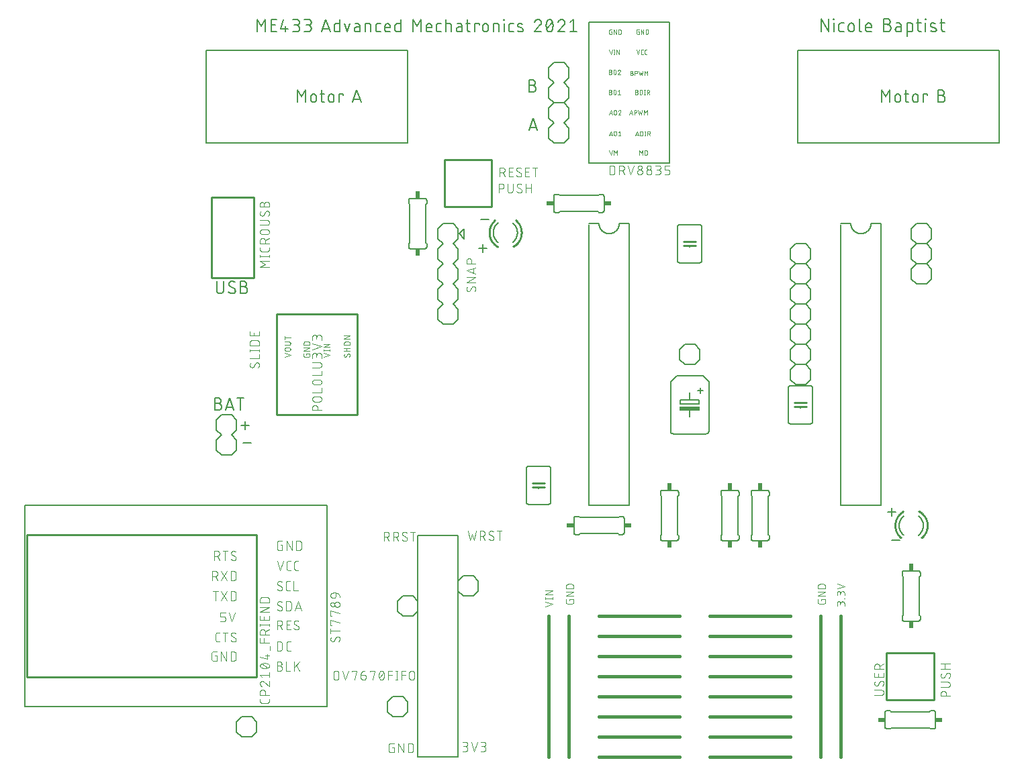
<source format=gto>
G75*
%MOIN*%
%OFA0B0*%
%FSLAX25Y25*%
%IPPOS*%
%LPD*%
%AMOC8*
5,1,8,0,0,1.08239X$1,22.5*
%
%ADD10C,0.00600*%
%ADD11C,0.01600*%
%ADD12C,0.00300*%
%ADD13C,0.00500*%
%ADD14C,0.01000*%
%ADD15C,0.00400*%
%ADD16C,0.00800*%
%ADD17R,0.03400X0.02400*%
%ADD18R,0.02400X0.03400*%
%ADD19R,0.10000X0.02000*%
%ADD20C,0.00200*%
D10*
X0250250Y0143300D02*
X0250250Y0160300D01*
X0250252Y0160360D01*
X0250257Y0160421D01*
X0250266Y0160480D01*
X0250279Y0160539D01*
X0250295Y0160598D01*
X0250315Y0160655D01*
X0250338Y0160710D01*
X0250365Y0160765D01*
X0250394Y0160817D01*
X0250427Y0160868D01*
X0250463Y0160917D01*
X0250501Y0160963D01*
X0250543Y0161007D01*
X0250587Y0161049D01*
X0250633Y0161087D01*
X0250682Y0161123D01*
X0250733Y0161156D01*
X0250785Y0161185D01*
X0250840Y0161212D01*
X0250895Y0161235D01*
X0250952Y0161255D01*
X0251011Y0161271D01*
X0251070Y0161284D01*
X0251129Y0161293D01*
X0251190Y0161298D01*
X0251250Y0161300D01*
X0261250Y0161300D01*
X0261310Y0161298D01*
X0261371Y0161293D01*
X0261430Y0161284D01*
X0261489Y0161271D01*
X0261548Y0161255D01*
X0261605Y0161235D01*
X0261660Y0161212D01*
X0261715Y0161185D01*
X0261767Y0161156D01*
X0261818Y0161123D01*
X0261867Y0161087D01*
X0261913Y0161049D01*
X0261957Y0161007D01*
X0261999Y0160963D01*
X0262037Y0160917D01*
X0262073Y0160868D01*
X0262106Y0160817D01*
X0262135Y0160765D01*
X0262162Y0160710D01*
X0262185Y0160655D01*
X0262205Y0160598D01*
X0262221Y0160539D01*
X0262234Y0160480D01*
X0262243Y0160421D01*
X0262248Y0160360D01*
X0262250Y0160300D01*
X0262250Y0143300D01*
X0262248Y0143240D01*
X0262243Y0143179D01*
X0262234Y0143120D01*
X0262221Y0143061D01*
X0262205Y0143002D01*
X0262185Y0142945D01*
X0262162Y0142890D01*
X0262135Y0142835D01*
X0262106Y0142783D01*
X0262073Y0142732D01*
X0262037Y0142683D01*
X0261999Y0142637D01*
X0261957Y0142593D01*
X0261913Y0142551D01*
X0261867Y0142513D01*
X0261818Y0142477D01*
X0261767Y0142444D01*
X0261715Y0142415D01*
X0261660Y0142388D01*
X0261605Y0142365D01*
X0261548Y0142345D01*
X0261489Y0142329D01*
X0261430Y0142316D01*
X0261371Y0142307D01*
X0261310Y0142302D01*
X0261250Y0142300D01*
X0251250Y0142300D01*
X0251190Y0142302D01*
X0251129Y0142307D01*
X0251070Y0142316D01*
X0251011Y0142329D01*
X0250952Y0142345D01*
X0250895Y0142365D01*
X0250840Y0142388D01*
X0250785Y0142415D01*
X0250733Y0142444D01*
X0250682Y0142477D01*
X0250633Y0142513D01*
X0250587Y0142551D01*
X0250543Y0142593D01*
X0250501Y0142637D01*
X0250463Y0142683D01*
X0250427Y0142732D01*
X0250394Y0142783D01*
X0250365Y0142835D01*
X0250338Y0142890D01*
X0250315Y0142945D01*
X0250295Y0143002D01*
X0250279Y0143061D01*
X0250266Y0143120D01*
X0250257Y0143179D01*
X0250252Y0143240D01*
X0250250Y0143300D01*
X0256250Y0150300D02*
X0256250Y0150800D01*
X0256250Y0152800D02*
X0256250Y0153300D01*
X0274750Y0136300D02*
X0276250Y0136300D01*
X0276750Y0135800D01*
X0295750Y0135800D01*
X0296250Y0136300D01*
X0297750Y0136300D01*
X0297810Y0136298D01*
X0297871Y0136293D01*
X0297930Y0136284D01*
X0297989Y0136271D01*
X0298048Y0136255D01*
X0298105Y0136235D01*
X0298160Y0136212D01*
X0298215Y0136185D01*
X0298267Y0136156D01*
X0298318Y0136123D01*
X0298367Y0136087D01*
X0298413Y0136049D01*
X0298457Y0136007D01*
X0298499Y0135963D01*
X0298537Y0135917D01*
X0298573Y0135868D01*
X0298606Y0135817D01*
X0298635Y0135765D01*
X0298662Y0135710D01*
X0298685Y0135655D01*
X0298705Y0135598D01*
X0298721Y0135539D01*
X0298734Y0135480D01*
X0298743Y0135421D01*
X0298748Y0135360D01*
X0298750Y0135300D01*
X0298750Y0128300D01*
X0298748Y0128240D01*
X0298743Y0128179D01*
X0298734Y0128120D01*
X0298721Y0128061D01*
X0298705Y0128002D01*
X0298685Y0127945D01*
X0298662Y0127890D01*
X0298635Y0127835D01*
X0298606Y0127783D01*
X0298573Y0127732D01*
X0298537Y0127683D01*
X0298499Y0127637D01*
X0298457Y0127593D01*
X0298413Y0127551D01*
X0298367Y0127513D01*
X0298318Y0127477D01*
X0298267Y0127444D01*
X0298215Y0127415D01*
X0298160Y0127388D01*
X0298105Y0127365D01*
X0298048Y0127345D01*
X0297989Y0127329D01*
X0297930Y0127316D01*
X0297871Y0127307D01*
X0297810Y0127302D01*
X0297750Y0127300D01*
X0296250Y0127300D01*
X0295750Y0127800D01*
X0276750Y0127800D01*
X0276250Y0127300D01*
X0274750Y0127300D01*
X0274690Y0127302D01*
X0274629Y0127307D01*
X0274570Y0127316D01*
X0274511Y0127329D01*
X0274452Y0127345D01*
X0274395Y0127365D01*
X0274340Y0127388D01*
X0274285Y0127415D01*
X0274233Y0127444D01*
X0274182Y0127477D01*
X0274133Y0127513D01*
X0274087Y0127551D01*
X0274043Y0127593D01*
X0274001Y0127637D01*
X0273963Y0127683D01*
X0273927Y0127732D01*
X0273894Y0127783D01*
X0273865Y0127835D01*
X0273838Y0127890D01*
X0273815Y0127945D01*
X0273795Y0128002D01*
X0273779Y0128061D01*
X0273766Y0128120D01*
X0273757Y0128179D01*
X0273752Y0128240D01*
X0273750Y0128300D01*
X0273750Y0135300D01*
X0273752Y0135360D01*
X0273757Y0135421D01*
X0273766Y0135480D01*
X0273779Y0135539D01*
X0273795Y0135598D01*
X0273815Y0135655D01*
X0273838Y0135710D01*
X0273865Y0135765D01*
X0273894Y0135817D01*
X0273927Y0135868D01*
X0273963Y0135917D01*
X0274001Y0135963D01*
X0274043Y0136007D01*
X0274087Y0136049D01*
X0274133Y0136087D01*
X0274182Y0136123D01*
X0274233Y0136156D01*
X0274285Y0136185D01*
X0274340Y0136212D01*
X0274395Y0136235D01*
X0274452Y0136255D01*
X0274511Y0136271D01*
X0274570Y0136284D01*
X0274629Y0136293D01*
X0274690Y0136298D01*
X0274750Y0136300D01*
X0281250Y0141800D02*
X0281250Y0281300D01*
X0281250Y0281800D02*
X0286250Y0281800D01*
X0286252Y0281660D01*
X0286258Y0281520D01*
X0286268Y0281380D01*
X0286281Y0281240D01*
X0286299Y0281101D01*
X0286321Y0280962D01*
X0286346Y0280825D01*
X0286375Y0280687D01*
X0286408Y0280551D01*
X0286445Y0280416D01*
X0286486Y0280282D01*
X0286531Y0280149D01*
X0286579Y0280017D01*
X0286631Y0279887D01*
X0286686Y0279758D01*
X0286745Y0279631D01*
X0286808Y0279505D01*
X0286874Y0279381D01*
X0286943Y0279260D01*
X0287016Y0279140D01*
X0287093Y0279022D01*
X0287172Y0278907D01*
X0287255Y0278793D01*
X0287341Y0278683D01*
X0287430Y0278574D01*
X0287522Y0278468D01*
X0287617Y0278365D01*
X0287714Y0278264D01*
X0287815Y0278167D01*
X0287918Y0278072D01*
X0288024Y0277980D01*
X0288133Y0277891D01*
X0288243Y0277805D01*
X0288357Y0277722D01*
X0288472Y0277643D01*
X0288590Y0277566D01*
X0288710Y0277493D01*
X0288831Y0277424D01*
X0288955Y0277358D01*
X0289081Y0277295D01*
X0289208Y0277236D01*
X0289337Y0277181D01*
X0289467Y0277129D01*
X0289599Y0277081D01*
X0289732Y0277036D01*
X0289866Y0276995D01*
X0290001Y0276958D01*
X0290137Y0276925D01*
X0290275Y0276896D01*
X0290412Y0276871D01*
X0290551Y0276849D01*
X0290690Y0276831D01*
X0290830Y0276818D01*
X0290970Y0276808D01*
X0291110Y0276802D01*
X0291250Y0276800D01*
X0291390Y0276802D01*
X0291530Y0276808D01*
X0291670Y0276818D01*
X0291810Y0276831D01*
X0291949Y0276849D01*
X0292088Y0276871D01*
X0292225Y0276896D01*
X0292363Y0276925D01*
X0292499Y0276958D01*
X0292634Y0276995D01*
X0292768Y0277036D01*
X0292901Y0277081D01*
X0293033Y0277129D01*
X0293163Y0277181D01*
X0293292Y0277236D01*
X0293419Y0277295D01*
X0293545Y0277358D01*
X0293669Y0277424D01*
X0293790Y0277493D01*
X0293910Y0277566D01*
X0294028Y0277643D01*
X0294143Y0277722D01*
X0294257Y0277805D01*
X0294367Y0277891D01*
X0294476Y0277980D01*
X0294582Y0278072D01*
X0294685Y0278167D01*
X0294786Y0278264D01*
X0294883Y0278365D01*
X0294978Y0278468D01*
X0295070Y0278574D01*
X0295159Y0278683D01*
X0295245Y0278793D01*
X0295328Y0278907D01*
X0295407Y0279022D01*
X0295484Y0279140D01*
X0295557Y0279260D01*
X0295626Y0279381D01*
X0295692Y0279505D01*
X0295755Y0279631D01*
X0295814Y0279758D01*
X0295869Y0279887D01*
X0295921Y0280017D01*
X0295969Y0280149D01*
X0296014Y0280282D01*
X0296055Y0280416D01*
X0296092Y0280551D01*
X0296125Y0280687D01*
X0296154Y0280825D01*
X0296179Y0280962D01*
X0296201Y0281101D01*
X0296219Y0281240D01*
X0296232Y0281380D01*
X0296242Y0281520D01*
X0296248Y0281660D01*
X0296250Y0281800D01*
X0301250Y0281800D01*
X0301250Y0141800D01*
X0281250Y0141800D01*
X0316750Y0146800D02*
X0317250Y0146300D01*
X0317250Y0127300D01*
X0316750Y0126800D01*
X0316750Y0125300D01*
X0316752Y0125240D01*
X0316757Y0125179D01*
X0316766Y0125120D01*
X0316779Y0125061D01*
X0316795Y0125002D01*
X0316815Y0124945D01*
X0316838Y0124890D01*
X0316865Y0124835D01*
X0316894Y0124783D01*
X0316927Y0124732D01*
X0316963Y0124683D01*
X0317001Y0124637D01*
X0317043Y0124593D01*
X0317087Y0124551D01*
X0317133Y0124513D01*
X0317182Y0124477D01*
X0317233Y0124444D01*
X0317285Y0124415D01*
X0317340Y0124388D01*
X0317395Y0124365D01*
X0317452Y0124345D01*
X0317511Y0124329D01*
X0317570Y0124316D01*
X0317629Y0124307D01*
X0317690Y0124302D01*
X0317750Y0124300D01*
X0324750Y0124300D01*
X0324810Y0124302D01*
X0324871Y0124307D01*
X0324930Y0124316D01*
X0324989Y0124329D01*
X0325048Y0124345D01*
X0325105Y0124365D01*
X0325160Y0124388D01*
X0325215Y0124415D01*
X0325267Y0124444D01*
X0325318Y0124477D01*
X0325367Y0124513D01*
X0325413Y0124551D01*
X0325457Y0124593D01*
X0325499Y0124637D01*
X0325537Y0124683D01*
X0325573Y0124732D01*
X0325606Y0124783D01*
X0325635Y0124835D01*
X0325662Y0124890D01*
X0325685Y0124945D01*
X0325705Y0125002D01*
X0325721Y0125061D01*
X0325734Y0125120D01*
X0325743Y0125179D01*
X0325748Y0125240D01*
X0325750Y0125300D01*
X0325750Y0126800D01*
X0325250Y0127300D01*
X0325250Y0146300D01*
X0325750Y0146800D01*
X0325750Y0148300D01*
X0325748Y0148360D01*
X0325743Y0148421D01*
X0325734Y0148480D01*
X0325721Y0148539D01*
X0325705Y0148598D01*
X0325685Y0148655D01*
X0325662Y0148710D01*
X0325635Y0148765D01*
X0325606Y0148817D01*
X0325573Y0148868D01*
X0325537Y0148917D01*
X0325499Y0148963D01*
X0325457Y0149007D01*
X0325413Y0149049D01*
X0325367Y0149087D01*
X0325318Y0149123D01*
X0325267Y0149156D01*
X0325215Y0149185D01*
X0325160Y0149212D01*
X0325105Y0149235D01*
X0325048Y0149255D01*
X0324989Y0149271D01*
X0324930Y0149284D01*
X0324871Y0149293D01*
X0324810Y0149298D01*
X0324750Y0149300D01*
X0317750Y0149300D01*
X0317690Y0149298D01*
X0317629Y0149293D01*
X0317570Y0149284D01*
X0317511Y0149271D01*
X0317452Y0149255D01*
X0317395Y0149235D01*
X0317340Y0149212D01*
X0317285Y0149185D01*
X0317233Y0149156D01*
X0317182Y0149123D01*
X0317133Y0149087D01*
X0317087Y0149049D01*
X0317043Y0149007D01*
X0317001Y0148963D01*
X0316963Y0148917D01*
X0316927Y0148868D01*
X0316894Y0148817D01*
X0316865Y0148765D01*
X0316838Y0148710D01*
X0316815Y0148655D01*
X0316795Y0148598D01*
X0316779Y0148539D01*
X0316766Y0148480D01*
X0316757Y0148421D01*
X0316752Y0148360D01*
X0316750Y0148300D01*
X0316750Y0146800D01*
X0346750Y0146800D02*
X0346750Y0148300D01*
X0346752Y0148360D01*
X0346757Y0148421D01*
X0346766Y0148480D01*
X0346779Y0148539D01*
X0346795Y0148598D01*
X0346815Y0148655D01*
X0346838Y0148710D01*
X0346865Y0148765D01*
X0346894Y0148817D01*
X0346927Y0148868D01*
X0346963Y0148917D01*
X0347001Y0148963D01*
X0347043Y0149007D01*
X0347087Y0149049D01*
X0347133Y0149087D01*
X0347182Y0149123D01*
X0347233Y0149156D01*
X0347285Y0149185D01*
X0347340Y0149212D01*
X0347395Y0149235D01*
X0347452Y0149255D01*
X0347511Y0149271D01*
X0347570Y0149284D01*
X0347629Y0149293D01*
X0347690Y0149298D01*
X0347750Y0149300D01*
X0354750Y0149300D01*
X0354810Y0149298D01*
X0354871Y0149293D01*
X0354930Y0149284D01*
X0354989Y0149271D01*
X0355048Y0149255D01*
X0355105Y0149235D01*
X0355160Y0149212D01*
X0355215Y0149185D01*
X0355267Y0149156D01*
X0355318Y0149123D01*
X0355367Y0149087D01*
X0355413Y0149049D01*
X0355457Y0149007D01*
X0355499Y0148963D01*
X0355537Y0148917D01*
X0355573Y0148868D01*
X0355606Y0148817D01*
X0355635Y0148765D01*
X0355662Y0148710D01*
X0355685Y0148655D01*
X0355705Y0148598D01*
X0355721Y0148539D01*
X0355734Y0148480D01*
X0355743Y0148421D01*
X0355748Y0148360D01*
X0355750Y0148300D01*
X0355750Y0146800D01*
X0355250Y0146300D01*
X0355250Y0127300D01*
X0355750Y0126800D01*
X0355750Y0125300D01*
X0355748Y0125240D01*
X0355743Y0125179D01*
X0355734Y0125120D01*
X0355721Y0125061D01*
X0355705Y0125002D01*
X0355685Y0124945D01*
X0355662Y0124890D01*
X0355635Y0124835D01*
X0355606Y0124783D01*
X0355573Y0124732D01*
X0355537Y0124683D01*
X0355499Y0124637D01*
X0355457Y0124593D01*
X0355413Y0124551D01*
X0355367Y0124513D01*
X0355318Y0124477D01*
X0355267Y0124444D01*
X0355215Y0124415D01*
X0355160Y0124388D01*
X0355105Y0124365D01*
X0355048Y0124345D01*
X0354989Y0124329D01*
X0354930Y0124316D01*
X0354871Y0124307D01*
X0354810Y0124302D01*
X0354750Y0124300D01*
X0347750Y0124300D01*
X0347690Y0124302D01*
X0347629Y0124307D01*
X0347570Y0124316D01*
X0347511Y0124329D01*
X0347452Y0124345D01*
X0347395Y0124365D01*
X0347340Y0124388D01*
X0347285Y0124415D01*
X0347233Y0124444D01*
X0347182Y0124477D01*
X0347133Y0124513D01*
X0347087Y0124551D01*
X0347043Y0124593D01*
X0347001Y0124637D01*
X0346963Y0124683D01*
X0346927Y0124732D01*
X0346894Y0124783D01*
X0346865Y0124835D01*
X0346838Y0124890D01*
X0346815Y0124945D01*
X0346795Y0125002D01*
X0346779Y0125061D01*
X0346766Y0125120D01*
X0346757Y0125179D01*
X0346752Y0125240D01*
X0346750Y0125300D01*
X0346750Y0126800D01*
X0347250Y0127300D01*
X0347250Y0146300D01*
X0346750Y0146800D01*
X0361750Y0146800D02*
X0362250Y0146300D01*
X0362250Y0127300D01*
X0361750Y0126800D01*
X0361750Y0125300D01*
X0361752Y0125240D01*
X0361757Y0125179D01*
X0361766Y0125120D01*
X0361779Y0125061D01*
X0361795Y0125002D01*
X0361815Y0124945D01*
X0361838Y0124890D01*
X0361865Y0124835D01*
X0361894Y0124783D01*
X0361927Y0124732D01*
X0361963Y0124683D01*
X0362001Y0124637D01*
X0362043Y0124593D01*
X0362087Y0124551D01*
X0362133Y0124513D01*
X0362182Y0124477D01*
X0362233Y0124444D01*
X0362285Y0124415D01*
X0362340Y0124388D01*
X0362395Y0124365D01*
X0362452Y0124345D01*
X0362511Y0124329D01*
X0362570Y0124316D01*
X0362629Y0124307D01*
X0362690Y0124302D01*
X0362750Y0124300D01*
X0369750Y0124300D01*
X0369810Y0124302D01*
X0369871Y0124307D01*
X0369930Y0124316D01*
X0369989Y0124329D01*
X0370048Y0124345D01*
X0370105Y0124365D01*
X0370160Y0124388D01*
X0370215Y0124415D01*
X0370267Y0124444D01*
X0370318Y0124477D01*
X0370367Y0124513D01*
X0370413Y0124551D01*
X0370457Y0124593D01*
X0370499Y0124637D01*
X0370537Y0124683D01*
X0370573Y0124732D01*
X0370606Y0124783D01*
X0370635Y0124835D01*
X0370662Y0124890D01*
X0370685Y0124945D01*
X0370705Y0125002D01*
X0370721Y0125061D01*
X0370734Y0125120D01*
X0370743Y0125179D01*
X0370748Y0125240D01*
X0370750Y0125300D01*
X0370750Y0126800D01*
X0370250Y0127300D01*
X0370250Y0146300D01*
X0370750Y0146800D01*
X0370750Y0148300D01*
X0370748Y0148360D01*
X0370743Y0148421D01*
X0370734Y0148480D01*
X0370721Y0148539D01*
X0370705Y0148598D01*
X0370685Y0148655D01*
X0370662Y0148710D01*
X0370635Y0148765D01*
X0370606Y0148817D01*
X0370573Y0148868D01*
X0370537Y0148917D01*
X0370499Y0148963D01*
X0370457Y0149007D01*
X0370413Y0149049D01*
X0370367Y0149087D01*
X0370318Y0149123D01*
X0370267Y0149156D01*
X0370215Y0149185D01*
X0370160Y0149212D01*
X0370105Y0149235D01*
X0370048Y0149255D01*
X0369989Y0149271D01*
X0369930Y0149284D01*
X0369871Y0149293D01*
X0369810Y0149298D01*
X0369750Y0149300D01*
X0362750Y0149300D01*
X0362690Y0149298D01*
X0362629Y0149293D01*
X0362570Y0149284D01*
X0362511Y0149271D01*
X0362452Y0149255D01*
X0362395Y0149235D01*
X0362340Y0149212D01*
X0362285Y0149185D01*
X0362233Y0149156D01*
X0362182Y0149123D01*
X0362133Y0149087D01*
X0362087Y0149049D01*
X0362043Y0149007D01*
X0362001Y0148963D01*
X0361963Y0148917D01*
X0361927Y0148868D01*
X0361894Y0148817D01*
X0361865Y0148765D01*
X0361838Y0148710D01*
X0361815Y0148655D01*
X0361795Y0148598D01*
X0361779Y0148539D01*
X0361766Y0148480D01*
X0361757Y0148421D01*
X0361752Y0148360D01*
X0361750Y0148300D01*
X0361750Y0146800D01*
X0339250Y0177300D02*
X0323250Y0177300D01*
X0323174Y0177302D01*
X0323098Y0177308D01*
X0323023Y0177317D01*
X0322948Y0177331D01*
X0322874Y0177348D01*
X0322801Y0177369D01*
X0322729Y0177393D01*
X0322658Y0177422D01*
X0322589Y0177453D01*
X0322522Y0177488D01*
X0322457Y0177527D01*
X0322393Y0177569D01*
X0322332Y0177614D01*
X0322273Y0177662D01*
X0322217Y0177713D01*
X0322163Y0177767D01*
X0322112Y0177823D01*
X0322064Y0177882D01*
X0322019Y0177943D01*
X0321977Y0178007D01*
X0321938Y0178072D01*
X0321903Y0178139D01*
X0321872Y0178208D01*
X0321843Y0178279D01*
X0321819Y0178351D01*
X0321798Y0178424D01*
X0321781Y0178498D01*
X0321767Y0178573D01*
X0321758Y0178648D01*
X0321752Y0178724D01*
X0321750Y0178800D01*
X0321750Y0203300D01*
X0324750Y0206300D01*
X0337750Y0206300D01*
X0340750Y0203300D01*
X0340750Y0178800D01*
X0340748Y0178724D01*
X0340742Y0178648D01*
X0340733Y0178573D01*
X0340719Y0178498D01*
X0340702Y0178424D01*
X0340681Y0178351D01*
X0340657Y0178279D01*
X0340628Y0178208D01*
X0340597Y0178139D01*
X0340562Y0178072D01*
X0340523Y0178007D01*
X0340481Y0177943D01*
X0340436Y0177882D01*
X0340388Y0177823D01*
X0340337Y0177767D01*
X0340283Y0177713D01*
X0340227Y0177662D01*
X0340168Y0177614D01*
X0340107Y0177569D01*
X0340043Y0177527D01*
X0339978Y0177488D01*
X0339911Y0177453D01*
X0339842Y0177422D01*
X0339771Y0177393D01*
X0339699Y0177369D01*
X0339626Y0177348D01*
X0339552Y0177331D01*
X0339477Y0177317D01*
X0339402Y0177308D01*
X0339326Y0177302D01*
X0339250Y0177300D01*
X0331250Y0185800D02*
X0331250Y0189300D01*
X0331250Y0194300D02*
X0326450Y0194300D01*
X0326450Y0192300D01*
X0336050Y0192300D01*
X0336050Y0194300D01*
X0331250Y0194300D01*
X0331250Y0197800D01*
X0335350Y0198800D02*
X0337850Y0198800D01*
X0336650Y0197500D02*
X0336650Y0200100D01*
X0380250Y0200300D02*
X0380250Y0183300D01*
X0380252Y0183240D01*
X0380257Y0183179D01*
X0380266Y0183120D01*
X0380279Y0183061D01*
X0380295Y0183002D01*
X0380315Y0182945D01*
X0380338Y0182890D01*
X0380365Y0182835D01*
X0380394Y0182783D01*
X0380427Y0182732D01*
X0380463Y0182683D01*
X0380501Y0182637D01*
X0380543Y0182593D01*
X0380587Y0182551D01*
X0380633Y0182513D01*
X0380682Y0182477D01*
X0380733Y0182444D01*
X0380785Y0182415D01*
X0380840Y0182388D01*
X0380895Y0182365D01*
X0380952Y0182345D01*
X0381011Y0182329D01*
X0381070Y0182316D01*
X0381129Y0182307D01*
X0381190Y0182302D01*
X0381250Y0182300D01*
X0391250Y0182300D01*
X0391310Y0182302D01*
X0391371Y0182307D01*
X0391430Y0182316D01*
X0391489Y0182329D01*
X0391548Y0182345D01*
X0391605Y0182365D01*
X0391660Y0182388D01*
X0391715Y0182415D01*
X0391767Y0182444D01*
X0391818Y0182477D01*
X0391867Y0182513D01*
X0391913Y0182551D01*
X0391957Y0182593D01*
X0391999Y0182637D01*
X0392037Y0182683D01*
X0392073Y0182732D01*
X0392106Y0182783D01*
X0392135Y0182835D01*
X0392162Y0182890D01*
X0392185Y0182945D01*
X0392205Y0183002D01*
X0392221Y0183061D01*
X0392234Y0183120D01*
X0392243Y0183179D01*
X0392248Y0183240D01*
X0392250Y0183300D01*
X0392250Y0200300D01*
X0392248Y0200360D01*
X0392243Y0200421D01*
X0392234Y0200480D01*
X0392221Y0200539D01*
X0392205Y0200598D01*
X0392185Y0200655D01*
X0392162Y0200710D01*
X0392135Y0200765D01*
X0392106Y0200817D01*
X0392073Y0200868D01*
X0392037Y0200917D01*
X0391999Y0200963D01*
X0391957Y0201007D01*
X0391913Y0201049D01*
X0391867Y0201087D01*
X0391818Y0201123D01*
X0391767Y0201156D01*
X0391715Y0201185D01*
X0391660Y0201212D01*
X0391605Y0201235D01*
X0391548Y0201255D01*
X0391489Y0201271D01*
X0391430Y0201284D01*
X0391371Y0201293D01*
X0391310Y0201298D01*
X0391250Y0201300D01*
X0381250Y0201300D01*
X0381190Y0201298D01*
X0381129Y0201293D01*
X0381070Y0201284D01*
X0381011Y0201271D01*
X0380952Y0201255D01*
X0380895Y0201235D01*
X0380840Y0201212D01*
X0380785Y0201185D01*
X0380733Y0201156D01*
X0380682Y0201123D01*
X0380633Y0201087D01*
X0380587Y0201049D01*
X0380543Y0201007D01*
X0380501Y0200963D01*
X0380463Y0200917D01*
X0380427Y0200868D01*
X0380394Y0200817D01*
X0380365Y0200765D01*
X0380338Y0200710D01*
X0380315Y0200655D01*
X0380295Y0200598D01*
X0380279Y0200539D01*
X0380266Y0200480D01*
X0380257Y0200421D01*
X0380252Y0200360D01*
X0380250Y0200300D01*
X0386250Y0193300D02*
X0386250Y0192800D01*
X0386250Y0190800D02*
X0386250Y0190300D01*
X0406250Y0141800D02*
X0406250Y0281300D01*
X0406250Y0281800D02*
X0411250Y0281800D01*
X0411252Y0281660D01*
X0411258Y0281520D01*
X0411268Y0281380D01*
X0411281Y0281240D01*
X0411299Y0281101D01*
X0411321Y0280962D01*
X0411346Y0280825D01*
X0411375Y0280687D01*
X0411408Y0280551D01*
X0411445Y0280416D01*
X0411486Y0280282D01*
X0411531Y0280149D01*
X0411579Y0280017D01*
X0411631Y0279887D01*
X0411686Y0279758D01*
X0411745Y0279631D01*
X0411808Y0279505D01*
X0411874Y0279381D01*
X0411943Y0279260D01*
X0412016Y0279140D01*
X0412093Y0279022D01*
X0412172Y0278907D01*
X0412255Y0278793D01*
X0412341Y0278683D01*
X0412430Y0278574D01*
X0412522Y0278468D01*
X0412617Y0278365D01*
X0412714Y0278264D01*
X0412815Y0278167D01*
X0412918Y0278072D01*
X0413024Y0277980D01*
X0413133Y0277891D01*
X0413243Y0277805D01*
X0413357Y0277722D01*
X0413472Y0277643D01*
X0413590Y0277566D01*
X0413710Y0277493D01*
X0413831Y0277424D01*
X0413955Y0277358D01*
X0414081Y0277295D01*
X0414208Y0277236D01*
X0414337Y0277181D01*
X0414467Y0277129D01*
X0414599Y0277081D01*
X0414732Y0277036D01*
X0414866Y0276995D01*
X0415001Y0276958D01*
X0415137Y0276925D01*
X0415275Y0276896D01*
X0415412Y0276871D01*
X0415551Y0276849D01*
X0415690Y0276831D01*
X0415830Y0276818D01*
X0415970Y0276808D01*
X0416110Y0276802D01*
X0416250Y0276800D01*
X0416390Y0276802D01*
X0416530Y0276808D01*
X0416670Y0276818D01*
X0416810Y0276831D01*
X0416949Y0276849D01*
X0417088Y0276871D01*
X0417225Y0276896D01*
X0417363Y0276925D01*
X0417499Y0276958D01*
X0417634Y0276995D01*
X0417768Y0277036D01*
X0417901Y0277081D01*
X0418033Y0277129D01*
X0418163Y0277181D01*
X0418292Y0277236D01*
X0418419Y0277295D01*
X0418545Y0277358D01*
X0418669Y0277424D01*
X0418790Y0277493D01*
X0418910Y0277566D01*
X0419028Y0277643D01*
X0419143Y0277722D01*
X0419257Y0277805D01*
X0419367Y0277891D01*
X0419476Y0277980D01*
X0419582Y0278072D01*
X0419685Y0278167D01*
X0419786Y0278264D01*
X0419883Y0278365D01*
X0419978Y0278468D01*
X0420070Y0278574D01*
X0420159Y0278683D01*
X0420245Y0278793D01*
X0420328Y0278907D01*
X0420407Y0279022D01*
X0420484Y0279140D01*
X0420557Y0279260D01*
X0420626Y0279381D01*
X0420692Y0279505D01*
X0420755Y0279631D01*
X0420814Y0279758D01*
X0420869Y0279887D01*
X0420921Y0280017D01*
X0420969Y0280149D01*
X0421014Y0280282D01*
X0421055Y0280416D01*
X0421092Y0280551D01*
X0421125Y0280687D01*
X0421154Y0280825D01*
X0421179Y0280962D01*
X0421201Y0281101D01*
X0421219Y0281240D01*
X0421232Y0281380D01*
X0421242Y0281520D01*
X0421248Y0281660D01*
X0421250Y0281800D01*
X0426250Y0281800D01*
X0426250Y0141800D01*
X0406250Y0141800D01*
X0444737Y0126918D02*
X0444862Y0127009D01*
X0444984Y0127103D01*
X0445103Y0127201D01*
X0445220Y0127301D01*
X0445334Y0127405D01*
X0445446Y0127511D01*
X0445554Y0127620D01*
X0445660Y0127732D01*
X0445763Y0127847D01*
X0445863Y0127964D01*
X0445961Y0128084D01*
X0446054Y0128206D01*
X0446145Y0128330D01*
X0446233Y0128457D01*
X0446317Y0128586D01*
X0446398Y0128718D01*
X0446475Y0128851D01*
X0446549Y0128986D01*
X0446620Y0129123D01*
X0446687Y0129262D01*
X0446750Y0129402D01*
X0446810Y0129545D01*
X0446866Y0129688D01*
X0446918Y0129833D01*
X0446967Y0129979D01*
X0447012Y0130127D01*
X0447053Y0130275D01*
X0447090Y0130425D01*
X0447124Y0130575D01*
X0447153Y0130727D01*
X0447179Y0130879D01*
X0447201Y0131031D01*
X0447218Y0131184D01*
X0447232Y0131338D01*
X0447242Y0131492D01*
X0447248Y0131646D01*
X0447250Y0131800D01*
X0437567Y0136536D02*
X0437448Y0136442D01*
X0437332Y0136344D01*
X0437218Y0136244D01*
X0437107Y0136140D01*
X0436999Y0136034D01*
X0436893Y0135926D01*
X0436791Y0135814D01*
X0436691Y0135700D01*
X0436593Y0135584D01*
X0436499Y0135465D01*
X0436408Y0135344D01*
X0436320Y0135220D01*
X0436235Y0135094D01*
X0436154Y0134967D01*
X0436075Y0134837D01*
X0436000Y0134705D01*
X0435929Y0134572D01*
X0435860Y0134436D01*
X0435795Y0134299D01*
X0435734Y0134161D01*
X0435676Y0134020D01*
X0435622Y0133879D01*
X0435571Y0133736D01*
X0435524Y0133592D01*
X0435480Y0133447D01*
X0435441Y0133300D01*
X0435405Y0133153D01*
X0435372Y0133005D01*
X0435344Y0132856D01*
X0435319Y0132706D01*
X0435298Y0132556D01*
X0435281Y0132406D01*
X0435267Y0132254D01*
X0435258Y0132103D01*
X0435252Y0131952D01*
X0435250Y0131800D01*
X0444850Y0136600D02*
X0444969Y0136508D01*
X0445086Y0136414D01*
X0445200Y0136316D01*
X0445312Y0136216D01*
X0445422Y0136112D01*
X0445528Y0136007D01*
X0445633Y0135898D01*
X0445734Y0135787D01*
X0445832Y0135673D01*
X0445928Y0135557D01*
X0446021Y0135439D01*
X0446110Y0135318D01*
X0446197Y0135195D01*
X0446280Y0135070D01*
X0446361Y0134943D01*
X0446438Y0134814D01*
X0446512Y0134683D01*
X0446583Y0134550D01*
X0446650Y0134416D01*
X0446714Y0134280D01*
X0446774Y0134142D01*
X0446831Y0134003D01*
X0446884Y0133862D01*
X0446934Y0133720D01*
X0446981Y0133577D01*
X0447023Y0133433D01*
X0447063Y0133288D01*
X0447098Y0133142D01*
X0447130Y0132995D01*
X0447158Y0132847D01*
X0447182Y0132699D01*
X0447203Y0132550D01*
X0447220Y0132400D01*
X0447233Y0132251D01*
X0447242Y0132101D01*
X0447248Y0131950D01*
X0447250Y0131800D01*
X0437567Y0127064D02*
X0437448Y0127158D01*
X0437332Y0127256D01*
X0437218Y0127356D01*
X0437107Y0127460D01*
X0436999Y0127566D01*
X0436893Y0127674D01*
X0436791Y0127786D01*
X0436691Y0127900D01*
X0436593Y0128016D01*
X0436499Y0128135D01*
X0436408Y0128256D01*
X0436320Y0128380D01*
X0436235Y0128506D01*
X0436154Y0128633D01*
X0436075Y0128763D01*
X0436000Y0128895D01*
X0435929Y0129028D01*
X0435860Y0129164D01*
X0435795Y0129301D01*
X0435734Y0129439D01*
X0435676Y0129580D01*
X0435622Y0129721D01*
X0435571Y0129864D01*
X0435524Y0130008D01*
X0435480Y0130153D01*
X0435441Y0130300D01*
X0435405Y0130447D01*
X0435372Y0130595D01*
X0435344Y0130744D01*
X0435319Y0130894D01*
X0435298Y0131044D01*
X0435281Y0131194D01*
X0435267Y0131346D01*
X0435258Y0131497D01*
X0435252Y0131648D01*
X0435250Y0131800D01*
X0437750Y0109300D02*
X0444750Y0109300D01*
X0444810Y0109298D01*
X0444871Y0109293D01*
X0444930Y0109284D01*
X0444989Y0109271D01*
X0445048Y0109255D01*
X0445105Y0109235D01*
X0445160Y0109212D01*
X0445215Y0109185D01*
X0445267Y0109156D01*
X0445318Y0109123D01*
X0445367Y0109087D01*
X0445413Y0109049D01*
X0445457Y0109007D01*
X0445499Y0108963D01*
X0445537Y0108917D01*
X0445573Y0108868D01*
X0445606Y0108817D01*
X0445635Y0108765D01*
X0445662Y0108710D01*
X0445685Y0108655D01*
X0445705Y0108598D01*
X0445721Y0108539D01*
X0445734Y0108480D01*
X0445743Y0108421D01*
X0445748Y0108360D01*
X0445750Y0108300D01*
X0445750Y0106800D01*
X0445250Y0106300D01*
X0445250Y0087300D01*
X0445750Y0086800D01*
X0445750Y0085300D01*
X0445748Y0085240D01*
X0445743Y0085179D01*
X0445734Y0085120D01*
X0445721Y0085061D01*
X0445705Y0085002D01*
X0445685Y0084945D01*
X0445662Y0084890D01*
X0445635Y0084835D01*
X0445606Y0084783D01*
X0445573Y0084732D01*
X0445537Y0084683D01*
X0445499Y0084637D01*
X0445457Y0084593D01*
X0445413Y0084551D01*
X0445367Y0084513D01*
X0445318Y0084477D01*
X0445267Y0084444D01*
X0445215Y0084415D01*
X0445160Y0084388D01*
X0445105Y0084365D01*
X0445048Y0084345D01*
X0444989Y0084329D01*
X0444930Y0084316D01*
X0444871Y0084307D01*
X0444810Y0084302D01*
X0444750Y0084300D01*
X0437750Y0084300D01*
X0437690Y0084302D01*
X0437629Y0084307D01*
X0437570Y0084316D01*
X0437511Y0084329D01*
X0437452Y0084345D01*
X0437395Y0084365D01*
X0437340Y0084388D01*
X0437285Y0084415D01*
X0437233Y0084444D01*
X0437182Y0084477D01*
X0437133Y0084513D01*
X0437087Y0084551D01*
X0437043Y0084593D01*
X0437001Y0084637D01*
X0436963Y0084683D01*
X0436927Y0084732D01*
X0436894Y0084783D01*
X0436865Y0084835D01*
X0436838Y0084890D01*
X0436815Y0084945D01*
X0436795Y0085002D01*
X0436779Y0085061D01*
X0436766Y0085120D01*
X0436757Y0085179D01*
X0436752Y0085240D01*
X0436750Y0085300D01*
X0436750Y0086800D01*
X0437250Y0087300D01*
X0437250Y0106300D01*
X0436750Y0106800D01*
X0436750Y0108300D01*
X0436752Y0108360D01*
X0436757Y0108421D01*
X0436766Y0108480D01*
X0436779Y0108539D01*
X0436795Y0108598D01*
X0436815Y0108655D01*
X0436838Y0108710D01*
X0436865Y0108765D01*
X0436894Y0108817D01*
X0436927Y0108868D01*
X0436963Y0108917D01*
X0437001Y0108963D01*
X0437043Y0109007D01*
X0437087Y0109049D01*
X0437133Y0109087D01*
X0437182Y0109123D01*
X0437233Y0109156D01*
X0437285Y0109185D01*
X0437340Y0109212D01*
X0437395Y0109235D01*
X0437452Y0109255D01*
X0437511Y0109271D01*
X0437570Y0109284D01*
X0437629Y0109293D01*
X0437690Y0109298D01*
X0437750Y0109300D01*
X0430750Y0039800D02*
X0429250Y0039800D01*
X0429190Y0039798D01*
X0429129Y0039793D01*
X0429070Y0039784D01*
X0429011Y0039771D01*
X0428952Y0039755D01*
X0428895Y0039735D01*
X0428840Y0039712D01*
X0428785Y0039685D01*
X0428733Y0039656D01*
X0428682Y0039623D01*
X0428633Y0039587D01*
X0428587Y0039549D01*
X0428543Y0039507D01*
X0428501Y0039463D01*
X0428463Y0039417D01*
X0428427Y0039368D01*
X0428394Y0039317D01*
X0428365Y0039265D01*
X0428338Y0039210D01*
X0428315Y0039155D01*
X0428295Y0039098D01*
X0428279Y0039039D01*
X0428266Y0038980D01*
X0428257Y0038921D01*
X0428252Y0038860D01*
X0428250Y0038800D01*
X0428250Y0031800D01*
X0428252Y0031740D01*
X0428257Y0031679D01*
X0428266Y0031620D01*
X0428279Y0031561D01*
X0428295Y0031502D01*
X0428315Y0031445D01*
X0428338Y0031390D01*
X0428365Y0031335D01*
X0428394Y0031283D01*
X0428427Y0031232D01*
X0428463Y0031183D01*
X0428501Y0031137D01*
X0428543Y0031093D01*
X0428587Y0031051D01*
X0428633Y0031013D01*
X0428682Y0030977D01*
X0428733Y0030944D01*
X0428785Y0030915D01*
X0428840Y0030888D01*
X0428895Y0030865D01*
X0428952Y0030845D01*
X0429011Y0030829D01*
X0429070Y0030816D01*
X0429129Y0030807D01*
X0429190Y0030802D01*
X0429250Y0030800D01*
X0430750Y0030800D01*
X0431250Y0031300D01*
X0450250Y0031300D01*
X0450750Y0030800D01*
X0452250Y0030800D01*
X0452310Y0030802D01*
X0452371Y0030807D01*
X0452430Y0030816D01*
X0452489Y0030829D01*
X0452548Y0030845D01*
X0452605Y0030865D01*
X0452660Y0030888D01*
X0452715Y0030915D01*
X0452767Y0030944D01*
X0452818Y0030977D01*
X0452867Y0031013D01*
X0452913Y0031051D01*
X0452957Y0031093D01*
X0452999Y0031137D01*
X0453037Y0031183D01*
X0453073Y0031232D01*
X0453106Y0031283D01*
X0453135Y0031335D01*
X0453162Y0031390D01*
X0453185Y0031445D01*
X0453205Y0031502D01*
X0453221Y0031561D01*
X0453234Y0031620D01*
X0453243Y0031679D01*
X0453248Y0031740D01*
X0453250Y0031800D01*
X0453250Y0038800D01*
X0453248Y0038860D01*
X0453243Y0038921D01*
X0453234Y0038980D01*
X0453221Y0039039D01*
X0453205Y0039098D01*
X0453185Y0039155D01*
X0453162Y0039210D01*
X0453135Y0039265D01*
X0453106Y0039317D01*
X0453073Y0039368D01*
X0453037Y0039417D01*
X0452999Y0039463D01*
X0452957Y0039507D01*
X0452913Y0039549D01*
X0452867Y0039587D01*
X0452818Y0039623D01*
X0452767Y0039656D01*
X0452715Y0039685D01*
X0452660Y0039712D01*
X0452605Y0039735D01*
X0452548Y0039755D01*
X0452489Y0039771D01*
X0452430Y0039784D01*
X0452371Y0039793D01*
X0452310Y0039798D01*
X0452250Y0039800D01*
X0450750Y0039800D01*
X0450250Y0039300D01*
X0431250Y0039300D01*
X0430750Y0039800D01*
X0336250Y0262300D02*
X0326250Y0262300D01*
X0326190Y0262302D01*
X0326129Y0262307D01*
X0326070Y0262316D01*
X0326011Y0262329D01*
X0325952Y0262345D01*
X0325895Y0262365D01*
X0325840Y0262388D01*
X0325785Y0262415D01*
X0325733Y0262444D01*
X0325682Y0262477D01*
X0325633Y0262513D01*
X0325587Y0262551D01*
X0325543Y0262593D01*
X0325501Y0262637D01*
X0325463Y0262683D01*
X0325427Y0262732D01*
X0325394Y0262783D01*
X0325365Y0262835D01*
X0325338Y0262890D01*
X0325315Y0262945D01*
X0325295Y0263002D01*
X0325279Y0263061D01*
X0325266Y0263120D01*
X0325257Y0263179D01*
X0325252Y0263240D01*
X0325250Y0263300D01*
X0325250Y0280300D01*
X0325252Y0280360D01*
X0325257Y0280421D01*
X0325266Y0280480D01*
X0325279Y0280539D01*
X0325295Y0280598D01*
X0325315Y0280655D01*
X0325338Y0280710D01*
X0325365Y0280765D01*
X0325394Y0280817D01*
X0325427Y0280868D01*
X0325463Y0280917D01*
X0325501Y0280963D01*
X0325543Y0281007D01*
X0325587Y0281049D01*
X0325633Y0281087D01*
X0325682Y0281123D01*
X0325733Y0281156D01*
X0325785Y0281185D01*
X0325840Y0281212D01*
X0325895Y0281235D01*
X0325952Y0281255D01*
X0326011Y0281271D01*
X0326070Y0281284D01*
X0326129Y0281293D01*
X0326190Y0281298D01*
X0326250Y0281300D01*
X0336250Y0281300D01*
X0336310Y0281298D01*
X0336371Y0281293D01*
X0336430Y0281284D01*
X0336489Y0281271D01*
X0336548Y0281255D01*
X0336605Y0281235D01*
X0336660Y0281212D01*
X0336715Y0281185D01*
X0336767Y0281156D01*
X0336818Y0281123D01*
X0336867Y0281087D01*
X0336913Y0281049D01*
X0336957Y0281007D01*
X0336999Y0280963D01*
X0337037Y0280917D01*
X0337073Y0280868D01*
X0337106Y0280817D01*
X0337135Y0280765D01*
X0337162Y0280710D01*
X0337185Y0280655D01*
X0337205Y0280598D01*
X0337221Y0280539D01*
X0337234Y0280480D01*
X0337243Y0280421D01*
X0337248Y0280360D01*
X0337250Y0280300D01*
X0337250Y0263300D01*
X0337248Y0263240D01*
X0337243Y0263179D01*
X0337234Y0263120D01*
X0337221Y0263061D01*
X0337205Y0263002D01*
X0337185Y0262945D01*
X0337162Y0262890D01*
X0337135Y0262835D01*
X0337106Y0262783D01*
X0337073Y0262732D01*
X0337037Y0262683D01*
X0336999Y0262637D01*
X0336957Y0262593D01*
X0336913Y0262551D01*
X0336867Y0262513D01*
X0336818Y0262477D01*
X0336767Y0262444D01*
X0336715Y0262415D01*
X0336660Y0262388D01*
X0336605Y0262365D01*
X0336548Y0262345D01*
X0336489Y0262329D01*
X0336430Y0262316D01*
X0336371Y0262307D01*
X0336310Y0262302D01*
X0336250Y0262300D01*
X0331250Y0270300D02*
X0331250Y0270800D01*
X0331250Y0272800D02*
X0331250Y0273300D01*
X0288750Y0288300D02*
X0288750Y0295300D01*
X0288748Y0295360D01*
X0288743Y0295421D01*
X0288734Y0295480D01*
X0288721Y0295539D01*
X0288705Y0295598D01*
X0288685Y0295655D01*
X0288662Y0295710D01*
X0288635Y0295765D01*
X0288606Y0295817D01*
X0288573Y0295868D01*
X0288537Y0295917D01*
X0288499Y0295963D01*
X0288457Y0296007D01*
X0288413Y0296049D01*
X0288367Y0296087D01*
X0288318Y0296123D01*
X0288267Y0296156D01*
X0288215Y0296185D01*
X0288160Y0296212D01*
X0288105Y0296235D01*
X0288048Y0296255D01*
X0287989Y0296271D01*
X0287930Y0296284D01*
X0287871Y0296293D01*
X0287810Y0296298D01*
X0287750Y0296300D01*
X0286250Y0296300D01*
X0285750Y0295800D01*
X0266750Y0295800D01*
X0266250Y0296300D01*
X0264750Y0296300D01*
X0264690Y0296298D01*
X0264629Y0296293D01*
X0264570Y0296284D01*
X0264511Y0296271D01*
X0264452Y0296255D01*
X0264395Y0296235D01*
X0264340Y0296212D01*
X0264285Y0296185D01*
X0264233Y0296156D01*
X0264182Y0296123D01*
X0264133Y0296087D01*
X0264087Y0296049D01*
X0264043Y0296007D01*
X0264001Y0295963D01*
X0263963Y0295917D01*
X0263927Y0295868D01*
X0263894Y0295817D01*
X0263865Y0295765D01*
X0263838Y0295710D01*
X0263815Y0295655D01*
X0263795Y0295598D01*
X0263779Y0295539D01*
X0263766Y0295480D01*
X0263757Y0295421D01*
X0263752Y0295360D01*
X0263750Y0295300D01*
X0263750Y0288300D01*
X0263752Y0288240D01*
X0263757Y0288179D01*
X0263766Y0288120D01*
X0263779Y0288061D01*
X0263795Y0288002D01*
X0263815Y0287945D01*
X0263838Y0287890D01*
X0263865Y0287835D01*
X0263894Y0287783D01*
X0263927Y0287732D01*
X0263963Y0287683D01*
X0264001Y0287637D01*
X0264043Y0287593D01*
X0264087Y0287551D01*
X0264133Y0287513D01*
X0264182Y0287477D01*
X0264233Y0287444D01*
X0264285Y0287415D01*
X0264340Y0287388D01*
X0264395Y0287365D01*
X0264452Y0287345D01*
X0264511Y0287329D01*
X0264570Y0287316D01*
X0264629Y0287307D01*
X0264690Y0287302D01*
X0264750Y0287300D01*
X0266250Y0287300D01*
X0266750Y0287800D01*
X0285750Y0287800D01*
X0286250Y0287300D01*
X0287750Y0287300D01*
X0287810Y0287302D01*
X0287871Y0287307D01*
X0287930Y0287316D01*
X0287989Y0287329D01*
X0288048Y0287345D01*
X0288105Y0287365D01*
X0288160Y0287388D01*
X0288215Y0287415D01*
X0288267Y0287444D01*
X0288318Y0287477D01*
X0288367Y0287513D01*
X0288413Y0287551D01*
X0288457Y0287593D01*
X0288499Y0287637D01*
X0288537Y0287683D01*
X0288573Y0287732D01*
X0288606Y0287783D01*
X0288635Y0287835D01*
X0288662Y0287890D01*
X0288685Y0287945D01*
X0288705Y0288002D01*
X0288721Y0288061D01*
X0288734Y0288120D01*
X0288743Y0288179D01*
X0288748Y0288240D01*
X0288750Y0288300D01*
X0245750Y0277300D02*
X0245748Y0277148D01*
X0245742Y0276997D01*
X0245733Y0276846D01*
X0245719Y0276694D01*
X0245702Y0276544D01*
X0245681Y0276394D01*
X0245656Y0276244D01*
X0245628Y0276095D01*
X0245595Y0275947D01*
X0245559Y0275800D01*
X0245520Y0275653D01*
X0245476Y0275508D01*
X0245429Y0275364D01*
X0245378Y0275221D01*
X0245324Y0275080D01*
X0245266Y0274939D01*
X0245205Y0274801D01*
X0245140Y0274664D01*
X0245071Y0274528D01*
X0245000Y0274395D01*
X0244925Y0274263D01*
X0244846Y0274133D01*
X0244765Y0274006D01*
X0244680Y0273880D01*
X0244592Y0273756D01*
X0244501Y0273635D01*
X0244407Y0273516D01*
X0244309Y0273400D01*
X0244209Y0273286D01*
X0244107Y0273174D01*
X0244001Y0273066D01*
X0243893Y0272960D01*
X0243782Y0272856D01*
X0243668Y0272756D01*
X0243552Y0272658D01*
X0243433Y0272564D01*
X0233750Y0277300D02*
X0233752Y0277454D01*
X0233758Y0277608D01*
X0233768Y0277762D01*
X0233782Y0277916D01*
X0233799Y0278069D01*
X0233821Y0278221D01*
X0233847Y0278373D01*
X0233876Y0278525D01*
X0233910Y0278675D01*
X0233947Y0278825D01*
X0233988Y0278973D01*
X0234033Y0279121D01*
X0234082Y0279267D01*
X0234134Y0279412D01*
X0234190Y0279555D01*
X0234250Y0279698D01*
X0234313Y0279838D01*
X0234380Y0279977D01*
X0234451Y0280114D01*
X0234525Y0280249D01*
X0234602Y0280382D01*
X0234683Y0280514D01*
X0234767Y0280643D01*
X0234855Y0280770D01*
X0234946Y0280894D01*
X0235039Y0281016D01*
X0235137Y0281136D01*
X0235237Y0281253D01*
X0235340Y0281368D01*
X0235446Y0281480D01*
X0235554Y0281589D01*
X0235666Y0281695D01*
X0235780Y0281799D01*
X0235897Y0281899D01*
X0236016Y0281997D01*
X0236138Y0282091D01*
X0236263Y0282182D01*
X0233750Y0277300D02*
X0233752Y0277150D01*
X0233758Y0276999D01*
X0233767Y0276849D01*
X0233780Y0276700D01*
X0233797Y0276550D01*
X0233818Y0276401D01*
X0233842Y0276253D01*
X0233870Y0276105D01*
X0233902Y0275958D01*
X0233937Y0275812D01*
X0233977Y0275667D01*
X0234019Y0275523D01*
X0234066Y0275380D01*
X0234116Y0275238D01*
X0234169Y0275097D01*
X0234226Y0274958D01*
X0234286Y0274820D01*
X0234350Y0274684D01*
X0234417Y0274550D01*
X0234488Y0274417D01*
X0234562Y0274286D01*
X0234639Y0274157D01*
X0234720Y0274030D01*
X0234803Y0273905D01*
X0234890Y0273782D01*
X0234979Y0273661D01*
X0235072Y0273543D01*
X0235168Y0273427D01*
X0235266Y0273313D01*
X0235367Y0273202D01*
X0235472Y0273093D01*
X0235578Y0272988D01*
X0235688Y0272884D01*
X0235800Y0272784D01*
X0235914Y0272686D01*
X0236031Y0272592D01*
X0236150Y0272500D01*
X0245750Y0277300D02*
X0245748Y0277452D01*
X0245742Y0277603D01*
X0245733Y0277754D01*
X0245719Y0277906D01*
X0245702Y0278056D01*
X0245681Y0278206D01*
X0245656Y0278356D01*
X0245628Y0278505D01*
X0245595Y0278653D01*
X0245559Y0278800D01*
X0245520Y0278947D01*
X0245476Y0279092D01*
X0245429Y0279236D01*
X0245378Y0279379D01*
X0245324Y0279520D01*
X0245266Y0279661D01*
X0245205Y0279799D01*
X0245140Y0279936D01*
X0245071Y0280072D01*
X0245000Y0280205D01*
X0244925Y0280337D01*
X0244846Y0280467D01*
X0244765Y0280594D01*
X0244680Y0280720D01*
X0244592Y0280844D01*
X0244501Y0280965D01*
X0244407Y0281084D01*
X0244309Y0281200D01*
X0244209Y0281314D01*
X0244107Y0281426D01*
X0244001Y0281534D01*
X0243893Y0281640D01*
X0243782Y0281744D01*
X0243668Y0281844D01*
X0243552Y0281942D01*
X0243433Y0282036D01*
X0200750Y0291800D02*
X0200250Y0291300D01*
X0200250Y0272300D01*
X0200750Y0271800D01*
X0200750Y0270300D01*
X0200748Y0270240D01*
X0200743Y0270179D01*
X0200734Y0270120D01*
X0200721Y0270061D01*
X0200705Y0270002D01*
X0200685Y0269945D01*
X0200662Y0269890D01*
X0200635Y0269835D01*
X0200606Y0269783D01*
X0200573Y0269732D01*
X0200537Y0269683D01*
X0200499Y0269637D01*
X0200457Y0269593D01*
X0200413Y0269551D01*
X0200367Y0269513D01*
X0200318Y0269477D01*
X0200267Y0269444D01*
X0200215Y0269415D01*
X0200160Y0269388D01*
X0200105Y0269365D01*
X0200048Y0269345D01*
X0199989Y0269329D01*
X0199930Y0269316D01*
X0199871Y0269307D01*
X0199810Y0269302D01*
X0199750Y0269300D01*
X0192750Y0269300D01*
X0192690Y0269302D01*
X0192629Y0269307D01*
X0192570Y0269316D01*
X0192511Y0269329D01*
X0192452Y0269345D01*
X0192395Y0269365D01*
X0192340Y0269388D01*
X0192285Y0269415D01*
X0192233Y0269444D01*
X0192182Y0269477D01*
X0192133Y0269513D01*
X0192087Y0269551D01*
X0192043Y0269593D01*
X0192001Y0269637D01*
X0191963Y0269683D01*
X0191927Y0269732D01*
X0191894Y0269783D01*
X0191865Y0269835D01*
X0191838Y0269890D01*
X0191815Y0269945D01*
X0191795Y0270002D01*
X0191779Y0270061D01*
X0191766Y0270120D01*
X0191757Y0270179D01*
X0191752Y0270240D01*
X0191750Y0270300D01*
X0191750Y0271800D01*
X0192250Y0272300D01*
X0192250Y0291300D01*
X0191750Y0291800D01*
X0191750Y0293300D01*
X0191752Y0293360D01*
X0191757Y0293421D01*
X0191766Y0293480D01*
X0191779Y0293539D01*
X0191795Y0293598D01*
X0191815Y0293655D01*
X0191838Y0293710D01*
X0191865Y0293765D01*
X0191894Y0293817D01*
X0191927Y0293868D01*
X0191963Y0293917D01*
X0192001Y0293963D01*
X0192043Y0294007D01*
X0192087Y0294049D01*
X0192133Y0294087D01*
X0192182Y0294123D01*
X0192233Y0294156D01*
X0192285Y0294185D01*
X0192340Y0294212D01*
X0192395Y0294235D01*
X0192452Y0294255D01*
X0192511Y0294271D01*
X0192570Y0294284D01*
X0192629Y0294293D01*
X0192690Y0294298D01*
X0192750Y0294300D01*
X0199750Y0294300D01*
X0199810Y0294298D01*
X0199871Y0294293D01*
X0199930Y0294284D01*
X0199989Y0294271D01*
X0200048Y0294255D01*
X0200105Y0294235D01*
X0200160Y0294212D01*
X0200215Y0294185D01*
X0200267Y0294156D01*
X0200318Y0294123D01*
X0200367Y0294087D01*
X0200413Y0294049D01*
X0200457Y0294007D01*
X0200499Y0293963D01*
X0200537Y0293917D01*
X0200573Y0293868D01*
X0200606Y0293817D01*
X0200635Y0293765D01*
X0200662Y0293710D01*
X0200685Y0293655D01*
X0200705Y0293598D01*
X0200721Y0293539D01*
X0200734Y0293480D01*
X0200743Y0293421D01*
X0200748Y0293360D01*
X0200750Y0293300D01*
X0200750Y0291800D01*
X0191250Y0321800D02*
X0091250Y0321800D01*
X0091250Y0367800D01*
X0191250Y0367800D01*
X0191250Y0321800D01*
X0384750Y0321800D02*
X0484750Y0321800D01*
X0484750Y0367800D01*
X0384750Y0367800D01*
X0384750Y0321800D01*
X0396550Y0377100D02*
X0396550Y0383500D01*
X0400106Y0377100D01*
X0400106Y0383500D01*
X0402663Y0383500D02*
X0403019Y0383500D01*
X0403019Y0383144D01*
X0402663Y0383144D01*
X0402663Y0383500D01*
X0402841Y0381367D02*
X0402841Y0377100D01*
X0405323Y0378167D02*
X0405323Y0380300D01*
X0405325Y0380364D01*
X0405331Y0380429D01*
X0405340Y0380492D01*
X0405354Y0380555D01*
X0405371Y0380617D01*
X0405392Y0380678D01*
X0405417Y0380738D01*
X0405445Y0380796D01*
X0405477Y0380852D01*
X0405512Y0380906D01*
X0405550Y0380958D01*
X0405591Y0381008D01*
X0405636Y0381054D01*
X0405682Y0381099D01*
X0405732Y0381140D01*
X0405784Y0381178D01*
X0405838Y0381213D01*
X0405894Y0381245D01*
X0405952Y0381273D01*
X0406012Y0381298D01*
X0406073Y0381319D01*
X0406135Y0381336D01*
X0406198Y0381350D01*
X0406261Y0381359D01*
X0406326Y0381365D01*
X0406390Y0381367D01*
X0407812Y0381367D01*
X0410034Y0379944D02*
X0410034Y0378522D01*
X0410036Y0378448D01*
X0410042Y0378373D01*
X0410052Y0378300D01*
X0410065Y0378226D01*
X0410082Y0378154D01*
X0410104Y0378083D01*
X0410128Y0378012D01*
X0410157Y0377944D01*
X0410189Y0377876D01*
X0410225Y0377811D01*
X0410263Y0377748D01*
X0410306Y0377686D01*
X0410351Y0377627D01*
X0410399Y0377570D01*
X0410450Y0377516D01*
X0410504Y0377465D01*
X0410561Y0377417D01*
X0410620Y0377372D01*
X0410682Y0377329D01*
X0410745Y0377291D01*
X0410810Y0377255D01*
X0410878Y0377223D01*
X0410946Y0377194D01*
X0411017Y0377170D01*
X0411088Y0377148D01*
X0411160Y0377131D01*
X0411234Y0377118D01*
X0411307Y0377108D01*
X0411382Y0377102D01*
X0411456Y0377100D01*
X0411530Y0377102D01*
X0411605Y0377108D01*
X0411678Y0377118D01*
X0411752Y0377131D01*
X0411824Y0377148D01*
X0411895Y0377170D01*
X0411966Y0377194D01*
X0412034Y0377223D01*
X0412102Y0377255D01*
X0412167Y0377291D01*
X0412230Y0377329D01*
X0412292Y0377372D01*
X0412351Y0377417D01*
X0412408Y0377465D01*
X0412462Y0377516D01*
X0412513Y0377570D01*
X0412561Y0377627D01*
X0412606Y0377686D01*
X0412649Y0377748D01*
X0412687Y0377811D01*
X0412723Y0377876D01*
X0412755Y0377944D01*
X0412784Y0378012D01*
X0412808Y0378083D01*
X0412830Y0378154D01*
X0412847Y0378226D01*
X0412860Y0378300D01*
X0412870Y0378373D01*
X0412876Y0378448D01*
X0412878Y0378522D01*
X0412879Y0378522D02*
X0412879Y0379944D01*
X0412878Y0379944D02*
X0412876Y0380018D01*
X0412870Y0380093D01*
X0412860Y0380166D01*
X0412847Y0380240D01*
X0412830Y0380312D01*
X0412808Y0380383D01*
X0412784Y0380454D01*
X0412755Y0380522D01*
X0412723Y0380590D01*
X0412687Y0380655D01*
X0412649Y0380718D01*
X0412606Y0380780D01*
X0412561Y0380839D01*
X0412513Y0380896D01*
X0412462Y0380950D01*
X0412408Y0381001D01*
X0412351Y0381049D01*
X0412292Y0381094D01*
X0412230Y0381137D01*
X0412167Y0381175D01*
X0412102Y0381211D01*
X0412034Y0381243D01*
X0411966Y0381272D01*
X0411895Y0381296D01*
X0411824Y0381318D01*
X0411752Y0381335D01*
X0411678Y0381348D01*
X0411605Y0381358D01*
X0411530Y0381364D01*
X0411456Y0381366D01*
X0411382Y0381364D01*
X0411307Y0381358D01*
X0411234Y0381348D01*
X0411160Y0381335D01*
X0411088Y0381318D01*
X0411017Y0381296D01*
X0410946Y0381272D01*
X0410878Y0381243D01*
X0410810Y0381211D01*
X0410745Y0381175D01*
X0410682Y0381137D01*
X0410620Y0381094D01*
X0410561Y0381049D01*
X0410504Y0381001D01*
X0410450Y0380950D01*
X0410399Y0380896D01*
X0410351Y0380839D01*
X0410306Y0380780D01*
X0410263Y0380718D01*
X0410225Y0380655D01*
X0410189Y0380590D01*
X0410157Y0380522D01*
X0410128Y0380454D01*
X0410104Y0380383D01*
X0410082Y0380312D01*
X0410065Y0380240D01*
X0410052Y0380166D01*
X0410042Y0380093D01*
X0410036Y0380018D01*
X0410034Y0379944D01*
X0407812Y0377100D02*
X0406390Y0377100D01*
X0406326Y0377102D01*
X0406261Y0377108D01*
X0406198Y0377117D01*
X0406135Y0377131D01*
X0406073Y0377148D01*
X0406012Y0377169D01*
X0405952Y0377194D01*
X0405894Y0377222D01*
X0405838Y0377254D01*
X0405784Y0377289D01*
X0405732Y0377327D01*
X0405682Y0377368D01*
X0405636Y0377413D01*
X0405591Y0377459D01*
X0405550Y0377509D01*
X0405512Y0377561D01*
X0405477Y0377615D01*
X0405445Y0377671D01*
X0405417Y0377729D01*
X0405392Y0377789D01*
X0405371Y0377850D01*
X0405354Y0377912D01*
X0405340Y0377975D01*
X0405331Y0378038D01*
X0405325Y0378103D01*
X0405323Y0378167D01*
X0415461Y0378167D02*
X0415461Y0383500D01*
X0418650Y0379944D02*
X0418650Y0378167D01*
X0418650Y0379233D02*
X0421494Y0379233D01*
X0421494Y0379944D01*
X0421492Y0380018D01*
X0421486Y0380093D01*
X0421476Y0380166D01*
X0421463Y0380240D01*
X0421446Y0380312D01*
X0421424Y0380383D01*
X0421400Y0380454D01*
X0421371Y0380522D01*
X0421339Y0380590D01*
X0421303Y0380655D01*
X0421265Y0380718D01*
X0421222Y0380780D01*
X0421177Y0380839D01*
X0421129Y0380896D01*
X0421078Y0380950D01*
X0421024Y0381001D01*
X0420967Y0381049D01*
X0420908Y0381094D01*
X0420846Y0381137D01*
X0420783Y0381175D01*
X0420718Y0381211D01*
X0420650Y0381243D01*
X0420582Y0381272D01*
X0420511Y0381296D01*
X0420440Y0381318D01*
X0420368Y0381335D01*
X0420294Y0381348D01*
X0420221Y0381358D01*
X0420146Y0381364D01*
X0420072Y0381366D01*
X0419998Y0381364D01*
X0419923Y0381358D01*
X0419850Y0381348D01*
X0419776Y0381335D01*
X0419704Y0381318D01*
X0419633Y0381296D01*
X0419562Y0381272D01*
X0419494Y0381243D01*
X0419426Y0381211D01*
X0419361Y0381175D01*
X0419298Y0381137D01*
X0419236Y0381094D01*
X0419177Y0381049D01*
X0419120Y0381001D01*
X0419066Y0380950D01*
X0419015Y0380896D01*
X0418967Y0380839D01*
X0418922Y0380780D01*
X0418879Y0380718D01*
X0418841Y0380655D01*
X0418805Y0380590D01*
X0418773Y0380522D01*
X0418744Y0380454D01*
X0418720Y0380383D01*
X0418698Y0380312D01*
X0418681Y0380240D01*
X0418668Y0380166D01*
X0418658Y0380093D01*
X0418652Y0380018D01*
X0418650Y0379944D01*
X0418649Y0378167D02*
X0418651Y0378103D01*
X0418657Y0378038D01*
X0418666Y0377975D01*
X0418680Y0377912D01*
X0418697Y0377850D01*
X0418718Y0377789D01*
X0418743Y0377729D01*
X0418771Y0377671D01*
X0418803Y0377615D01*
X0418838Y0377561D01*
X0418876Y0377509D01*
X0418917Y0377459D01*
X0418962Y0377413D01*
X0419008Y0377368D01*
X0419058Y0377327D01*
X0419110Y0377289D01*
X0419164Y0377254D01*
X0419220Y0377222D01*
X0419278Y0377194D01*
X0419338Y0377169D01*
X0419399Y0377148D01*
X0419461Y0377131D01*
X0419524Y0377117D01*
X0419587Y0377108D01*
X0419652Y0377102D01*
X0419716Y0377100D01*
X0421494Y0377100D01*
X0416528Y0377100D02*
X0416464Y0377102D01*
X0416399Y0377108D01*
X0416336Y0377117D01*
X0416273Y0377131D01*
X0416211Y0377148D01*
X0416150Y0377169D01*
X0416090Y0377194D01*
X0416032Y0377222D01*
X0415976Y0377254D01*
X0415922Y0377289D01*
X0415870Y0377327D01*
X0415820Y0377368D01*
X0415774Y0377413D01*
X0415729Y0377459D01*
X0415688Y0377509D01*
X0415650Y0377561D01*
X0415615Y0377615D01*
X0415583Y0377671D01*
X0415555Y0377729D01*
X0415530Y0377789D01*
X0415509Y0377850D01*
X0415492Y0377912D01*
X0415478Y0377975D01*
X0415469Y0378038D01*
X0415463Y0378103D01*
X0415461Y0378167D01*
X0427608Y0377100D02*
X0427608Y0383500D01*
X0429386Y0383500D01*
X0429460Y0383498D01*
X0429535Y0383492D01*
X0429608Y0383482D01*
X0429682Y0383469D01*
X0429754Y0383452D01*
X0429825Y0383430D01*
X0429896Y0383406D01*
X0429964Y0383377D01*
X0430032Y0383345D01*
X0430097Y0383309D01*
X0430160Y0383271D01*
X0430222Y0383228D01*
X0430281Y0383183D01*
X0430338Y0383135D01*
X0430392Y0383084D01*
X0430443Y0383030D01*
X0430491Y0382973D01*
X0430536Y0382914D01*
X0430579Y0382852D01*
X0430617Y0382789D01*
X0430653Y0382724D01*
X0430685Y0382656D01*
X0430714Y0382588D01*
X0430738Y0382517D01*
X0430760Y0382446D01*
X0430777Y0382374D01*
X0430790Y0382300D01*
X0430800Y0382227D01*
X0430806Y0382152D01*
X0430808Y0382078D01*
X0430806Y0382004D01*
X0430800Y0381929D01*
X0430790Y0381856D01*
X0430777Y0381782D01*
X0430760Y0381710D01*
X0430738Y0381639D01*
X0430714Y0381568D01*
X0430685Y0381500D01*
X0430653Y0381432D01*
X0430617Y0381367D01*
X0430579Y0381304D01*
X0430536Y0381242D01*
X0430491Y0381183D01*
X0430443Y0381126D01*
X0430392Y0381072D01*
X0430338Y0381021D01*
X0430281Y0380973D01*
X0430222Y0380928D01*
X0430160Y0380885D01*
X0430097Y0380847D01*
X0430032Y0380811D01*
X0429964Y0380779D01*
X0429896Y0380750D01*
X0429825Y0380726D01*
X0429754Y0380704D01*
X0429682Y0380687D01*
X0429608Y0380674D01*
X0429535Y0380664D01*
X0429460Y0380658D01*
X0429386Y0380656D01*
X0427608Y0380656D01*
X0429386Y0380656D02*
X0429469Y0380654D01*
X0429552Y0380648D01*
X0429635Y0380638D01*
X0429718Y0380625D01*
X0429799Y0380607D01*
X0429880Y0380586D01*
X0429959Y0380561D01*
X0430037Y0380532D01*
X0430114Y0380500D01*
X0430189Y0380464D01*
X0430263Y0380425D01*
X0430334Y0380382D01*
X0430404Y0380336D01*
X0430471Y0380286D01*
X0430536Y0380234D01*
X0430598Y0380179D01*
X0430658Y0380120D01*
X0430715Y0380059D01*
X0430769Y0379996D01*
X0430820Y0379930D01*
X0430867Y0379861D01*
X0430912Y0379791D01*
X0430953Y0379718D01*
X0430990Y0379644D01*
X0431025Y0379568D01*
X0431055Y0379490D01*
X0431082Y0379412D01*
X0431105Y0379331D01*
X0431125Y0379250D01*
X0431140Y0379168D01*
X0431152Y0379086D01*
X0431160Y0379003D01*
X0431164Y0378920D01*
X0431164Y0378836D01*
X0431160Y0378753D01*
X0431152Y0378670D01*
X0431140Y0378588D01*
X0431125Y0378506D01*
X0431105Y0378425D01*
X0431082Y0378344D01*
X0431055Y0378266D01*
X0431025Y0378188D01*
X0430990Y0378112D01*
X0430953Y0378038D01*
X0430912Y0377965D01*
X0430867Y0377895D01*
X0430820Y0377826D01*
X0430769Y0377760D01*
X0430715Y0377697D01*
X0430658Y0377636D01*
X0430598Y0377577D01*
X0430536Y0377522D01*
X0430471Y0377470D01*
X0430404Y0377420D01*
X0430334Y0377374D01*
X0430263Y0377331D01*
X0430189Y0377292D01*
X0430114Y0377256D01*
X0430037Y0377224D01*
X0429959Y0377195D01*
X0429880Y0377170D01*
X0429799Y0377149D01*
X0429718Y0377131D01*
X0429635Y0377118D01*
X0429552Y0377108D01*
X0429469Y0377102D01*
X0429386Y0377100D01*
X0427608Y0377100D01*
X0433746Y0381367D02*
X0435168Y0381367D01*
X0435232Y0381365D01*
X0435297Y0381359D01*
X0435360Y0381350D01*
X0435423Y0381336D01*
X0435485Y0381319D01*
X0435546Y0381298D01*
X0435606Y0381273D01*
X0435664Y0381245D01*
X0435720Y0381213D01*
X0435774Y0381178D01*
X0435826Y0381140D01*
X0435876Y0381099D01*
X0435922Y0381054D01*
X0435967Y0381008D01*
X0436008Y0380958D01*
X0436046Y0380906D01*
X0436081Y0380852D01*
X0436113Y0380796D01*
X0436141Y0380738D01*
X0436166Y0380678D01*
X0436187Y0380617D01*
X0436204Y0380555D01*
X0436218Y0380492D01*
X0436227Y0380429D01*
X0436233Y0380364D01*
X0436235Y0380300D01*
X0436235Y0377100D01*
X0434635Y0377100D01*
X0434565Y0377102D01*
X0434496Y0377108D01*
X0434427Y0377118D01*
X0434358Y0377131D01*
X0434291Y0377149D01*
X0434224Y0377170D01*
X0434159Y0377195D01*
X0434095Y0377223D01*
X0434033Y0377255D01*
X0433973Y0377291D01*
X0433915Y0377329D01*
X0433859Y0377371D01*
X0433806Y0377416D01*
X0433755Y0377464D01*
X0433707Y0377515D01*
X0433662Y0377568D01*
X0433620Y0377624D01*
X0433582Y0377682D01*
X0433546Y0377742D01*
X0433514Y0377804D01*
X0433486Y0377868D01*
X0433461Y0377933D01*
X0433440Y0378000D01*
X0433422Y0378067D01*
X0433409Y0378136D01*
X0433399Y0378205D01*
X0433393Y0378274D01*
X0433391Y0378344D01*
X0433393Y0378414D01*
X0433399Y0378483D01*
X0433409Y0378552D01*
X0433422Y0378621D01*
X0433440Y0378688D01*
X0433461Y0378755D01*
X0433486Y0378820D01*
X0433514Y0378884D01*
X0433546Y0378946D01*
X0433582Y0379006D01*
X0433620Y0379064D01*
X0433662Y0379120D01*
X0433707Y0379173D01*
X0433755Y0379224D01*
X0433806Y0379272D01*
X0433859Y0379317D01*
X0433915Y0379359D01*
X0433973Y0379397D01*
X0434033Y0379433D01*
X0434095Y0379465D01*
X0434159Y0379493D01*
X0434224Y0379518D01*
X0434291Y0379539D01*
X0434358Y0379557D01*
X0434427Y0379570D01*
X0434496Y0379580D01*
X0434565Y0379586D01*
X0434635Y0379588D01*
X0434635Y0379589D02*
X0436235Y0379589D01*
X0439192Y0381367D02*
X0440970Y0381367D01*
X0441034Y0381365D01*
X0441099Y0381359D01*
X0441162Y0381350D01*
X0441225Y0381336D01*
X0441287Y0381319D01*
X0441348Y0381298D01*
X0441408Y0381273D01*
X0441466Y0381245D01*
X0441522Y0381213D01*
X0441576Y0381178D01*
X0441628Y0381140D01*
X0441678Y0381099D01*
X0441724Y0381054D01*
X0441769Y0381008D01*
X0441810Y0380958D01*
X0441848Y0380906D01*
X0441883Y0380852D01*
X0441915Y0380796D01*
X0441943Y0380738D01*
X0441968Y0380678D01*
X0441989Y0380617D01*
X0442006Y0380555D01*
X0442020Y0380492D01*
X0442029Y0380429D01*
X0442035Y0380364D01*
X0442037Y0380300D01*
X0442036Y0380300D02*
X0442036Y0378167D01*
X0442037Y0378167D02*
X0442035Y0378103D01*
X0442029Y0378038D01*
X0442020Y0377975D01*
X0442006Y0377912D01*
X0441989Y0377850D01*
X0441968Y0377789D01*
X0441943Y0377729D01*
X0441915Y0377671D01*
X0441883Y0377615D01*
X0441848Y0377561D01*
X0441810Y0377509D01*
X0441769Y0377459D01*
X0441724Y0377413D01*
X0441678Y0377368D01*
X0441628Y0377327D01*
X0441576Y0377289D01*
X0441522Y0377254D01*
X0441466Y0377222D01*
X0441408Y0377194D01*
X0441348Y0377169D01*
X0441287Y0377148D01*
X0441225Y0377131D01*
X0441162Y0377117D01*
X0441099Y0377108D01*
X0441034Y0377102D01*
X0440970Y0377100D01*
X0439192Y0377100D01*
X0439192Y0374967D02*
X0439192Y0381367D01*
X0443986Y0381367D02*
X0446119Y0381367D01*
X0448380Y0381367D02*
X0448380Y0377100D01*
X0446119Y0377100D02*
X0445764Y0377100D01*
X0445700Y0377102D01*
X0445635Y0377108D01*
X0445572Y0377117D01*
X0445509Y0377131D01*
X0445447Y0377148D01*
X0445386Y0377169D01*
X0445326Y0377194D01*
X0445268Y0377222D01*
X0445212Y0377254D01*
X0445158Y0377289D01*
X0445106Y0377327D01*
X0445056Y0377368D01*
X0445010Y0377413D01*
X0444965Y0377459D01*
X0444924Y0377509D01*
X0444886Y0377561D01*
X0444851Y0377615D01*
X0444819Y0377671D01*
X0444791Y0377729D01*
X0444766Y0377789D01*
X0444745Y0377850D01*
X0444728Y0377912D01*
X0444714Y0377975D01*
X0444705Y0378038D01*
X0444699Y0378103D01*
X0444697Y0378167D01*
X0444697Y0383500D01*
X0448203Y0383500D02*
X0448558Y0383500D01*
X0448558Y0383144D01*
X0448203Y0383144D01*
X0448203Y0383500D01*
X0451745Y0381367D02*
X0451686Y0381366D01*
X0451626Y0381361D01*
X0451568Y0381352D01*
X0451509Y0381340D01*
X0451452Y0381323D01*
X0451396Y0381304D01*
X0451341Y0381280D01*
X0451288Y0381253D01*
X0451237Y0381223D01*
X0451188Y0381189D01*
X0451141Y0381153D01*
X0451097Y0381113D01*
X0451055Y0381071D01*
X0451016Y0381026D01*
X0450980Y0380978D01*
X0450947Y0380929D01*
X0450918Y0380877D01*
X0450891Y0380824D01*
X0450869Y0380769D01*
X0450850Y0380712D01*
X0450834Y0380655D01*
X0450823Y0380597D01*
X0450815Y0380538D01*
X0450811Y0380478D01*
X0450810Y0380419D01*
X0450814Y0380359D01*
X0450821Y0380300D01*
X0450833Y0380242D01*
X0450848Y0380184D01*
X0450866Y0380128D01*
X0450889Y0380073D01*
X0450914Y0380019D01*
X0450944Y0379967D01*
X0450976Y0379917D01*
X0451012Y0379870D01*
X0451050Y0379824D01*
X0451092Y0379782D01*
X0451136Y0379742D01*
X0451182Y0379705D01*
X0451231Y0379671D01*
X0451282Y0379640D01*
X0451335Y0379613D01*
X0451390Y0379589D01*
X0451389Y0379589D02*
X0453167Y0378878D01*
X0453222Y0378854D01*
X0453275Y0378827D01*
X0453326Y0378796D01*
X0453375Y0378762D01*
X0453421Y0378725D01*
X0453465Y0378685D01*
X0453507Y0378643D01*
X0453545Y0378597D01*
X0453581Y0378550D01*
X0453613Y0378500D01*
X0453643Y0378448D01*
X0453668Y0378394D01*
X0453691Y0378339D01*
X0453709Y0378283D01*
X0453724Y0378225D01*
X0453736Y0378167D01*
X0453743Y0378108D01*
X0453747Y0378048D01*
X0453746Y0377989D01*
X0453742Y0377929D01*
X0453734Y0377870D01*
X0453723Y0377812D01*
X0453707Y0377755D01*
X0453688Y0377698D01*
X0453666Y0377643D01*
X0453639Y0377590D01*
X0453610Y0377538D01*
X0453577Y0377489D01*
X0453541Y0377441D01*
X0453502Y0377396D01*
X0453460Y0377354D01*
X0453416Y0377314D01*
X0453369Y0377278D01*
X0453320Y0377244D01*
X0453269Y0377214D01*
X0453216Y0377187D01*
X0453161Y0377163D01*
X0453105Y0377144D01*
X0453048Y0377127D01*
X0452989Y0377115D01*
X0452931Y0377106D01*
X0452871Y0377101D01*
X0452812Y0377100D01*
X0453345Y0381011D02*
X0453237Y0381058D01*
X0453127Y0381101D01*
X0453016Y0381142D01*
X0452904Y0381179D01*
X0452792Y0381213D01*
X0452678Y0381244D01*
X0452563Y0381271D01*
X0452447Y0381295D01*
X0452331Y0381315D01*
X0452215Y0381332D01*
X0452098Y0381346D01*
X0451980Y0381356D01*
X0451863Y0381363D01*
X0451745Y0381367D01*
X0450855Y0377455D02*
X0451000Y0377405D01*
X0451147Y0377359D01*
X0451294Y0377316D01*
X0451443Y0377277D01*
X0451593Y0377242D01*
X0451743Y0377210D01*
X0451894Y0377183D01*
X0452046Y0377159D01*
X0452198Y0377140D01*
X0452351Y0377124D01*
X0452504Y0377112D01*
X0452657Y0377104D01*
X0452811Y0377100D01*
X0456390Y0378167D02*
X0456390Y0383500D01*
X0455679Y0381367D02*
X0457812Y0381367D01*
X0456389Y0378167D02*
X0456391Y0378103D01*
X0456397Y0378038D01*
X0456406Y0377975D01*
X0456420Y0377912D01*
X0456437Y0377850D01*
X0456458Y0377789D01*
X0456483Y0377729D01*
X0456511Y0377671D01*
X0456543Y0377615D01*
X0456578Y0377561D01*
X0456616Y0377509D01*
X0456657Y0377459D01*
X0456702Y0377413D01*
X0456748Y0377368D01*
X0456798Y0377327D01*
X0456850Y0377289D01*
X0456904Y0377254D01*
X0456960Y0377222D01*
X0457018Y0377194D01*
X0457078Y0377169D01*
X0457139Y0377148D01*
X0457201Y0377131D01*
X0457264Y0377117D01*
X0457327Y0377108D01*
X0457392Y0377102D01*
X0457456Y0377100D01*
X0457812Y0377100D01*
D11*
X0406250Y0086800D02*
X0406250Y0016800D01*
X0396250Y0016800D02*
X0396250Y0086800D01*
X0381250Y0086800D02*
X0341250Y0086800D01*
X0341250Y0076800D02*
X0381250Y0076800D01*
X0381250Y0066800D02*
X0341250Y0066800D01*
X0341250Y0056800D02*
X0381250Y0056800D01*
X0381250Y0046800D02*
X0341250Y0046800D01*
X0341250Y0036800D02*
X0381250Y0036800D01*
X0381250Y0026800D02*
X0341250Y0026800D01*
X0341250Y0016800D02*
X0381250Y0016800D01*
X0326250Y0016800D02*
X0286250Y0016800D01*
X0286250Y0026800D02*
X0326250Y0026800D01*
X0326250Y0036800D02*
X0286250Y0036800D01*
X0286250Y0046800D02*
X0326250Y0046800D01*
X0326250Y0056800D02*
X0286250Y0056800D01*
X0286250Y0066800D02*
X0326250Y0066800D01*
X0326250Y0076800D02*
X0286250Y0076800D01*
X0286250Y0086800D02*
X0326250Y0086800D01*
X0271250Y0086800D02*
X0271250Y0016800D01*
X0261250Y0016800D02*
X0261250Y0086800D01*
D12*
X0259400Y0091450D02*
X0263100Y0092683D01*
X0259400Y0093917D01*
X0259400Y0095152D02*
X0259400Y0095974D01*
X0259400Y0095563D02*
X0263100Y0095563D01*
X0263100Y0095152D02*
X0263100Y0095974D01*
X0263100Y0097536D02*
X0259400Y0097536D01*
X0263100Y0099591D01*
X0259400Y0099591D01*
X0269900Y0098810D02*
X0273600Y0098810D01*
X0269900Y0096754D01*
X0273600Y0096754D01*
X0273600Y0094970D02*
X0271544Y0094970D01*
X0271544Y0094353D01*
X0270722Y0092915D02*
X0270666Y0092917D01*
X0270610Y0092923D01*
X0270555Y0092932D01*
X0270500Y0092945D01*
X0270447Y0092962D01*
X0270395Y0092983D01*
X0270344Y0093007D01*
X0270295Y0093035D01*
X0270248Y0093065D01*
X0270203Y0093099D01*
X0270161Y0093136D01*
X0270121Y0093176D01*
X0270084Y0093218D01*
X0270050Y0093263D01*
X0270020Y0093310D01*
X0269992Y0093359D01*
X0269968Y0093409D01*
X0269947Y0093462D01*
X0269930Y0093515D01*
X0269917Y0093570D01*
X0269908Y0093625D01*
X0269902Y0093681D01*
X0269900Y0093737D01*
X0269900Y0094970D01*
X0270722Y0092914D02*
X0272778Y0092914D01*
X0272778Y0092915D02*
X0272834Y0092917D01*
X0272890Y0092923D01*
X0272945Y0092932D01*
X0273000Y0092945D01*
X0273053Y0092962D01*
X0273105Y0092983D01*
X0273156Y0093007D01*
X0273205Y0093035D01*
X0273252Y0093065D01*
X0273297Y0093099D01*
X0273339Y0093136D01*
X0273379Y0093176D01*
X0273416Y0093218D01*
X0273450Y0093263D01*
X0273480Y0093310D01*
X0273508Y0093359D01*
X0273532Y0093410D01*
X0273553Y0093462D01*
X0273570Y0093515D01*
X0273583Y0093570D01*
X0273592Y0093625D01*
X0273598Y0093681D01*
X0273600Y0093737D01*
X0273600Y0094970D01*
X0273600Y0100594D02*
X0269900Y0100594D01*
X0269900Y0101622D01*
X0269902Y0101684D01*
X0269907Y0101746D01*
X0269917Y0101807D01*
X0269930Y0101868D01*
X0269947Y0101928D01*
X0269967Y0101987D01*
X0269991Y0102044D01*
X0270018Y0102100D01*
X0270048Y0102154D01*
X0270082Y0102206D01*
X0270119Y0102256D01*
X0270159Y0102304D01*
X0270201Y0102349D01*
X0270246Y0102391D01*
X0270294Y0102431D01*
X0270344Y0102468D01*
X0270396Y0102502D01*
X0270450Y0102532D01*
X0270506Y0102559D01*
X0270563Y0102583D01*
X0270622Y0102603D01*
X0270682Y0102620D01*
X0270743Y0102633D01*
X0270804Y0102643D01*
X0270866Y0102648D01*
X0270928Y0102650D01*
X0272572Y0102650D01*
X0272634Y0102648D01*
X0272696Y0102643D01*
X0272757Y0102633D01*
X0272818Y0102620D01*
X0272878Y0102603D01*
X0272937Y0102583D01*
X0272994Y0102559D01*
X0273050Y0102532D01*
X0273104Y0102502D01*
X0273156Y0102468D01*
X0273206Y0102431D01*
X0273254Y0102391D01*
X0273299Y0102349D01*
X0273341Y0102304D01*
X0273381Y0102256D01*
X0273418Y0102206D01*
X0273452Y0102154D01*
X0273482Y0102100D01*
X0273509Y0102044D01*
X0273533Y0101987D01*
X0273553Y0101928D01*
X0273570Y0101868D01*
X0273583Y0101807D01*
X0273593Y0101746D01*
X0273598Y0101684D01*
X0273600Y0101622D01*
X0273600Y0100594D01*
X0394900Y0100594D02*
X0394900Y0101622D01*
X0394900Y0100594D02*
X0398600Y0100594D01*
X0398600Y0101622D01*
X0398598Y0101684D01*
X0398593Y0101746D01*
X0398583Y0101807D01*
X0398570Y0101868D01*
X0398553Y0101928D01*
X0398533Y0101987D01*
X0398509Y0102044D01*
X0398482Y0102100D01*
X0398452Y0102154D01*
X0398418Y0102206D01*
X0398381Y0102256D01*
X0398341Y0102304D01*
X0398299Y0102349D01*
X0398254Y0102391D01*
X0398206Y0102431D01*
X0398156Y0102468D01*
X0398104Y0102502D01*
X0398050Y0102532D01*
X0397994Y0102559D01*
X0397937Y0102583D01*
X0397878Y0102603D01*
X0397818Y0102620D01*
X0397757Y0102633D01*
X0397696Y0102643D01*
X0397634Y0102648D01*
X0397572Y0102650D01*
X0395928Y0102650D01*
X0395866Y0102648D01*
X0395804Y0102643D01*
X0395743Y0102633D01*
X0395682Y0102620D01*
X0395622Y0102603D01*
X0395563Y0102583D01*
X0395506Y0102559D01*
X0395450Y0102532D01*
X0395396Y0102502D01*
X0395344Y0102468D01*
X0395294Y0102431D01*
X0395246Y0102391D01*
X0395201Y0102349D01*
X0395159Y0102304D01*
X0395119Y0102256D01*
X0395082Y0102206D01*
X0395048Y0102154D01*
X0395018Y0102100D01*
X0394991Y0102044D01*
X0394967Y0101987D01*
X0394947Y0101928D01*
X0394930Y0101868D01*
X0394917Y0101807D01*
X0394907Y0101746D01*
X0394902Y0101684D01*
X0394900Y0101622D01*
X0394900Y0098810D02*
X0398600Y0098810D01*
X0394900Y0096754D01*
X0398600Y0096754D01*
X0398600Y0094970D02*
X0398600Y0093737D01*
X0398598Y0093681D01*
X0398592Y0093625D01*
X0398583Y0093570D01*
X0398570Y0093515D01*
X0398553Y0093462D01*
X0398532Y0093410D01*
X0398508Y0093359D01*
X0398480Y0093310D01*
X0398450Y0093263D01*
X0398416Y0093218D01*
X0398379Y0093176D01*
X0398339Y0093136D01*
X0398297Y0093099D01*
X0398252Y0093065D01*
X0398205Y0093035D01*
X0398156Y0093007D01*
X0398105Y0092983D01*
X0398053Y0092962D01*
X0398000Y0092945D01*
X0397945Y0092932D01*
X0397890Y0092923D01*
X0397834Y0092917D01*
X0397778Y0092915D01*
X0397778Y0092914D02*
X0395722Y0092914D01*
X0395722Y0092915D02*
X0395666Y0092917D01*
X0395610Y0092923D01*
X0395555Y0092932D01*
X0395500Y0092945D01*
X0395447Y0092962D01*
X0395395Y0092983D01*
X0395344Y0093007D01*
X0395295Y0093035D01*
X0395248Y0093065D01*
X0395203Y0093099D01*
X0395161Y0093136D01*
X0395121Y0093176D01*
X0395084Y0093218D01*
X0395050Y0093263D01*
X0395020Y0093310D01*
X0394992Y0093359D01*
X0394968Y0093409D01*
X0394947Y0093462D01*
X0394930Y0093515D01*
X0394917Y0093570D01*
X0394908Y0093625D01*
X0394902Y0093681D01*
X0394900Y0093737D01*
X0394900Y0094970D01*
X0396544Y0094970D02*
X0398600Y0094970D01*
X0396544Y0094970D02*
X0396544Y0094353D01*
X0404400Y0093183D02*
X0404400Y0091950D01*
X0404400Y0093183D02*
X0404402Y0093239D01*
X0404408Y0093295D01*
X0404417Y0093350D01*
X0404430Y0093405D01*
X0404447Y0093458D01*
X0404468Y0093510D01*
X0404492Y0093561D01*
X0404520Y0093610D01*
X0404550Y0093657D01*
X0404584Y0093702D01*
X0404621Y0093744D01*
X0404661Y0093784D01*
X0404703Y0093821D01*
X0404748Y0093855D01*
X0404795Y0093885D01*
X0404844Y0093913D01*
X0404895Y0093937D01*
X0404947Y0093958D01*
X0405000Y0093975D01*
X0405055Y0093988D01*
X0405110Y0093997D01*
X0405166Y0094003D01*
X0405222Y0094005D01*
X0405278Y0094003D01*
X0405334Y0093997D01*
X0405389Y0093988D01*
X0405444Y0093975D01*
X0405497Y0093958D01*
X0405549Y0093937D01*
X0405600Y0093913D01*
X0405649Y0093885D01*
X0405696Y0093855D01*
X0405741Y0093821D01*
X0405783Y0093784D01*
X0405823Y0093744D01*
X0405860Y0093702D01*
X0405894Y0093657D01*
X0405924Y0093610D01*
X0405952Y0093561D01*
X0405976Y0093510D01*
X0405997Y0093458D01*
X0406014Y0093405D01*
X0406027Y0093350D01*
X0406036Y0093295D01*
X0406042Y0093239D01*
X0406044Y0093183D01*
X0406044Y0092361D01*
X0406044Y0092978D02*
X0406046Y0093041D01*
X0406052Y0093104D01*
X0406062Y0093167D01*
X0406075Y0093229D01*
X0406092Y0093290D01*
X0406113Y0093349D01*
X0406138Y0093408D01*
X0406166Y0093464D01*
X0406198Y0093519D01*
X0406233Y0093572D01*
X0406271Y0093622D01*
X0406312Y0093671D01*
X0406356Y0093716D01*
X0406403Y0093759D01*
X0406452Y0093798D01*
X0406504Y0093835D01*
X0406558Y0093868D01*
X0406614Y0093898D01*
X0406671Y0093925D01*
X0406730Y0093948D01*
X0406791Y0093967D01*
X0406852Y0093982D01*
X0406914Y0093994D01*
X0406977Y0094002D01*
X0407040Y0094006D01*
X0407104Y0094006D01*
X0407167Y0094002D01*
X0407230Y0093994D01*
X0407292Y0093982D01*
X0407353Y0093967D01*
X0407414Y0093948D01*
X0407473Y0093925D01*
X0407530Y0093898D01*
X0407586Y0093868D01*
X0407640Y0093835D01*
X0407692Y0093798D01*
X0407741Y0093759D01*
X0407788Y0093716D01*
X0407832Y0093671D01*
X0407873Y0093622D01*
X0407911Y0093572D01*
X0407946Y0093519D01*
X0407978Y0093464D01*
X0408006Y0093408D01*
X0408031Y0093349D01*
X0408052Y0093290D01*
X0408069Y0093229D01*
X0408082Y0093167D01*
X0408092Y0093104D01*
X0408098Y0093041D01*
X0408100Y0092978D01*
X0408100Y0091950D01*
X0408100Y0095395D02*
X0408100Y0095601D01*
X0407894Y0095601D01*
X0407894Y0095395D01*
X0408100Y0095395D01*
X0408100Y0096990D02*
X0408100Y0098018D01*
X0408098Y0098081D01*
X0408092Y0098144D01*
X0408082Y0098207D01*
X0408069Y0098269D01*
X0408052Y0098330D01*
X0408031Y0098389D01*
X0408006Y0098448D01*
X0407978Y0098504D01*
X0407946Y0098559D01*
X0407911Y0098612D01*
X0407873Y0098662D01*
X0407832Y0098711D01*
X0407788Y0098756D01*
X0407741Y0098799D01*
X0407692Y0098838D01*
X0407640Y0098875D01*
X0407586Y0098908D01*
X0407530Y0098938D01*
X0407473Y0098965D01*
X0407414Y0098988D01*
X0407353Y0099007D01*
X0407292Y0099022D01*
X0407230Y0099034D01*
X0407167Y0099042D01*
X0407104Y0099046D01*
X0407040Y0099046D01*
X0406977Y0099042D01*
X0406914Y0099034D01*
X0406852Y0099022D01*
X0406791Y0099007D01*
X0406730Y0098988D01*
X0406671Y0098965D01*
X0406614Y0098938D01*
X0406558Y0098908D01*
X0406504Y0098875D01*
X0406452Y0098838D01*
X0406403Y0098799D01*
X0406356Y0098756D01*
X0406312Y0098711D01*
X0406271Y0098662D01*
X0406233Y0098612D01*
X0406198Y0098559D01*
X0406166Y0098504D01*
X0406138Y0098448D01*
X0406113Y0098389D01*
X0406092Y0098330D01*
X0406075Y0098269D01*
X0406062Y0098207D01*
X0406052Y0098144D01*
X0406046Y0098081D01*
X0406044Y0098018D01*
X0406044Y0098223D02*
X0406044Y0097401D01*
X0406044Y0098223D02*
X0406042Y0098279D01*
X0406036Y0098335D01*
X0406027Y0098390D01*
X0406014Y0098445D01*
X0405997Y0098498D01*
X0405976Y0098550D01*
X0405952Y0098601D01*
X0405924Y0098650D01*
X0405894Y0098697D01*
X0405860Y0098742D01*
X0405823Y0098784D01*
X0405783Y0098824D01*
X0405741Y0098861D01*
X0405696Y0098895D01*
X0405649Y0098925D01*
X0405600Y0098953D01*
X0405549Y0098977D01*
X0405497Y0098998D01*
X0405444Y0099015D01*
X0405389Y0099028D01*
X0405334Y0099037D01*
X0405278Y0099043D01*
X0405222Y0099045D01*
X0405166Y0099043D01*
X0405110Y0099037D01*
X0405055Y0099028D01*
X0405000Y0099015D01*
X0404947Y0098998D01*
X0404895Y0098977D01*
X0404844Y0098953D01*
X0404795Y0098925D01*
X0404748Y0098895D01*
X0404703Y0098861D01*
X0404661Y0098824D01*
X0404621Y0098784D01*
X0404584Y0098742D01*
X0404550Y0098697D01*
X0404520Y0098650D01*
X0404492Y0098601D01*
X0404468Y0098550D01*
X0404447Y0098498D01*
X0404430Y0098445D01*
X0404417Y0098390D01*
X0404408Y0098335D01*
X0404402Y0098279D01*
X0404400Y0098223D01*
X0404400Y0096990D01*
X0404400Y0100384D02*
X0408100Y0101618D01*
X0404400Y0102851D01*
X0161956Y0217062D02*
X0161907Y0217060D01*
X0161859Y0217055D01*
X0161811Y0217046D01*
X0161765Y0217033D01*
X0161719Y0217017D01*
X0161674Y0216998D01*
X0161631Y0216976D01*
X0161590Y0216950D01*
X0161551Y0216921D01*
X0161514Y0216890D01*
X0161479Y0216856D01*
X0161447Y0216819D01*
X0161418Y0216780D01*
X0161392Y0216740D01*
X0161392Y0216739D02*
X0160908Y0215853D01*
X0159700Y0216175D02*
X0159702Y0216240D01*
X0159707Y0216304D01*
X0159716Y0216369D01*
X0159728Y0216432D01*
X0159743Y0216495D01*
X0159762Y0216557D01*
X0159784Y0216618D01*
X0159809Y0216677D01*
X0159838Y0216736D01*
X0159870Y0216792D01*
X0159904Y0216847D01*
X0159942Y0216900D01*
X0160908Y0215852D02*
X0160882Y0215812D01*
X0160853Y0215773D01*
X0160821Y0215736D01*
X0160786Y0215702D01*
X0160749Y0215671D01*
X0160710Y0215642D01*
X0160669Y0215616D01*
X0160626Y0215594D01*
X0160581Y0215575D01*
X0160535Y0215559D01*
X0160489Y0215546D01*
X0160441Y0215537D01*
X0160393Y0215532D01*
X0160344Y0215530D01*
X0160344Y0215531D02*
X0160296Y0215533D01*
X0160248Y0215538D01*
X0160201Y0215547D01*
X0160154Y0215560D01*
X0160109Y0215576D01*
X0160065Y0215595D01*
X0160022Y0215617D01*
X0159981Y0215643D01*
X0159942Y0215672D01*
X0159906Y0215703D01*
X0159872Y0215737D01*
X0159841Y0215773D01*
X0159812Y0215812D01*
X0159786Y0215853D01*
X0159764Y0215896D01*
X0159745Y0215940D01*
X0159729Y0215985D01*
X0159716Y0216032D01*
X0159707Y0216079D01*
X0159702Y0216127D01*
X0159700Y0216175D01*
X0162197Y0215451D02*
X0162247Y0215502D01*
X0162294Y0215557D01*
X0162337Y0215613D01*
X0162378Y0215672D01*
X0162416Y0215733D01*
X0162450Y0215796D01*
X0162481Y0215861D01*
X0162509Y0215927D01*
X0162533Y0215994D01*
X0162553Y0216063D01*
X0162570Y0216133D01*
X0162583Y0216203D01*
X0162592Y0216274D01*
X0162598Y0216345D01*
X0162600Y0216417D01*
X0162598Y0216465D01*
X0162593Y0216513D01*
X0162584Y0216560D01*
X0162571Y0216607D01*
X0162555Y0216652D01*
X0162536Y0216696D01*
X0162514Y0216739D01*
X0162488Y0216780D01*
X0162459Y0216819D01*
X0162428Y0216855D01*
X0162394Y0216889D01*
X0162358Y0216920D01*
X0162319Y0216949D01*
X0162278Y0216975D01*
X0162235Y0216997D01*
X0162191Y0217016D01*
X0162146Y0217032D01*
X0162099Y0217045D01*
X0162052Y0217054D01*
X0162004Y0217059D01*
X0161956Y0217061D01*
X0162600Y0218330D02*
X0159700Y0218330D01*
X0160989Y0218330D02*
X0160989Y0219941D01*
X0159700Y0219941D02*
X0162600Y0219941D01*
X0162600Y0221402D02*
X0162600Y0222208D01*
X0162598Y0222263D01*
X0162592Y0222318D01*
X0162583Y0222372D01*
X0162570Y0222425D01*
X0162553Y0222478D01*
X0162533Y0222529D01*
X0162510Y0222579D01*
X0162483Y0222627D01*
X0162452Y0222673D01*
X0162419Y0222717D01*
X0162383Y0222758D01*
X0162344Y0222797D01*
X0162303Y0222833D01*
X0162259Y0222866D01*
X0162213Y0222897D01*
X0162165Y0222924D01*
X0162115Y0222947D01*
X0162064Y0222967D01*
X0162011Y0222984D01*
X0161958Y0222997D01*
X0161904Y0223006D01*
X0161849Y0223012D01*
X0161794Y0223014D01*
X0161794Y0223013D02*
X0160506Y0223013D01*
X0160506Y0223014D02*
X0160451Y0223012D01*
X0160396Y0223006D01*
X0160342Y0222997D01*
X0160289Y0222984D01*
X0160236Y0222967D01*
X0160185Y0222947D01*
X0160135Y0222924D01*
X0160087Y0222897D01*
X0160041Y0222866D01*
X0159997Y0222833D01*
X0159956Y0222797D01*
X0159917Y0222758D01*
X0159881Y0222717D01*
X0159848Y0222673D01*
X0159817Y0222627D01*
X0159790Y0222579D01*
X0159767Y0222529D01*
X0159747Y0222478D01*
X0159730Y0222425D01*
X0159717Y0222372D01*
X0159708Y0222318D01*
X0159702Y0222263D01*
X0159700Y0222208D01*
X0159700Y0221402D01*
X0162600Y0221402D01*
X0162600Y0224474D02*
X0159700Y0224474D01*
X0162600Y0226085D01*
X0159700Y0226085D01*
X0152600Y0221926D02*
X0149700Y0221926D01*
X0149700Y0220315D02*
X0152600Y0221926D01*
X0152600Y0220315D02*
X0149700Y0220315D01*
X0149700Y0219043D02*
X0149700Y0218398D01*
X0149700Y0218721D02*
X0152600Y0218721D01*
X0152600Y0219043D02*
X0152600Y0218398D01*
X0152600Y0216417D02*
X0149700Y0217383D01*
X0149700Y0215450D02*
X0152600Y0216417D01*
X0142600Y0216094D02*
X0142600Y0217061D01*
X0140989Y0217061D01*
X0140989Y0216578D01*
X0140344Y0215450D02*
X0140293Y0215452D01*
X0140243Y0215458D01*
X0140194Y0215468D01*
X0140145Y0215482D01*
X0140098Y0215499D01*
X0140052Y0215520D01*
X0140008Y0215545D01*
X0139965Y0215573D01*
X0139926Y0215604D01*
X0139889Y0215639D01*
X0139854Y0215676D01*
X0139823Y0215715D01*
X0139795Y0215757D01*
X0139770Y0215802D01*
X0139749Y0215848D01*
X0139732Y0215895D01*
X0139718Y0215944D01*
X0139708Y0215993D01*
X0139702Y0216043D01*
X0139700Y0216094D01*
X0139700Y0217061D01*
X0139700Y0218522D02*
X0142600Y0220133D01*
X0139700Y0220133D01*
X0139700Y0221594D02*
X0139700Y0222400D01*
X0139702Y0222455D01*
X0139708Y0222510D01*
X0139717Y0222564D01*
X0139730Y0222617D01*
X0139747Y0222670D01*
X0139767Y0222721D01*
X0139790Y0222771D01*
X0139817Y0222819D01*
X0139848Y0222865D01*
X0139881Y0222909D01*
X0139917Y0222950D01*
X0139956Y0222989D01*
X0139997Y0223025D01*
X0140041Y0223058D01*
X0140087Y0223089D01*
X0140135Y0223116D01*
X0140185Y0223139D01*
X0140236Y0223159D01*
X0140289Y0223176D01*
X0140342Y0223189D01*
X0140396Y0223198D01*
X0140451Y0223204D01*
X0140506Y0223206D01*
X0140506Y0223205D02*
X0141794Y0223205D01*
X0141794Y0223206D02*
X0141849Y0223204D01*
X0141904Y0223198D01*
X0141958Y0223189D01*
X0142011Y0223176D01*
X0142064Y0223159D01*
X0142115Y0223139D01*
X0142165Y0223116D01*
X0142213Y0223089D01*
X0142259Y0223058D01*
X0142303Y0223025D01*
X0142344Y0222989D01*
X0142383Y0222950D01*
X0142419Y0222909D01*
X0142452Y0222865D01*
X0142483Y0222819D01*
X0142510Y0222771D01*
X0142533Y0222721D01*
X0142553Y0222670D01*
X0142570Y0222617D01*
X0142583Y0222564D01*
X0142592Y0222510D01*
X0142598Y0222455D01*
X0142600Y0222400D01*
X0142600Y0221594D01*
X0139700Y0221594D01*
X0139700Y0218522D02*
X0142600Y0218522D01*
X0142600Y0216094D02*
X0142598Y0216046D01*
X0142593Y0215998D01*
X0142584Y0215951D01*
X0142571Y0215904D01*
X0142555Y0215859D01*
X0142536Y0215815D01*
X0142514Y0215772D01*
X0142488Y0215731D01*
X0142459Y0215692D01*
X0142428Y0215656D01*
X0142394Y0215622D01*
X0142358Y0215591D01*
X0142319Y0215562D01*
X0142278Y0215536D01*
X0142235Y0215514D01*
X0142191Y0215495D01*
X0142146Y0215479D01*
X0142099Y0215466D01*
X0142052Y0215457D01*
X0142004Y0215452D01*
X0141956Y0215450D01*
X0140344Y0215450D01*
X0133100Y0216417D02*
X0130200Y0217383D01*
X0131006Y0218491D02*
X0132294Y0218491D01*
X0132349Y0218493D01*
X0132404Y0218499D01*
X0132458Y0218508D01*
X0132511Y0218521D01*
X0132564Y0218538D01*
X0132615Y0218558D01*
X0132665Y0218581D01*
X0132713Y0218608D01*
X0132759Y0218639D01*
X0132803Y0218672D01*
X0132844Y0218708D01*
X0132883Y0218747D01*
X0132919Y0218788D01*
X0132952Y0218832D01*
X0132983Y0218878D01*
X0133010Y0218926D01*
X0133033Y0218976D01*
X0133053Y0219027D01*
X0133070Y0219080D01*
X0133083Y0219133D01*
X0133092Y0219187D01*
X0133098Y0219242D01*
X0133100Y0219297D01*
X0133098Y0219352D01*
X0133092Y0219407D01*
X0133083Y0219461D01*
X0133070Y0219514D01*
X0133053Y0219567D01*
X0133033Y0219618D01*
X0133010Y0219668D01*
X0132983Y0219716D01*
X0132952Y0219762D01*
X0132919Y0219806D01*
X0132883Y0219847D01*
X0132844Y0219886D01*
X0132803Y0219922D01*
X0132759Y0219955D01*
X0132713Y0219986D01*
X0132665Y0220013D01*
X0132615Y0220036D01*
X0132564Y0220056D01*
X0132511Y0220073D01*
X0132458Y0220086D01*
X0132404Y0220095D01*
X0132349Y0220101D01*
X0132294Y0220103D01*
X0132294Y0220102D02*
X0131006Y0220102D01*
X0131006Y0220103D02*
X0130951Y0220101D01*
X0130896Y0220095D01*
X0130842Y0220086D01*
X0130789Y0220073D01*
X0130736Y0220056D01*
X0130685Y0220036D01*
X0130635Y0220013D01*
X0130587Y0219986D01*
X0130541Y0219955D01*
X0130497Y0219922D01*
X0130456Y0219886D01*
X0130417Y0219847D01*
X0130381Y0219806D01*
X0130348Y0219762D01*
X0130317Y0219716D01*
X0130290Y0219668D01*
X0130267Y0219618D01*
X0130247Y0219567D01*
X0130230Y0219514D01*
X0130217Y0219461D01*
X0130208Y0219407D01*
X0130202Y0219352D01*
X0130200Y0219297D01*
X0130202Y0219242D01*
X0130208Y0219187D01*
X0130217Y0219133D01*
X0130230Y0219080D01*
X0130247Y0219027D01*
X0130267Y0218976D01*
X0130290Y0218926D01*
X0130317Y0218878D01*
X0130348Y0218832D01*
X0130381Y0218788D01*
X0130417Y0218747D01*
X0130456Y0218708D01*
X0130497Y0218672D01*
X0130541Y0218639D01*
X0130587Y0218608D01*
X0130635Y0218581D01*
X0130685Y0218558D01*
X0130736Y0218538D01*
X0130789Y0218521D01*
X0130842Y0218508D01*
X0130896Y0218499D01*
X0130951Y0218493D01*
X0131006Y0218491D01*
X0133100Y0216417D02*
X0130200Y0215450D01*
X0130200Y0221467D02*
X0132294Y0221467D01*
X0132349Y0221469D01*
X0132404Y0221475D01*
X0132458Y0221484D01*
X0132511Y0221497D01*
X0132564Y0221514D01*
X0132615Y0221534D01*
X0132665Y0221557D01*
X0132713Y0221584D01*
X0132759Y0221615D01*
X0132803Y0221648D01*
X0132844Y0221684D01*
X0132883Y0221723D01*
X0132919Y0221764D01*
X0132952Y0221808D01*
X0132983Y0221854D01*
X0133010Y0221902D01*
X0133033Y0221952D01*
X0133053Y0222003D01*
X0133070Y0222056D01*
X0133083Y0222109D01*
X0133092Y0222163D01*
X0133098Y0222218D01*
X0133100Y0222273D01*
X0133098Y0222328D01*
X0133092Y0222383D01*
X0133083Y0222437D01*
X0133070Y0222490D01*
X0133053Y0222543D01*
X0133033Y0222594D01*
X0133010Y0222644D01*
X0132983Y0222692D01*
X0132952Y0222738D01*
X0132919Y0222782D01*
X0132883Y0222823D01*
X0132844Y0222862D01*
X0132803Y0222898D01*
X0132759Y0222931D01*
X0132713Y0222962D01*
X0132665Y0222989D01*
X0132615Y0223012D01*
X0132564Y0223032D01*
X0132511Y0223049D01*
X0132458Y0223062D01*
X0132404Y0223071D01*
X0132349Y0223077D01*
X0132294Y0223079D01*
X0132294Y0223078D02*
X0130200Y0223078D01*
X0130200Y0224251D02*
X0130200Y0225862D01*
X0130200Y0225057D02*
X0133100Y0225057D01*
D13*
X0001250Y0141800D02*
X0001250Y0041800D01*
X0151250Y0041800D01*
X0151250Y0141800D01*
X0001250Y0141800D01*
X0095500Y0189050D02*
X0095500Y0195150D01*
X0097194Y0195150D01*
X0097266Y0195148D01*
X0097338Y0195142D01*
X0097410Y0195133D01*
X0097481Y0195119D01*
X0097551Y0195102D01*
X0097620Y0195081D01*
X0097688Y0195057D01*
X0097754Y0195029D01*
X0097819Y0194997D01*
X0097882Y0194962D01*
X0097944Y0194924D01*
X0098003Y0194882D01*
X0098059Y0194838D01*
X0098114Y0194790D01*
X0098166Y0194740D01*
X0098214Y0194687D01*
X0098261Y0194631D01*
X0098304Y0194573D01*
X0098344Y0194513D01*
X0098380Y0194451D01*
X0098413Y0194387D01*
X0098443Y0194321D01*
X0098470Y0194254D01*
X0098492Y0194185D01*
X0098511Y0194116D01*
X0098527Y0194045D01*
X0098538Y0193974D01*
X0098546Y0193902D01*
X0098550Y0193830D01*
X0098550Y0193758D01*
X0098546Y0193686D01*
X0098538Y0193614D01*
X0098527Y0193543D01*
X0098511Y0193472D01*
X0098492Y0193403D01*
X0098470Y0193334D01*
X0098443Y0193267D01*
X0098413Y0193201D01*
X0098380Y0193137D01*
X0098344Y0193075D01*
X0098304Y0193015D01*
X0098261Y0192957D01*
X0098214Y0192901D01*
X0098166Y0192848D01*
X0098114Y0192798D01*
X0098059Y0192750D01*
X0098003Y0192706D01*
X0097944Y0192664D01*
X0097882Y0192626D01*
X0097819Y0192591D01*
X0097754Y0192559D01*
X0097688Y0192531D01*
X0097620Y0192507D01*
X0097551Y0192486D01*
X0097481Y0192469D01*
X0097410Y0192455D01*
X0097338Y0192446D01*
X0097266Y0192440D01*
X0097194Y0192438D01*
X0097194Y0192439D02*
X0095500Y0192439D01*
X0097194Y0192438D02*
X0097275Y0192436D01*
X0097355Y0192430D01*
X0097435Y0192421D01*
X0097515Y0192407D01*
X0097593Y0192390D01*
X0097671Y0192369D01*
X0097748Y0192345D01*
X0097824Y0192317D01*
X0097898Y0192285D01*
X0097970Y0192250D01*
X0098041Y0192211D01*
X0098110Y0192169D01*
X0098177Y0192124D01*
X0098241Y0192076D01*
X0098303Y0192024D01*
X0098363Y0191970D01*
X0098420Y0191913D01*
X0098474Y0191853D01*
X0098526Y0191791D01*
X0098574Y0191727D01*
X0098619Y0191660D01*
X0098661Y0191591D01*
X0098700Y0191520D01*
X0098735Y0191448D01*
X0098767Y0191374D01*
X0098795Y0191298D01*
X0098819Y0191221D01*
X0098840Y0191143D01*
X0098857Y0191065D01*
X0098871Y0190985D01*
X0098880Y0190905D01*
X0098886Y0190825D01*
X0098888Y0190744D01*
X0098886Y0190663D01*
X0098880Y0190583D01*
X0098871Y0190503D01*
X0098857Y0190423D01*
X0098840Y0190345D01*
X0098819Y0190267D01*
X0098795Y0190190D01*
X0098767Y0190114D01*
X0098735Y0190040D01*
X0098700Y0189968D01*
X0098661Y0189897D01*
X0098619Y0189828D01*
X0098574Y0189761D01*
X0098526Y0189697D01*
X0098474Y0189635D01*
X0098420Y0189575D01*
X0098363Y0189518D01*
X0098303Y0189464D01*
X0098241Y0189412D01*
X0098177Y0189364D01*
X0098110Y0189319D01*
X0098041Y0189277D01*
X0097970Y0189238D01*
X0097898Y0189203D01*
X0097824Y0189171D01*
X0097748Y0189143D01*
X0097671Y0189119D01*
X0097593Y0189098D01*
X0097515Y0189081D01*
X0097435Y0189067D01*
X0097355Y0189058D01*
X0097275Y0189052D01*
X0097194Y0189050D01*
X0095500Y0189050D01*
X0100741Y0189050D02*
X0102775Y0195150D01*
X0104808Y0189050D01*
X0104300Y0190575D02*
X0101250Y0190575D01*
X0106543Y0195150D02*
X0109931Y0195150D01*
X0108237Y0195150D02*
X0108237Y0189050D01*
X0110533Y0183456D02*
X0110533Y0179389D01*
X0108500Y0181422D02*
X0112567Y0181422D01*
X0113567Y0172922D02*
X0109500Y0172922D01*
X0109977Y0247050D02*
X0108283Y0247050D01*
X0108283Y0253150D01*
X0109977Y0253150D01*
X0110049Y0253148D01*
X0110121Y0253142D01*
X0110193Y0253133D01*
X0110264Y0253119D01*
X0110334Y0253102D01*
X0110403Y0253081D01*
X0110471Y0253057D01*
X0110537Y0253029D01*
X0110602Y0252997D01*
X0110665Y0252962D01*
X0110727Y0252924D01*
X0110786Y0252882D01*
X0110842Y0252838D01*
X0110897Y0252790D01*
X0110949Y0252740D01*
X0110997Y0252687D01*
X0111044Y0252631D01*
X0111087Y0252573D01*
X0111127Y0252513D01*
X0111163Y0252451D01*
X0111196Y0252387D01*
X0111226Y0252321D01*
X0111253Y0252254D01*
X0111275Y0252185D01*
X0111294Y0252116D01*
X0111310Y0252045D01*
X0111321Y0251974D01*
X0111329Y0251902D01*
X0111333Y0251830D01*
X0111333Y0251758D01*
X0111329Y0251686D01*
X0111321Y0251614D01*
X0111310Y0251543D01*
X0111294Y0251472D01*
X0111275Y0251403D01*
X0111253Y0251334D01*
X0111226Y0251267D01*
X0111196Y0251201D01*
X0111163Y0251137D01*
X0111127Y0251075D01*
X0111087Y0251015D01*
X0111044Y0250957D01*
X0110997Y0250901D01*
X0110949Y0250848D01*
X0110897Y0250798D01*
X0110842Y0250750D01*
X0110786Y0250706D01*
X0110727Y0250664D01*
X0110665Y0250626D01*
X0110602Y0250591D01*
X0110537Y0250559D01*
X0110471Y0250531D01*
X0110403Y0250507D01*
X0110334Y0250486D01*
X0110264Y0250469D01*
X0110193Y0250455D01*
X0110121Y0250446D01*
X0110049Y0250440D01*
X0109977Y0250438D01*
X0109977Y0250439D02*
X0108283Y0250439D01*
X0109977Y0250438D02*
X0110058Y0250436D01*
X0110138Y0250430D01*
X0110218Y0250421D01*
X0110298Y0250407D01*
X0110376Y0250390D01*
X0110454Y0250369D01*
X0110531Y0250345D01*
X0110607Y0250317D01*
X0110681Y0250285D01*
X0110753Y0250250D01*
X0110824Y0250211D01*
X0110893Y0250169D01*
X0110960Y0250124D01*
X0111024Y0250076D01*
X0111086Y0250024D01*
X0111146Y0249970D01*
X0111203Y0249913D01*
X0111257Y0249853D01*
X0111309Y0249791D01*
X0111357Y0249727D01*
X0111402Y0249660D01*
X0111444Y0249591D01*
X0111483Y0249520D01*
X0111518Y0249448D01*
X0111550Y0249374D01*
X0111578Y0249298D01*
X0111602Y0249221D01*
X0111623Y0249143D01*
X0111640Y0249065D01*
X0111654Y0248985D01*
X0111663Y0248905D01*
X0111669Y0248825D01*
X0111671Y0248744D01*
X0111669Y0248663D01*
X0111663Y0248583D01*
X0111654Y0248503D01*
X0111640Y0248423D01*
X0111623Y0248345D01*
X0111602Y0248267D01*
X0111578Y0248190D01*
X0111550Y0248114D01*
X0111518Y0248040D01*
X0111483Y0247968D01*
X0111444Y0247897D01*
X0111402Y0247828D01*
X0111357Y0247761D01*
X0111309Y0247697D01*
X0111257Y0247635D01*
X0111203Y0247575D01*
X0111146Y0247518D01*
X0111086Y0247464D01*
X0111024Y0247412D01*
X0110960Y0247364D01*
X0110893Y0247319D01*
X0110824Y0247277D01*
X0110753Y0247238D01*
X0110681Y0247203D01*
X0110607Y0247171D01*
X0110531Y0247143D01*
X0110454Y0247119D01*
X0110376Y0247098D01*
X0110298Y0247081D01*
X0110218Y0247067D01*
X0110138Y0247058D01*
X0110058Y0247052D01*
X0109977Y0247050D01*
X0105064Y0249592D02*
X0103200Y0250608D01*
X0103878Y0253150D02*
X0103974Y0253148D01*
X0104070Y0253143D01*
X0104166Y0253134D01*
X0104261Y0253121D01*
X0104356Y0253105D01*
X0104450Y0253085D01*
X0104544Y0253061D01*
X0104636Y0253034D01*
X0104727Y0253004D01*
X0104817Y0252970D01*
X0104906Y0252933D01*
X0104993Y0252892D01*
X0105079Y0252848D01*
X0105163Y0252801D01*
X0105245Y0252751D01*
X0105325Y0252698D01*
X0105403Y0252642D01*
X0103200Y0250608D02*
X0103139Y0250646D01*
X0103081Y0250687D01*
X0103024Y0250730D01*
X0102970Y0250777D01*
X0102919Y0250827D01*
X0102870Y0250879D01*
X0102824Y0250934D01*
X0102781Y0250991D01*
X0102740Y0251050D01*
X0102703Y0251111D01*
X0102670Y0251174D01*
X0102639Y0251238D01*
X0102612Y0251305D01*
X0102588Y0251372D01*
X0102568Y0251441D01*
X0102552Y0251510D01*
X0102539Y0251580D01*
X0102529Y0251651D01*
X0102524Y0251723D01*
X0102522Y0251794D01*
X0102524Y0251865D01*
X0102529Y0251936D01*
X0102539Y0252006D01*
X0102552Y0252076D01*
X0102568Y0252145D01*
X0102588Y0252213D01*
X0102612Y0252280D01*
X0102639Y0252346D01*
X0102670Y0252410D01*
X0102704Y0252472D01*
X0102741Y0252533D01*
X0102781Y0252591D01*
X0102824Y0252647D01*
X0102870Y0252701D01*
X0102919Y0252753D01*
X0102971Y0252802D01*
X0103025Y0252848D01*
X0103081Y0252891D01*
X0103139Y0252931D01*
X0103200Y0252968D01*
X0103262Y0253002D01*
X0103326Y0253033D01*
X0103392Y0253060D01*
X0103459Y0253084D01*
X0103527Y0253104D01*
X0103596Y0253120D01*
X0103666Y0253133D01*
X0103736Y0253143D01*
X0103807Y0253148D01*
X0103878Y0253150D01*
X0102352Y0247897D02*
X0102426Y0247826D01*
X0102502Y0247757D01*
X0102581Y0247690D01*
X0102662Y0247627D01*
X0102745Y0247567D01*
X0102830Y0247509D01*
X0102918Y0247455D01*
X0103007Y0247404D01*
X0103098Y0247356D01*
X0103190Y0247312D01*
X0103284Y0247270D01*
X0103380Y0247232D01*
X0103477Y0247198D01*
X0103575Y0247167D01*
X0103674Y0247140D01*
X0103774Y0247116D01*
X0103875Y0247096D01*
X0103976Y0247079D01*
X0104078Y0247067D01*
X0104181Y0247057D01*
X0104283Y0247052D01*
X0104386Y0247050D01*
X0104459Y0247052D01*
X0104533Y0247058D01*
X0104605Y0247068D01*
X0104678Y0247082D01*
X0104749Y0247099D01*
X0104819Y0247121D01*
X0104888Y0247146D01*
X0104955Y0247175D01*
X0105021Y0247208D01*
X0105085Y0247244D01*
X0105147Y0247284D01*
X0105207Y0247327D01*
X0105264Y0247373D01*
X0105319Y0247422D01*
X0105370Y0247473D01*
X0105419Y0247528D01*
X0105466Y0247585D01*
X0105508Y0247645D01*
X0105548Y0247707D01*
X0105584Y0247771D01*
X0105617Y0247837D01*
X0105646Y0247904D01*
X0105671Y0247973D01*
X0105693Y0248043D01*
X0105710Y0248115D01*
X0105724Y0248187D01*
X0105734Y0248259D01*
X0105740Y0248333D01*
X0105742Y0248406D01*
X0105740Y0248477D01*
X0105735Y0248549D01*
X0105725Y0248620D01*
X0105712Y0248690D01*
X0105696Y0248759D01*
X0105676Y0248828D01*
X0105652Y0248895D01*
X0105625Y0248962D01*
X0105594Y0249026D01*
X0105561Y0249089D01*
X0105524Y0249150D01*
X0105483Y0249209D01*
X0105440Y0249266D01*
X0105394Y0249321D01*
X0105345Y0249373D01*
X0105294Y0249423D01*
X0105240Y0249470D01*
X0105183Y0249513D01*
X0105125Y0249554D01*
X0105064Y0249592D01*
X0099889Y0248744D02*
X0099889Y0253150D01*
X0096500Y0253150D02*
X0096500Y0248744D01*
X0096502Y0248663D01*
X0096508Y0248583D01*
X0096517Y0248503D01*
X0096531Y0248423D01*
X0096548Y0248345D01*
X0096569Y0248267D01*
X0096593Y0248190D01*
X0096621Y0248114D01*
X0096653Y0248040D01*
X0096688Y0247968D01*
X0096727Y0247897D01*
X0096769Y0247828D01*
X0096814Y0247761D01*
X0096862Y0247697D01*
X0096914Y0247635D01*
X0096968Y0247575D01*
X0097025Y0247518D01*
X0097085Y0247464D01*
X0097147Y0247412D01*
X0097211Y0247364D01*
X0097278Y0247319D01*
X0097347Y0247277D01*
X0097418Y0247238D01*
X0097490Y0247203D01*
X0097564Y0247171D01*
X0097640Y0247143D01*
X0097717Y0247119D01*
X0097795Y0247098D01*
X0097873Y0247081D01*
X0097953Y0247067D01*
X0098033Y0247058D01*
X0098113Y0247052D01*
X0098194Y0247050D01*
X0098275Y0247052D01*
X0098355Y0247058D01*
X0098435Y0247067D01*
X0098515Y0247081D01*
X0098593Y0247098D01*
X0098671Y0247119D01*
X0098748Y0247143D01*
X0098824Y0247171D01*
X0098898Y0247203D01*
X0098970Y0247238D01*
X0099041Y0247277D01*
X0099110Y0247319D01*
X0099177Y0247364D01*
X0099241Y0247412D01*
X0099303Y0247464D01*
X0099363Y0247518D01*
X0099420Y0247575D01*
X0099474Y0247635D01*
X0099526Y0247697D01*
X0099574Y0247761D01*
X0099619Y0247828D01*
X0099661Y0247897D01*
X0099700Y0247968D01*
X0099735Y0248040D01*
X0099767Y0248114D01*
X0099795Y0248190D01*
X0099819Y0248267D01*
X0099840Y0248345D01*
X0099857Y0248423D01*
X0099871Y0248503D01*
X0099880Y0248583D01*
X0099886Y0248663D01*
X0099888Y0248744D01*
X0136500Y0342050D02*
X0136500Y0348150D01*
X0138533Y0344761D01*
X0140567Y0348150D01*
X0140567Y0342050D01*
X0143226Y0343406D02*
X0143226Y0344761D01*
X0143225Y0344761D02*
X0143227Y0344833D01*
X0143233Y0344905D01*
X0143242Y0344977D01*
X0143256Y0345048D01*
X0143273Y0345118D01*
X0143294Y0345187D01*
X0143318Y0345255D01*
X0143346Y0345321D01*
X0143378Y0345386D01*
X0143413Y0345449D01*
X0143451Y0345511D01*
X0143493Y0345570D01*
X0143537Y0345626D01*
X0143585Y0345681D01*
X0143635Y0345733D01*
X0143688Y0345781D01*
X0143744Y0345828D01*
X0143802Y0345871D01*
X0143862Y0345911D01*
X0143924Y0345947D01*
X0143988Y0345980D01*
X0144054Y0346010D01*
X0144121Y0346037D01*
X0144190Y0346059D01*
X0144259Y0346078D01*
X0144330Y0346094D01*
X0144401Y0346105D01*
X0144473Y0346113D01*
X0144545Y0346117D01*
X0144617Y0346117D01*
X0144689Y0346113D01*
X0144761Y0346105D01*
X0144832Y0346094D01*
X0144903Y0346078D01*
X0144972Y0346059D01*
X0145041Y0346037D01*
X0145108Y0346010D01*
X0145174Y0345980D01*
X0145238Y0345947D01*
X0145300Y0345911D01*
X0145360Y0345871D01*
X0145418Y0345828D01*
X0145474Y0345781D01*
X0145527Y0345733D01*
X0145577Y0345681D01*
X0145625Y0345626D01*
X0145669Y0345570D01*
X0145711Y0345511D01*
X0145749Y0345449D01*
X0145784Y0345386D01*
X0145816Y0345321D01*
X0145844Y0345255D01*
X0145868Y0345187D01*
X0145889Y0345118D01*
X0145906Y0345048D01*
X0145920Y0344977D01*
X0145929Y0344905D01*
X0145935Y0344833D01*
X0145937Y0344761D01*
X0145937Y0343406D01*
X0145935Y0343334D01*
X0145929Y0343262D01*
X0145920Y0343190D01*
X0145906Y0343119D01*
X0145889Y0343049D01*
X0145868Y0342980D01*
X0145844Y0342912D01*
X0145816Y0342846D01*
X0145784Y0342781D01*
X0145749Y0342718D01*
X0145711Y0342656D01*
X0145669Y0342597D01*
X0145625Y0342541D01*
X0145577Y0342486D01*
X0145527Y0342434D01*
X0145474Y0342386D01*
X0145418Y0342339D01*
X0145360Y0342296D01*
X0145300Y0342256D01*
X0145238Y0342220D01*
X0145174Y0342187D01*
X0145108Y0342157D01*
X0145041Y0342130D01*
X0144972Y0342108D01*
X0144903Y0342089D01*
X0144832Y0342073D01*
X0144761Y0342062D01*
X0144689Y0342054D01*
X0144617Y0342050D01*
X0144545Y0342050D01*
X0144473Y0342054D01*
X0144401Y0342062D01*
X0144330Y0342073D01*
X0144259Y0342089D01*
X0144190Y0342108D01*
X0144121Y0342130D01*
X0144054Y0342157D01*
X0143988Y0342187D01*
X0143924Y0342220D01*
X0143862Y0342256D01*
X0143802Y0342296D01*
X0143744Y0342339D01*
X0143688Y0342386D01*
X0143635Y0342434D01*
X0143585Y0342486D01*
X0143537Y0342541D01*
X0143493Y0342597D01*
X0143451Y0342656D01*
X0143413Y0342718D01*
X0143378Y0342781D01*
X0143346Y0342846D01*
X0143318Y0342912D01*
X0143294Y0342980D01*
X0143273Y0343049D01*
X0143256Y0343119D01*
X0143242Y0343190D01*
X0143233Y0343262D01*
X0143227Y0343334D01*
X0143225Y0343406D01*
X0148492Y0343067D02*
X0148492Y0348150D01*
X0147814Y0346117D02*
X0149847Y0346117D01*
X0152005Y0344761D02*
X0152005Y0343406D01*
X0152004Y0343406D02*
X0152006Y0343334D01*
X0152012Y0343262D01*
X0152021Y0343190D01*
X0152035Y0343119D01*
X0152052Y0343049D01*
X0152073Y0342980D01*
X0152097Y0342912D01*
X0152125Y0342846D01*
X0152157Y0342781D01*
X0152192Y0342718D01*
X0152230Y0342656D01*
X0152272Y0342597D01*
X0152316Y0342541D01*
X0152364Y0342486D01*
X0152414Y0342434D01*
X0152467Y0342386D01*
X0152523Y0342339D01*
X0152581Y0342296D01*
X0152641Y0342256D01*
X0152703Y0342220D01*
X0152767Y0342187D01*
X0152833Y0342157D01*
X0152900Y0342130D01*
X0152969Y0342108D01*
X0153038Y0342089D01*
X0153109Y0342073D01*
X0153180Y0342062D01*
X0153252Y0342054D01*
X0153324Y0342050D01*
X0153396Y0342050D01*
X0153468Y0342054D01*
X0153540Y0342062D01*
X0153611Y0342073D01*
X0153682Y0342089D01*
X0153751Y0342108D01*
X0153820Y0342130D01*
X0153887Y0342157D01*
X0153953Y0342187D01*
X0154017Y0342220D01*
X0154079Y0342256D01*
X0154139Y0342296D01*
X0154197Y0342339D01*
X0154253Y0342386D01*
X0154306Y0342434D01*
X0154356Y0342486D01*
X0154404Y0342541D01*
X0154448Y0342597D01*
X0154490Y0342656D01*
X0154528Y0342718D01*
X0154563Y0342781D01*
X0154595Y0342846D01*
X0154623Y0342912D01*
X0154647Y0342980D01*
X0154668Y0343049D01*
X0154685Y0343119D01*
X0154699Y0343190D01*
X0154708Y0343262D01*
X0154714Y0343334D01*
X0154716Y0343406D01*
X0154716Y0344761D01*
X0154714Y0344833D01*
X0154708Y0344905D01*
X0154699Y0344977D01*
X0154685Y0345048D01*
X0154668Y0345118D01*
X0154647Y0345187D01*
X0154623Y0345255D01*
X0154595Y0345321D01*
X0154563Y0345386D01*
X0154528Y0345449D01*
X0154490Y0345511D01*
X0154448Y0345570D01*
X0154404Y0345626D01*
X0154356Y0345681D01*
X0154306Y0345733D01*
X0154253Y0345781D01*
X0154197Y0345828D01*
X0154139Y0345871D01*
X0154079Y0345911D01*
X0154017Y0345947D01*
X0153953Y0345980D01*
X0153887Y0346010D01*
X0153820Y0346037D01*
X0153751Y0346059D01*
X0153682Y0346078D01*
X0153611Y0346094D01*
X0153540Y0346105D01*
X0153468Y0346113D01*
X0153396Y0346117D01*
X0153324Y0346117D01*
X0153252Y0346113D01*
X0153180Y0346105D01*
X0153109Y0346094D01*
X0153038Y0346078D01*
X0152969Y0346059D01*
X0152900Y0346037D01*
X0152833Y0346010D01*
X0152767Y0345980D01*
X0152703Y0345947D01*
X0152641Y0345911D01*
X0152581Y0345871D01*
X0152523Y0345828D01*
X0152467Y0345781D01*
X0152414Y0345733D01*
X0152364Y0345681D01*
X0152316Y0345626D01*
X0152272Y0345570D01*
X0152230Y0345511D01*
X0152192Y0345449D01*
X0152157Y0345386D01*
X0152125Y0345321D01*
X0152097Y0345255D01*
X0152073Y0345187D01*
X0152052Y0345118D01*
X0152035Y0345048D01*
X0152021Y0344977D01*
X0152012Y0344905D01*
X0152006Y0344833D01*
X0152004Y0344761D01*
X0149508Y0342050D02*
X0149447Y0342052D01*
X0149385Y0342057D01*
X0149325Y0342067D01*
X0149265Y0342080D01*
X0149205Y0342096D01*
X0149147Y0342116D01*
X0149091Y0342140D01*
X0149035Y0342166D01*
X0148982Y0342197D01*
X0148930Y0342230D01*
X0148881Y0342266D01*
X0148834Y0342306D01*
X0148789Y0342348D01*
X0148747Y0342393D01*
X0148707Y0342440D01*
X0148671Y0342489D01*
X0148638Y0342541D01*
X0148607Y0342594D01*
X0148581Y0342650D01*
X0148557Y0342706D01*
X0148537Y0342764D01*
X0148521Y0342824D01*
X0148508Y0342884D01*
X0148498Y0342944D01*
X0148493Y0343006D01*
X0148491Y0343067D01*
X0149508Y0342050D02*
X0149847Y0342050D01*
X0157303Y0342050D02*
X0157303Y0346117D01*
X0159336Y0346117D01*
X0159336Y0345439D01*
X0164516Y0343575D02*
X0167566Y0343575D01*
X0168074Y0342050D02*
X0166041Y0348150D01*
X0164008Y0342050D01*
X0165939Y0377050D02*
X0167464Y0377050D01*
X0167464Y0380100D01*
X0167464Y0379422D02*
X0165939Y0379422D01*
X0167464Y0380100D02*
X0167462Y0380161D01*
X0167457Y0380223D01*
X0167447Y0380283D01*
X0167434Y0380343D01*
X0167418Y0380403D01*
X0167398Y0380461D01*
X0167374Y0380517D01*
X0167348Y0380573D01*
X0167317Y0380626D01*
X0167284Y0380678D01*
X0167248Y0380727D01*
X0167208Y0380774D01*
X0167166Y0380819D01*
X0167121Y0380861D01*
X0167074Y0380901D01*
X0167025Y0380937D01*
X0166973Y0380970D01*
X0166920Y0381001D01*
X0166864Y0381027D01*
X0166808Y0381051D01*
X0166750Y0381071D01*
X0166690Y0381087D01*
X0166630Y0381100D01*
X0166570Y0381110D01*
X0166508Y0381115D01*
X0166447Y0381117D01*
X0165091Y0381117D01*
X0162613Y0381117D02*
X0161258Y0377050D01*
X0159902Y0381117D01*
X0157514Y0381117D02*
X0155820Y0381117D01*
X0155759Y0381115D01*
X0155697Y0381110D01*
X0155637Y0381100D01*
X0155577Y0381087D01*
X0155517Y0381071D01*
X0155459Y0381051D01*
X0155403Y0381027D01*
X0155347Y0381001D01*
X0155294Y0380970D01*
X0155242Y0380937D01*
X0155193Y0380901D01*
X0155146Y0380861D01*
X0155101Y0380819D01*
X0155059Y0380774D01*
X0155019Y0380727D01*
X0154983Y0380678D01*
X0154950Y0380626D01*
X0154919Y0380573D01*
X0154893Y0380517D01*
X0154869Y0380461D01*
X0154849Y0380403D01*
X0154833Y0380343D01*
X0154820Y0380283D01*
X0154810Y0380223D01*
X0154805Y0380161D01*
X0154803Y0380100D01*
X0154803Y0378067D01*
X0154805Y0378006D01*
X0154810Y0377944D01*
X0154820Y0377884D01*
X0154833Y0377824D01*
X0154849Y0377764D01*
X0154869Y0377706D01*
X0154893Y0377650D01*
X0154919Y0377594D01*
X0154950Y0377541D01*
X0154983Y0377489D01*
X0155019Y0377440D01*
X0155059Y0377393D01*
X0155101Y0377348D01*
X0155146Y0377306D01*
X0155193Y0377266D01*
X0155242Y0377230D01*
X0155294Y0377197D01*
X0155347Y0377166D01*
X0155403Y0377140D01*
X0155459Y0377116D01*
X0155517Y0377096D01*
X0155577Y0377080D01*
X0155637Y0377067D01*
X0155697Y0377057D01*
X0155759Y0377052D01*
X0155820Y0377050D01*
X0157514Y0377050D01*
X0157514Y0383150D01*
X0150723Y0383150D02*
X0148690Y0377050D01*
X0149198Y0378575D02*
X0152248Y0378575D01*
X0152756Y0377050D02*
X0150723Y0383150D01*
X0142088Y0383150D02*
X0140054Y0383150D01*
X0142088Y0383150D02*
X0142160Y0383148D01*
X0142232Y0383142D01*
X0142304Y0383133D01*
X0142375Y0383119D01*
X0142445Y0383102D01*
X0142514Y0383081D01*
X0142582Y0383057D01*
X0142648Y0383029D01*
X0142713Y0382997D01*
X0142776Y0382962D01*
X0142838Y0382924D01*
X0142897Y0382882D01*
X0142953Y0382838D01*
X0143008Y0382790D01*
X0143060Y0382740D01*
X0143108Y0382687D01*
X0143155Y0382631D01*
X0143198Y0382573D01*
X0143238Y0382513D01*
X0143274Y0382451D01*
X0143307Y0382387D01*
X0143337Y0382321D01*
X0143364Y0382254D01*
X0143386Y0382185D01*
X0143405Y0382116D01*
X0143421Y0382045D01*
X0143432Y0381974D01*
X0143440Y0381902D01*
X0143444Y0381830D01*
X0143444Y0381758D01*
X0143440Y0381686D01*
X0143432Y0381614D01*
X0143421Y0381543D01*
X0143405Y0381472D01*
X0143386Y0381403D01*
X0143364Y0381334D01*
X0143337Y0381267D01*
X0143307Y0381201D01*
X0143274Y0381137D01*
X0143238Y0381075D01*
X0143198Y0381015D01*
X0143155Y0380957D01*
X0143108Y0380901D01*
X0143060Y0380848D01*
X0143008Y0380798D01*
X0142953Y0380750D01*
X0142897Y0380706D01*
X0142838Y0380664D01*
X0142776Y0380626D01*
X0142713Y0380591D01*
X0142648Y0380559D01*
X0142582Y0380531D01*
X0142514Y0380507D01*
X0142445Y0380486D01*
X0142375Y0380469D01*
X0142304Y0380455D01*
X0142232Y0380446D01*
X0142160Y0380440D01*
X0142088Y0380438D01*
X0142088Y0380439D02*
X0140732Y0380439D01*
X0141749Y0380438D02*
X0141830Y0380436D01*
X0141910Y0380430D01*
X0141990Y0380421D01*
X0142070Y0380407D01*
X0142148Y0380390D01*
X0142226Y0380369D01*
X0142303Y0380345D01*
X0142379Y0380317D01*
X0142453Y0380285D01*
X0142525Y0380250D01*
X0142596Y0380211D01*
X0142665Y0380169D01*
X0142732Y0380124D01*
X0142796Y0380076D01*
X0142858Y0380024D01*
X0142918Y0379970D01*
X0142975Y0379913D01*
X0143029Y0379853D01*
X0143081Y0379791D01*
X0143129Y0379727D01*
X0143174Y0379660D01*
X0143216Y0379591D01*
X0143255Y0379520D01*
X0143290Y0379448D01*
X0143322Y0379374D01*
X0143350Y0379298D01*
X0143374Y0379221D01*
X0143395Y0379143D01*
X0143412Y0379065D01*
X0143426Y0378985D01*
X0143435Y0378905D01*
X0143441Y0378825D01*
X0143443Y0378744D01*
X0143441Y0378663D01*
X0143435Y0378583D01*
X0143426Y0378503D01*
X0143412Y0378423D01*
X0143395Y0378345D01*
X0143374Y0378267D01*
X0143350Y0378190D01*
X0143322Y0378114D01*
X0143290Y0378040D01*
X0143255Y0377968D01*
X0143216Y0377897D01*
X0143174Y0377828D01*
X0143129Y0377761D01*
X0143081Y0377697D01*
X0143029Y0377635D01*
X0142975Y0377575D01*
X0142918Y0377518D01*
X0142858Y0377464D01*
X0142796Y0377412D01*
X0142732Y0377364D01*
X0142665Y0377319D01*
X0142596Y0377277D01*
X0142525Y0377238D01*
X0142453Y0377203D01*
X0142379Y0377171D01*
X0142303Y0377143D01*
X0142226Y0377119D01*
X0142148Y0377098D01*
X0142070Y0377081D01*
X0141990Y0377067D01*
X0141910Y0377058D01*
X0141830Y0377052D01*
X0141749Y0377050D01*
X0140054Y0377050D01*
X0135896Y0377050D02*
X0134202Y0377050D01*
X0135896Y0377050D02*
X0135977Y0377052D01*
X0136057Y0377058D01*
X0136137Y0377067D01*
X0136217Y0377081D01*
X0136295Y0377098D01*
X0136373Y0377119D01*
X0136450Y0377143D01*
X0136526Y0377171D01*
X0136600Y0377203D01*
X0136672Y0377238D01*
X0136743Y0377277D01*
X0136812Y0377319D01*
X0136879Y0377364D01*
X0136943Y0377412D01*
X0137005Y0377464D01*
X0137065Y0377518D01*
X0137122Y0377575D01*
X0137176Y0377635D01*
X0137228Y0377697D01*
X0137276Y0377761D01*
X0137321Y0377828D01*
X0137363Y0377897D01*
X0137402Y0377968D01*
X0137437Y0378040D01*
X0137469Y0378114D01*
X0137497Y0378190D01*
X0137521Y0378267D01*
X0137542Y0378345D01*
X0137559Y0378423D01*
X0137573Y0378503D01*
X0137582Y0378583D01*
X0137588Y0378663D01*
X0137590Y0378744D01*
X0137588Y0378825D01*
X0137582Y0378905D01*
X0137573Y0378985D01*
X0137559Y0379065D01*
X0137542Y0379143D01*
X0137521Y0379221D01*
X0137497Y0379298D01*
X0137469Y0379374D01*
X0137437Y0379448D01*
X0137402Y0379520D01*
X0137363Y0379591D01*
X0137321Y0379660D01*
X0137276Y0379727D01*
X0137228Y0379791D01*
X0137176Y0379853D01*
X0137122Y0379913D01*
X0137065Y0379970D01*
X0137005Y0380024D01*
X0136943Y0380076D01*
X0136879Y0380124D01*
X0136812Y0380169D01*
X0136743Y0380211D01*
X0136672Y0380250D01*
X0136600Y0380285D01*
X0136526Y0380317D01*
X0136450Y0380345D01*
X0136373Y0380369D01*
X0136295Y0380390D01*
X0136217Y0380407D01*
X0136137Y0380421D01*
X0136057Y0380430D01*
X0135977Y0380436D01*
X0135896Y0380438D01*
X0136235Y0380439D02*
X0134880Y0380439D01*
X0136235Y0380438D02*
X0136307Y0380440D01*
X0136379Y0380446D01*
X0136451Y0380455D01*
X0136522Y0380469D01*
X0136592Y0380486D01*
X0136661Y0380507D01*
X0136729Y0380531D01*
X0136795Y0380559D01*
X0136860Y0380591D01*
X0136923Y0380626D01*
X0136985Y0380664D01*
X0137044Y0380706D01*
X0137100Y0380750D01*
X0137155Y0380798D01*
X0137207Y0380848D01*
X0137255Y0380901D01*
X0137302Y0380957D01*
X0137345Y0381015D01*
X0137385Y0381075D01*
X0137421Y0381137D01*
X0137454Y0381201D01*
X0137484Y0381267D01*
X0137511Y0381334D01*
X0137533Y0381403D01*
X0137552Y0381472D01*
X0137568Y0381543D01*
X0137579Y0381614D01*
X0137587Y0381686D01*
X0137591Y0381758D01*
X0137591Y0381830D01*
X0137587Y0381902D01*
X0137579Y0381974D01*
X0137568Y0382045D01*
X0137552Y0382116D01*
X0137533Y0382185D01*
X0137511Y0382254D01*
X0137484Y0382321D01*
X0137454Y0382387D01*
X0137421Y0382451D01*
X0137385Y0382513D01*
X0137345Y0382573D01*
X0137302Y0382631D01*
X0137255Y0382687D01*
X0137207Y0382740D01*
X0137155Y0382790D01*
X0137100Y0382838D01*
X0137044Y0382882D01*
X0136985Y0382924D01*
X0136923Y0382962D01*
X0136860Y0382997D01*
X0136795Y0383029D01*
X0136729Y0383057D01*
X0136661Y0383081D01*
X0136592Y0383102D01*
X0136522Y0383119D01*
X0136451Y0383133D01*
X0136379Y0383142D01*
X0136307Y0383148D01*
X0136235Y0383150D01*
X0134202Y0383150D01*
X0129705Y0383150D02*
X0128349Y0378406D01*
X0131738Y0378406D01*
X0130721Y0379761D02*
X0130721Y0377050D01*
X0126194Y0377050D02*
X0123483Y0377050D01*
X0123483Y0383150D01*
X0126194Y0383150D01*
X0125516Y0380439D02*
X0123483Y0380439D01*
X0120567Y0383150D02*
X0120567Y0377050D01*
X0118533Y0379761D02*
X0120567Y0383150D01*
X0118533Y0379761D02*
X0116500Y0383150D01*
X0116500Y0377050D01*
X0165939Y0377050D02*
X0165871Y0377052D01*
X0165804Y0377058D01*
X0165737Y0377067D01*
X0165670Y0377081D01*
X0165605Y0377098D01*
X0165540Y0377119D01*
X0165477Y0377144D01*
X0165416Y0377172D01*
X0165356Y0377203D01*
X0165298Y0377238D01*
X0165242Y0377277D01*
X0165188Y0377318D01*
X0165137Y0377362D01*
X0165088Y0377409D01*
X0165043Y0377459D01*
X0165000Y0377512D01*
X0164960Y0377567D01*
X0164923Y0377624D01*
X0164890Y0377683D01*
X0164860Y0377743D01*
X0164834Y0377806D01*
X0164811Y0377870D01*
X0164792Y0377934D01*
X0164777Y0378000D01*
X0164765Y0378067D01*
X0164757Y0378135D01*
X0164753Y0378202D01*
X0164753Y0378270D01*
X0164757Y0378337D01*
X0164765Y0378405D01*
X0164777Y0378472D01*
X0164792Y0378538D01*
X0164811Y0378602D01*
X0164834Y0378666D01*
X0164860Y0378729D01*
X0164890Y0378789D01*
X0164923Y0378848D01*
X0164960Y0378905D01*
X0165000Y0378960D01*
X0165043Y0379013D01*
X0165088Y0379063D01*
X0165137Y0379110D01*
X0165188Y0379154D01*
X0165242Y0379195D01*
X0165298Y0379234D01*
X0165356Y0379269D01*
X0165416Y0379300D01*
X0165477Y0379328D01*
X0165540Y0379353D01*
X0165605Y0379374D01*
X0165670Y0379391D01*
X0165737Y0379405D01*
X0165804Y0379414D01*
X0165871Y0379420D01*
X0165939Y0379422D01*
X0170242Y0381117D02*
X0171936Y0381117D01*
X0171997Y0381115D01*
X0172059Y0381110D01*
X0172119Y0381100D01*
X0172179Y0381087D01*
X0172239Y0381071D01*
X0172297Y0381051D01*
X0172353Y0381027D01*
X0172409Y0381001D01*
X0172462Y0380970D01*
X0172514Y0380937D01*
X0172563Y0380901D01*
X0172610Y0380861D01*
X0172655Y0380819D01*
X0172697Y0380774D01*
X0172737Y0380727D01*
X0172773Y0380678D01*
X0172806Y0380626D01*
X0172837Y0380573D01*
X0172863Y0380517D01*
X0172887Y0380461D01*
X0172907Y0380403D01*
X0172923Y0380343D01*
X0172936Y0380283D01*
X0172946Y0380223D01*
X0172951Y0380161D01*
X0172953Y0380100D01*
X0172953Y0377050D01*
X0170242Y0377050D02*
X0170242Y0381117D01*
X0175516Y0380100D02*
X0175516Y0378067D01*
X0175515Y0378067D02*
X0175517Y0378006D01*
X0175522Y0377944D01*
X0175532Y0377884D01*
X0175545Y0377824D01*
X0175561Y0377764D01*
X0175581Y0377706D01*
X0175605Y0377650D01*
X0175631Y0377594D01*
X0175662Y0377541D01*
X0175695Y0377489D01*
X0175731Y0377440D01*
X0175771Y0377393D01*
X0175813Y0377348D01*
X0175858Y0377306D01*
X0175905Y0377266D01*
X0175954Y0377230D01*
X0176006Y0377197D01*
X0176059Y0377166D01*
X0176115Y0377140D01*
X0176171Y0377116D01*
X0176229Y0377096D01*
X0176289Y0377080D01*
X0176349Y0377067D01*
X0176409Y0377057D01*
X0176471Y0377052D01*
X0176532Y0377050D01*
X0177888Y0377050D01*
X0179996Y0378067D02*
X0179996Y0379761D01*
X0179996Y0379083D02*
X0182708Y0379083D01*
X0182708Y0379761D01*
X0182706Y0379833D01*
X0182700Y0379905D01*
X0182691Y0379977D01*
X0182677Y0380048D01*
X0182660Y0380118D01*
X0182639Y0380187D01*
X0182615Y0380255D01*
X0182587Y0380321D01*
X0182555Y0380386D01*
X0182520Y0380449D01*
X0182482Y0380511D01*
X0182440Y0380570D01*
X0182396Y0380626D01*
X0182348Y0380681D01*
X0182298Y0380733D01*
X0182245Y0380781D01*
X0182189Y0380828D01*
X0182131Y0380871D01*
X0182071Y0380911D01*
X0182009Y0380947D01*
X0181945Y0380980D01*
X0181879Y0381010D01*
X0181812Y0381037D01*
X0181743Y0381059D01*
X0181674Y0381078D01*
X0181603Y0381094D01*
X0181532Y0381105D01*
X0181460Y0381113D01*
X0181388Y0381117D01*
X0181316Y0381117D01*
X0181244Y0381113D01*
X0181172Y0381105D01*
X0181101Y0381094D01*
X0181030Y0381078D01*
X0180961Y0381059D01*
X0180892Y0381037D01*
X0180825Y0381010D01*
X0180759Y0380980D01*
X0180695Y0380947D01*
X0180633Y0380911D01*
X0180573Y0380871D01*
X0180515Y0380828D01*
X0180459Y0380781D01*
X0180406Y0380733D01*
X0180356Y0380681D01*
X0180308Y0380626D01*
X0180264Y0380570D01*
X0180222Y0380511D01*
X0180184Y0380449D01*
X0180149Y0380386D01*
X0180117Y0380321D01*
X0180089Y0380255D01*
X0180065Y0380187D01*
X0180044Y0380118D01*
X0180027Y0380048D01*
X0180013Y0379977D01*
X0180004Y0379905D01*
X0179998Y0379833D01*
X0179996Y0379761D01*
X0179996Y0378067D02*
X0179998Y0378006D01*
X0180003Y0377944D01*
X0180013Y0377884D01*
X0180026Y0377824D01*
X0180042Y0377764D01*
X0180062Y0377706D01*
X0180086Y0377650D01*
X0180112Y0377594D01*
X0180143Y0377541D01*
X0180176Y0377489D01*
X0180212Y0377440D01*
X0180252Y0377393D01*
X0180294Y0377348D01*
X0180339Y0377306D01*
X0180386Y0377266D01*
X0180435Y0377230D01*
X0180487Y0377197D01*
X0180540Y0377166D01*
X0180596Y0377140D01*
X0180652Y0377116D01*
X0180710Y0377096D01*
X0180770Y0377080D01*
X0180830Y0377067D01*
X0180890Y0377057D01*
X0180952Y0377052D01*
X0181013Y0377050D01*
X0182708Y0377050D01*
X0185042Y0378067D02*
X0185042Y0380100D01*
X0185041Y0380100D02*
X0185043Y0380161D01*
X0185048Y0380223D01*
X0185058Y0380283D01*
X0185071Y0380343D01*
X0185087Y0380403D01*
X0185107Y0380461D01*
X0185131Y0380517D01*
X0185157Y0380573D01*
X0185188Y0380626D01*
X0185221Y0380678D01*
X0185257Y0380727D01*
X0185297Y0380774D01*
X0185339Y0380819D01*
X0185384Y0380861D01*
X0185431Y0380901D01*
X0185480Y0380937D01*
X0185532Y0380970D01*
X0185585Y0381001D01*
X0185641Y0381027D01*
X0185697Y0381051D01*
X0185755Y0381071D01*
X0185815Y0381087D01*
X0185875Y0381100D01*
X0185935Y0381110D01*
X0185997Y0381115D01*
X0186058Y0381117D01*
X0187753Y0381117D01*
X0187753Y0383150D02*
X0187753Y0377050D01*
X0186058Y0377050D01*
X0185997Y0377052D01*
X0185935Y0377057D01*
X0185875Y0377067D01*
X0185815Y0377080D01*
X0185755Y0377096D01*
X0185697Y0377116D01*
X0185641Y0377140D01*
X0185585Y0377166D01*
X0185532Y0377197D01*
X0185480Y0377230D01*
X0185431Y0377266D01*
X0185384Y0377306D01*
X0185339Y0377348D01*
X0185297Y0377393D01*
X0185257Y0377440D01*
X0185221Y0377489D01*
X0185188Y0377541D01*
X0185157Y0377594D01*
X0185131Y0377650D01*
X0185107Y0377706D01*
X0185087Y0377764D01*
X0185071Y0377824D01*
X0185058Y0377884D01*
X0185048Y0377944D01*
X0185043Y0378006D01*
X0185041Y0378067D01*
X0177888Y0381117D02*
X0176532Y0381117D01*
X0176471Y0381115D01*
X0176409Y0381110D01*
X0176349Y0381100D01*
X0176289Y0381087D01*
X0176229Y0381071D01*
X0176171Y0381051D01*
X0176115Y0381027D01*
X0176059Y0381001D01*
X0176006Y0380970D01*
X0175954Y0380937D01*
X0175905Y0380901D01*
X0175858Y0380861D01*
X0175813Y0380819D01*
X0175771Y0380774D01*
X0175731Y0380727D01*
X0175695Y0380678D01*
X0175662Y0380626D01*
X0175631Y0380573D01*
X0175605Y0380517D01*
X0175581Y0380461D01*
X0175561Y0380403D01*
X0175545Y0380343D01*
X0175532Y0380283D01*
X0175522Y0380223D01*
X0175517Y0380161D01*
X0175515Y0380100D01*
X0193755Y0377050D02*
X0193755Y0383150D01*
X0195789Y0379761D01*
X0197822Y0383150D01*
X0197822Y0377050D01*
X0200481Y0378067D02*
X0200481Y0379761D01*
X0200481Y0379083D02*
X0203192Y0379083D01*
X0203192Y0379761D01*
X0203190Y0379833D01*
X0203184Y0379905D01*
X0203175Y0379977D01*
X0203161Y0380048D01*
X0203144Y0380118D01*
X0203123Y0380187D01*
X0203099Y0380255D01*
X0203071Y0380321D01*
X0203039Y0380386D01*
X0203004Y0380449D01*
X0202966Y0380511D01*
X0202924Y0380570D01*
X0202880Y0380626D01*
X0202832Y0380681D01*
X0202782Y0380733D01*
X0202729Y0380781D01*
X0202673Y0380828D01*
X0202615Y0380871D01*
X0202555Y0380911D01*
X0202493Y0380947D01*
X0202429Y0380980D01*
X0202363Y0381010D01*
X0202296Y0381037D01*
X0202227Y0381059D01*
X0202158Y0381078D01*
X0202087Y0381094D01*
X0202016Y0381105D01*
X0201944Y0381113D01*
X0201872Y0381117D01*
X0201800Y0381117D01*
X0201728Y0381113D01*
X0201656Y0381105D01*
X0201585Y0381094D01*
X0201514Y0381078D01*
X0201445Y0381059D01*
X0201376Y0381037D01*
X0201309Y0381010D01*
X0201243Y0380980D01*
X0201179Y0380947D01*
X0201117Y0380911D01*
X0201057Y0380871D01*
X0200999Y0380828D01*
X0200943Y0380781D01*
X0200890Y0380733D01*
X0200840Y0380681D01*
X0200792Y0380626D01*
X0200748Y0380570D01*
X0200706Y0380511D01*
X0200668Y0380449D01*
X0200633Y0380386D01*
X0200601Y0380321D01*
X0200573Y0380255D01*
X0200549Y0380187D01*
X0200528Y0380118D01*
X0200511Y0380048D01*
X0200497Y0379977D01*
X0200488Y0379905D01*
X0200482Y0379833D01*
X0200480Y0379761D01*
X0200480Y0378067D02*
X0200482Y0378006D01*
X0200487Y0377944D01*
X0200497Y0377884D01*
X0200510Y0377824D01*
X0200526Y0377764D01*
X0200546Y0377706D01*
X0200570Y0377650D01*
X0200596Y0377594D01*
X0200627Y0377541D01*
X0200660Y0377489D01*
X0200696Y0377440D01*
X0200736Y0377393D01*
X0200778Y0377348D01*
X0200823Y0377306D01*
X0200870Y0377266D01*
X0200919Y0377230D01*
X0200971Y0377197D01*
X0201024Y0377166D01*
X0201080Y0377140D01*
X0201136Y0377116D01*
X0201194Y0377096D01*
X0201254Y0377080D01*
X0201314Y0377067D01*
X0201374Y0377057D01*
X0201436Y0377052D01*
X0201497Y0377050D01*
X0203192Y0377050D01*
X0205559Y0378067D02*
X0205559Y0380100D01*
X0205561Y0380161D01*
X0205566Y0380223D01*
X0205576Y0380283D01*
X0205589Y0380343D01*
X0205605Y0380403D01*
X0205625Y0380461D01*
X0205649Y0380517D01*
X0205675Y0380573D01*
X0205706Y0380626D01*
X0205739Y0380678D01*
X0205775Y0380727D01*
X0205815Y0380774D01*
X0205857Y0380819D01*
X0205902Y0380861D01*
X0205949Y0380901D01*
X0205998Y0380937D01*
X0206050Y0380970D01*
X0206103Y0381001D01*
X0206159Y0381027D01*
X0206215Y0381051D01*
X0206273Y0381071D01*
X0206333Y0381087D01*
X0206393Y0381100D01*
X0206453Y0381110D01*
X0206515Y0381115D01*
X0206576Y0381117D01*
X0207932Y0381117D01*
X0210235Y0381117D02*
X0211930Y0381117D01*
X0211991Y0381115D01*
X0212053Y0381110D01*
X0212113Y0381100D01*
X0212173Y0381087D01*
X0212233Y0381071D01*
X0212291Y0381051D01*
X0212347Y0381027D01*
X0212403Y0381001D01*
X0212456Y0380970D01*
X0212508Y0380937D01*
X0212557Y0380901D01*
X0212604Y0380861D01*
X0212649Y0380819D01*
X0212691Y0380774D01*
X0212731Y0380727D01*
X0212767Y0380678D01*
X0212800Y0380626D01*
X0212831Y0380573D01*
X0212857Y0380517D01*
X0212881Y0380461D01*
X0212901Y0380403D01*
X0212917Y0380343D01*
X0212930Y0380283D01*
X0212940Y0380223D01*
X0212945Y0380161D01*
X0212947Y0380100D01*
X0212946Y0380100D02*
X0212946Y0377050D01*
X0210235Y0377050D02*
X0210235Y0383150D01*
X0215815Y0381117D02*
X0217170Y0381117D01*
X0217231Y0381115D01*
X0217293Y0381110D01*
X0217353Y0381100D01*
X0217413Y0381087D01*
X0217473Y0381071D01*
X0217531Y0381051D01*
X0217587Y0381027D01*
X0217643Y0381001D01*
X0217696Y0380970D01*
X0217748Y0380937D01*
X0217797Y0380901D01*
X0217844Y0380861D01*
X0217889Y0380819D01*
X0217931Y0380774D01*
X0217971Y0380727D01*
X0218007Y0380678D01*
X0218040Y0380626D01*
X0218071Y0380573D01*
X0218097Y0380517D01*
X0218121Y0380461D01*
X0218141Y0380403D01*
X0218157Y0380343D01*
X0218170Y0380283D01*
X0218180Y0380223D01*
X0218185Y0380161D01*
X0218187Y0380100D01*
X0218187Y0377050D01*
X0216662Y0377050D01*
X0216594Y0377052D01*
X0216527Y0377058D01*
X0216460Y0377067D01*
X0216393Y0377081D01*
X0216328Y0377098D01*
X0216263Y0377119D01*
X0216200Y0377144D01*
X0216139Y0377172D01*
X0216079Y0377203D01*
X0216021Y0377238D01*
X0215965Y0377277D01*
X0215911Y0377318D01*
X0215860Y0377362D01*
X0215811Y0377409D01*
X0215766Y0377459D01*
X0215723Y0377512D01*
X0215683Y0377567D01*
X0215646Y0377624D01*
X0215613Y0377683D01*
X0215583Y0377743D01*
X0215557Y0377806D01*
X0215534Y0377870D01*
X0215515Y0377934D01*
X0215500Y0378000D01*
X0215488Y0378067D01*
X0215480Y0378135D01*
X0215476Y0378202D01*
X0215476Y0378270D01*
X0215480Y0378337D01*
X0215488Y0378405D01*
X0215500Y0378472D01*
X0215515Y0378538D01*
X0215534Y0378602D01*
X0215557Y0378666D01*
X0215583Y0378729D01*
X0215613Y0378789D01*
X0215646Y0378848D01*
X0215683Y0378905D01*
X0215723Y0378960D01*
X0215766Y0379013D01*
X0215811Y0379063D01*
X0215860Y0379110D01*
X0215911Y0379154D01*
X0215965Y0379195D01*
X0216021Y0379234D01*
X0216079Y0379269D01*
X0216139Y0379300D01*
X0216200Y0379328D01*
X0216263Y0379353D01*
X0216328Y0379374D01*
X0216393Y0379391D01*
X0216460Y0379405D01*
X0216527Y0379414D01*
X0216594Y0379420D01*
X0216662Y0379422D01*
X0218187Y0379422D01*
X0220286Y0381117D02*
X0222319Y0381117D01*
X0224703Y0381117D02*
X0224703Y0377050D01*
X0222319Y0377050D02*
X0221980Y0377050D01*
X0221919Y0377052D01*
X0221857Y0377057D01*
X0221797Y0377067D01*
X0221737Y0377080D01*
X0221677Y0377096D01*
X0221619Y0377116D01*
X0221563Y0377140D01*
X0221507Y0377166D01*
X0221454Y0377197D01*
X0221402Y0377230D01*
X0221353Y0377266D01*
X0221306Y0377306D01*
X0221261Y0377348D01*
X0221219Y0377393D01*
X0221179Y0377440D01*
X0221143Y0377489D01*
X0221110Y0377541D01*
X0221079Y0377594D01*
X0221053Y0377650D01*
X0221029Y0377706D01*
X0221009Y0377764D01*
X0220993Y0377824D01*
X0220980Y0377884D01*
X0220970Y0377944D01*
X0220965Y0378006D01*
X0220963Y0378067D01*
X0220964Y0378067D02*
X0220964Y0383150D01*
X0224703Y0381117D02*
X0226736Y0381117D01*
X0226736Y0380439D01*
X0228574Y0379761D02*
X0228574Y0378406D01*
X0228573Y0378406D02*
X0228575Y0378334D01*
X0228581Y0378262D01*
X0228590Y0378190D01*
X0228604Y0378119D01*
X0228621Y0378049D01*
X0228642Y0377980D01*
X0228666Y0377912D01*
X0228694Y0377846D01*
X0228726Y0377781D01*
X0228761Y0377718D01*
X0228799Y0377656D01*
X0228841Y0377597D01*
X0228885Y0377541D01*
X0228933Y0377486D01*
X0228983Y0377434D01*
X0229036Y0377386D01*
X0229092Y0377339D01*
X0229150Y0377296D01*
X0229210Y0377256D01*
X0229272Y0377220D01*
X0229336Y0377187D01*
X0229402Y0377157D01*
X0229469Y0377130D01*
X0229538Y0377108D01*
X0229607Y0377089D01*
X0229678Y0377073D01*
X0229749Y0377062D01*
X0229821Y0377054D01*
X0229893Y0377050D01*
X0229965Y0377050D01*
X0230037Y0377054D01*
X0230109Y0377062D01*
X0230180Y0377073D01*
X0230251Y0377089D01*
X0230320Y0377108D01*
X0230389Y0377130D01*
X0230456Y0377157D01*
X0230522Y0377187D01*
X0230586Y0377220D01*
X0230648Y0377256D01*
X0230708Y0377296D01*
X0230766Y0377339D01*
X0230822Y0377386D01*
X0230875Y0377434D01*
X0230925Y0377486D01*
X0230973Y0377541D01*
X0231017Y0377597D01*
X0231059Y0377656D01*
X0231097Y0377718D01*
X0231132Y0377781D01*
X0231164Y0377846D01*
X0231192Y0377912D01*
X0231216Y0377980D01*
X0231237Y0378049D01*
X0231254Y0378119D01*
X0231268Y0378190D01*
X0231277Y0378262D01*
X0231283Y0378334D01*
X0231285Y0378406D01*
X0231285Y0379761D01*
X0231283Y0379833D01*
X0231277Y0379905D01*
X0231268Y0379977D01*
X0231254Y0380048D01*
X0231237Y0380118D01*
X0231216Y0380187D01*
X0231192Y0380255D01*
X0231164Y0380321D01*
X0231132Y0380386D01*
X0231097Y0380449D01*
X0231059Y0380511D01*
X0231017Y0380570D01*
X0230973Y0380626D01*
X0230925Y0380681D01*
X0230875Y0380733D01*
X0230822Y0380781D01*
X0230766Y0380828D01*
X0230708Y0380871D01*
X0230648Y0380911D01*
X0230586Y0380947D01*
X0230522Y0380980D01*
X0230456Y0381010D01*
X0230389Y0381037D01*
X0230320Y0381059D01*
X0230251Y0381078D01*
X0230180Y0381094D01*
X0230109Y0381105D01*
X0230037Y0381113D01*
X0229965Y0381117D01*
X0229893Y0381117D01*
X0229821Y0381113D01*
X0229749Y0381105D01*
X0229678Y0381094D01*
X0229607Y0381078D01*
X0229538Y0381059D01*
X0229469Y0381037D01*
X0229402Y0381010D01*
X0229336Y0380980D01*
X0229272Y0380947D01*
X0229210Y0380911D01*
X0229150Y0380871D01*
X0229092Y0380828D01*
X0229036Y0380781D01*
X0228983Y0380733D01*
X0228933Y0380681D01*
X0228885Y0380626D01*
X0228841Y0380570D01*
X0228799Y0380511D01*
X0228761Y0380449D01*
X0228726Y0380386D01*
X0228694Y0380321D01*
X0228666Y0380255D01*
X0228642Y0380187D01*
X0228621Y0380118D01*
X0228604Y0380048D01*
X0228590Y0379977D01*
X0228581Y0379905D01*
X0228575Y0379833D01*
X0228573Y0379761D01*
X0233841Y0381117D02*
X0233841Y0377050D01*
X0236552Y0377050D02*
X0236552Y0380100D01*
X0236550Y0380161D01*
X0236545Y0380223D01*
X0236535Y0380283D01*
X0236522Y0380343D01*
X0236506Y0380403D01*
X0236486Y0380461D01*
X0236462Y0380517D01*
X0236436Y0380573D01*
X0236405Y0380626D01*
X0236372Y0380678D01*
X0236336Y0380727D01*
X0236296Y0380774D01*
X0236254Y0380819D01*
X0236209Y0380861D01*
X0236162Y0380901D01*
X0236113Y0380937D01*
X0236061Y0380970D01*
X0236008Y0381001D01*
X0235952Y0381027D01*
X0235896Y0381051D01*
X0235838Y0381071D01*
X0235778Y0381087D01*
X0235718Y0381100D01*
X0235658Y0381110D01*
X0235596Y0381115D01*
X0235535Y0381117D01*
X0233841Y0381117D01*
X0239098Y0381117D02*
X0239098Y0377050D01*
X0241456Y0378067D02*
X0241456Y0380100D01*
X0241455Y0380100D02*
X0241457Y0380161D01*
X0241462Y0380223D01*
X0241472Y0380283D01*
X0241485Y0380343D01*
X0241501Y0380403D01*
X0241521Y0380461D01*
X0241545Y0380517D01*
X0241571Y0380573D01*
X0241602Y0380626D01*
X0241635Y0380678D01*
X0241671Y0380727D01*
X0241711Y0380774D01*
X0241753Y0380819D01*
X0241798Y0380861D01*
X0241845Y0380901D01*
X0241894Y0380937D01*
X0241946Y0380970D01*
X0241999Y0381001D01*
X0242055Y0381027D01*
X0242111Y0381051D01*
X0242169Y0381071D01*
X0242229Y0381087D01*
X0242289Y0381100D01*
X0242349Y0381110D01*
X0242411Y0381115D01*
X0242472Y0381117D01*
X0243828Y0381117D01*
X0246784Y0381117D02*
X0246725Y0381116D01*
X0246668Y0381111D01*
X0246610Y0381102D01*
X0246553Y0381090D01*
X0246498Y0381073D01*
X0246443Y0381054D01*
X0246390Y0381030D01*
X0246339Y0381003D01*
X0246289Y0380973D01*
X0246241Y0380940D01*
X0246196Y0380903D01*
X0246154Y0380864D01*
X0246114Y0380822D01*
X0246077Y0380777D01*
X0246043Y0380730D01*
X0246012Y0380681D01*
X0245984Y0380630D01*
X0245960Y0380577D01*
X0245939Y0380522D01*
X0245922Y0380467D01*
X0245909Y0380410D01*
X0245900Y0380353D01*
X0245894Y0380295D01*
X0245892Y0380237D01*
X0245894Y0380179D01*
X0245900Y0380121D01*
X0245909Y0380064D01*
X0245923Y0380008D01*
X0245940Y0379952D01*
X0245960Y0379898D01*
X0245985Y0379845D01*
X0246012Y0379794D01*
X0246043Y0379745D01*
X0246077Y0379698D01*
X0246115Y0379653D01*
X0246155Y0379611D01*
X0246197Y0379572D01*
X0246243Y0379536D01*
X0246290Y0379502D01*
X0246340Y0379472D01*
X0246391Y0379445D01*
X0246445Y0379422D01*
X0248139Y0378744D01*
X0248139Y0378745D02*
X0248193Y0378722D01*
X0248244Y0378695D01*
X0248294Y0378665D01*
X0248341Y0378631D01*
X0248387Y0378595D01*
X0248429Y0378556D01*
X0248469Y0378514D01*
X0248507Y0378469D01*
X0248541Y0378422D01*
X0248572Y0378373D01*
X0248599Y0378322D01*
X0248624Y0378269D01*
X0248644Y0378215D01*
X0248661Y0378159D01*
X0248675Y0378103D01*
X0248684Y0378046D01*
X0248690Y0377988D01*
X0248692Y0377930D01*
X0248690Y0377872D01*
X0248684Y0377814D01*
X0248675Y0377757D01*
X0248662Y0377700D01*
X0248645Y0377645D01*
X0248624Y0377590D01*
X0248600Y0377537D01*
X0248572Y0377486D01*
X0248541Y0377437D01*
X0248507Y0377390D01*
X0248470Y0377345D01*
X0248430Y0377303D01*
X0248388Y0377264D01*
X0248343Y0377227D01*
X0248295Y0377194D01*
X0248245Y0377164D01*
X0248194Y0377137D01*
X0248141Y0377113D01*
X0248086Y0377094D01*
X0248031Y0377077D01*
X0247974Y0377065D01*
X0247916Y0377056D01*
X0247859Y0377051D01*
X0247800Y0377050D01*
X0248309Y0380778D02*
X0248198Y0380826D01*
X0248085Y0380870D01*
X0247971Y0380911D01*
X0247856Y0380948D01*
X0247740Y0380982D01*
X0247623Y0381012D01*
X0247505Y0381038D01*
X0247386Y0381061D01*
X0247266Y0381079D01*
X0247146Y0381094D01*
X0247026Y0381106D01*
X0246905Y0381113D01*
X0246784Y0381117D01*
X0245936Y0377389D02*
X0246075Y0377342D01*
X0246214Y0377297D01*
X0246355Y0377257D01*
X0246496Y0377220D01*
X0246639Y0377186D01*
X0246782Y0377156D01*
X0246926Y0377130D01*
X0247071Y0377108D01*
X0247216Y0377089D01*
X0247361Y0377074D01*
X0247507Y0377062D01*
X0247654Y0377055D01*
X0247800Y0377051D01*
X0243828Y0377050D02*
X0242472Y0377050D01*
X0242411Y0377052D01*
X0242349Y0377057D01*
X0242289Y0377067D01*
X0242229Y0377080D01*
X0242169Y0377096D01*
X0242111Y0377116D01*
X0242055Y0377140D01*
X0241999Y0377166D01*
X0241946Y0377197D01*
X0241894Y0377230D01*
X0241845Y0377266D01*
X0241798Y0377306D01*
X0241753Y0377348D01*
X0241711Y0377393D01*
X0241671Y0377440D01*
X0241635Y0377489D01*
X0241602Y0377541D01*
X0241571Y0377594D01*
X0241545Y0377650D01*
X0241521Y0377706D01*
X0241501Y0377764D01*
X0241485Y0377824D01*
X0241472Y0377884D01*
X0241462Y0377944D01*
X0241457Y0378006D01*
X0241455Y0378067D01*
X0239268Y0382811D02*
X0238929Y0382811D01*
X0238929Y0383150D01*
X0239268Y0383150D01*
X0239268Y0382811D01*
X0254181Y0377050D02*
X0257570Y0377050D01*
X0260373Y0378406D02*
X0263084Y0381794D01*
X0262915Y0382303D02*
X0262892Y0382366D01*
X0262865Y0382428D01*
X0262834Y0382488D01*
X0262801Y0382547D01*
X0262764Y0382604D01*
X0262724Y0382659D01*
X0262682Y0382711D01*
X0262636Y0382762D01*
X0262588Y0382809D01*
X0262538Y0382854D01*
X0262485Y0382896D01*
X0262430Y0382936D01*
X0262373Y0382972D01*
X0262314Y0383005D01*
X0262253Y0383035D01*
X0262191Y0383062D01*
X0262128Y0383085D01*
X0262063Y0383105D01*
X0261997Y0383121D01*
X0261931Y0383134D01*
X0261864Y0383143D01*
X0261797Y0383148D01*
X0261729Y0383150D01*
X0261661Y0383148D01*
X0261594Y0383143D01*
X0261527Y0383134D01*
X0261461Y0383121D01*
X0261395Y0383105D01*
X0261330Y0383085D01*
X0261267Y0383062D01*
X0261205Y0383035D01*
X0261144Y0383005D01*
X0261085Y0382972D01*
X0261028Y0382936D01*
X0260973Y0382896D01*
X0260920Y0382854D01*
X0260870Y0382809D01*
X0260822Y0382762D01*
X0260776Y0382711D01*
X0260734Y0382659D01*
X0260694Y0382604D01*
X0260657Y0382547D01*
X0260624Y0382488D01*
X0260593Y0382428D01*
X0260566Y0382366D01*
X0260543Y0382303D01*
X0262915Y0382303D02*
X0262972Y0382182D01*
X0263026Y0382059D01*
X0263076Y0381934D01*
X0263124Y0381809D01*
X0263168Y0381682D01*
X0263208Y0381554D01*
X0263245Y0381425D01*
X0263279Y0381296D01*
X0263309Y0381165D01*
X0263336Y0381033D01*
X0263359Y0380901D01*
X0263378Y0380769D01*
X0263394Y0380636D01*
X0263407Y0380502D01*
X0263416Y0380368D01*
X0263421Y0380234D01*
X0263423Y0380100D01*
X0260034Y0380100D02*
X0260036Y0380234D01*
X0260041Y0380368D01*
X0260050Y0380502D01*
X0260063Y0380636D01*
X0260079Y0380769D01*
X0260098Y0380901D01*
X0260121Y0381033D01*
X0260148Y0381165D01*
X0260178Y0381296D01*
X0260212Y0381425D01*
X0260249Y0381554D01*
X0260289Y0381682D01*
X0260333Y0381809D01*
X0260381Y0381934D01*
X0260431Y0382059D01*
X0260485Y0382182D01*
X0260542Y0382303D01*
X0263423Y0380100D02*
X0263421Y0379966D01*
X0263416Y0379832D01*
X0263407Y0379698D01*
X0263394Y0379564D01*
X0263378Y0379431D01*
X0263359Y0379299D01*
X0263336Y0379167D01*
X0263309Y0379035D01*
X0263279Y0378904D01*
X0263245Y0378775D01*
X0263208Y0378646D01*
X0263168Y0378518D01*
X0263124Y0378391D01*
X0263076Y0378266D01*
X0263026Y0378141D01*
X0262972Y0378019D01*
X0262915Y0377897D01*
X0262892Y0377834D01*
X0262865Y0377772D01*
X0262834Y0377712D01*
X0262801Y0377653D01*
X0262764Y0377596D01*
X0262724Y0377541D01*
X0262682Y0377489D01*
X0262636Y0377438D01*
X0262588Y0377391D01*
X0262538Y0377346D01*
X0262485Y0377304D01*
X0262430Y0377264D01*
X0262373Y0377228D01*
X0262314Y0377195D01*
X0262253Y0377165D01*
X0262191Y0377138D01*
X0262128Y0377115D01*
X0262063Y0377095D01*
X0261997Y0377079D01*
X0261931Y0377066D01*
X0261864Y0377057D01*
X0261797Y0377052D01*
X0261729Y0377050D01*
X0261661Y0377052D01*
X0261594Y0377057D01*
X0261527Y0377066D01*
X0261461Y0377079D01*
X0261395Y0377095D01*
X0261330Y0377115D01*
X0261267Y0377138D01*
X0261205Y0377165D01*
X0261144Y0377195D01*
X0261085Y0377228D01*
X0261028Y0377264D01*
X0260973Y0377304D01*
X0260920Y0377346D01*
X0260870Y0377391D01*
X0260822Y0377438D01*
X0260776Y0377489D01*
X0260734Y0377541D01*
X0260694Y0377596D01*
X0260657Y0377653D01*
X0260624Y0377712D01*
X0260593Y0377772D01*
X0260566Y0377834D01*
X0260543Y0377897D01*
X0257062Y0380439D02*
X0254181Y0377050D01*
X0254181Y0381795D02*
X0254209Y0381875D01*
X0254241Y0381954D01*
X0254275Y0382031D01*
X0254313Y0382107D01*
X0254355Y0382181D01*
X0254399Y0382254D01*
X0254447Y0382324D01*
X0254498Y0382392D01*
X0254551Y0382458D01*
X0254607Y0382522D01*
X0254666Y0382583D01*
X0254728Y0382641D01*
X0254792Y0382697D01*
X0254859Y0382750D01*
X0254927Y0382800D01*
X0254998Y0382847D01*
X0255071Y0382891D01*
X0255146Y0382931D01*
X0255222Y0382969D01*
X0255300Y0383003D01*
X0255379Y0383033D01*
X0255459Y0383060D01*
X0255541Y0383084D01*
X0255624Y0383104D01*
X0255707Y0383121D01*
X0255791Y0383133D01*
X0255875Y0383143D01*
X0255960Y0383148D01*
X0256045Y0383150D01*
X0256122Y0383148D01*
X0256199Y0383142D01*
X0256276Y0383132D01*
X0256352Y0383119D01*
X0256427Y0383101D01*
X0256502Y0383080D01*
X0256575Y0383055D01*
X0256646Y0383026D01*
X0256717Y0382994D01*
X0256785Y0382958D01*
X0256852Y0382919D01*
X0256916Y0382877D01*
X0256978Y0382831D01*
X0257038Y0382782D01*
X0257096Y0382730D01*
X0257150Y0382676D01*
X0257202Y0382618D01*
X0257251Y0382558D01*
X0257297Y0382496D01*
X0257339Y0382432D01*
X0257378Y0382365D01*
X0257414Y0382297D01*
X0257446Y0382226D01*
X0257475Y0382155D01*
X0257500Y0382082D01*
X0257521Y0382007D01*
X0257539Y0381932D01*
X0257552Y0381856D01*
X0257562Y0381779D01*
X0257568Y0381702D01*
X0257570Y0381625D01*
X0257568Y0381547D01*
X0257563Y0381469D01*
X0257553Y0381392D01*
X0257540Y0381315D01*
X0257524Y0381239D01*
X0257504Y0381163D01*
X0257480Y0381089D01*
X0257453Y0381016D01*
X0257422Y0380944D01*
X0257388Y0380874D01*
X0257350Y0380805D01*
X0257310Y0380739D01*
X0257266Y0380674D01*
X0257219Y0380612D01*
X0257169Y0380552D01*
X0257117Y0380494D01*
X0257062Y0380439D01*
X0260034Y0380100D02*
X0260036Y0379966D01*
X0260041Y0379832D01*
X0260050Y0379698D01*
X0260063Y0379564D01*
X0260079Y0379431D01*
X0260098Y0379299D01*
X0260121Y0379167D01*
X0260148Y0379035D01*
X0260178Y0378904D01*
X0260212Y0378775D01*
X0260249Y0378646D01*
X0260289Y0378518D01*
X0260333Y0378391D01*
X0260381Y0378266D01*
X0260431Y0378141D01*
X0260485Y0378019D01*
X0260542Y0377897D01*
X0265887Y0377050D02*
X0269276Y0377050D01*
X0271739Y0377050D02*
X0275128Y0377050D01*
X0273434Y0377050D02*
X0273434Y0383150D01*
X0271739Y0381794D01*
X0268767Y0380439D02*
X0265887Y0377050D01*
X0265887Y0381795D02*
X0265915Y0381875D01*
X0265947Y0381954D01*
X0265981Y0382031D01*
X0266019Y0382107D01*
X0266061Y0382181D01*
X0266105Y0382254D01*
X0266153Y0382324D01*
X0266204Y0382392D01*
X0266257Y0382458D01*
X0266313Y0382522D01*
X0266372Y0382583D01*
X0266434Y0382641D01*
X0266498Y0382697D01*
X0266565Y0382750D01*
X0266633Y0382800D01*
X0266704Y0382847D01*
X0266777Y0382891D01*
X0266852Y0382931D01*
X0266928Y0382969D01*
X0267006Y0383003D01*
X0267085Y0383033D01*
X0267165Y0383060D01*
X0267247Y0383084D01*
X0267330Y0383104D01*
X0267413Y0383121D01*
X0267497Y0383133D01*
X0267581Y0383143D01*
X0267666Y0383148D01*
X0267751Y0383150D01*
X0267828Y0383148D01*
X0267905Y0383142D01*
X0267982Y0383132D01*
X0268058Y0383119D01*
X0268133Y0383101D01*
X0268208Y0383080D01*
X0268281Y0383055D01*
X0268352Y0383026D01*
X0268423Y0382994D01*
X0268491Y0382958D01*
X0268558Y0382919D01*
X0268622Y0382877D01*
X0268684Y0382831D01*
X0268744Y0382782D01*
X0268802Y0382730D01*
X0268856Y0382676D01*
X0268908Y0382618D01*
X0268957Y0382558D01*
X0269003Y0382496D01*
X0269045Y0382432D01*
X0269084Y0382365D01*
X0269120Y0382297D01*
X0269152Y0382226D01*
X0269181Y0382155D01*
X0269206Y0382082D01*
X0269227Y0382007D01*
X0269245Y0381932D01*
X0269258Y0381856D01*
X0269268Y0381779D01*
X0269274Y0381702D01*
X0269276Y0381625D01*
X0269274Y0381547D01*
X0269269Y0381469D01*
X0269259Y0381392D01*
X0269246Y0381315D01*
X0269230Y0381239D01*
X0269210Y0381163D01*
X0269186Y0381089D01*
X0269159Y0381016D01*
X0269128Y0380944D01*
X0269094Y0380874D01*
X0269056Y0380805D01*
X0269016Y0380739D01*
X0268972Y0380674D01*
X0268925Y0380612D01*
X0268875Y0380552D01*
X0268823Y0380494D01*
X0268768Y0380439D01*
X0281250Y0381800D02*
X0281250Y0311800D01*
X0321250Y0311800D01*
X0321250Y0381800D01*
X0281250Y0381800D01*
X0253194Y0353150D02*
X0251500Y0353150D01*
X0251500Y0347050D01*
X0253194Y0347050D01*
X0253275Y0347052D01*
X0253355Y0347058D01*
X0253435Y0347067D01*
X0253515Y0347081D01*
X0253593Y0347098D01*
X0253671Y0347119D01*
X0253748Y0347143D01*
X0253824Y0347171D01*
X0253898Y0347203D01*
X0253970Y0347238D01*
X0254041Y0347277D01*
X0254110Y0347319D01*
X0254177Y0347364D01*
X0254241Y0347412D01*
X0254303Y0347464D01*
X0254363Y0347518D01*
X0254420Y0347575D01*
X0254474Y0347635D01*
X0254526Y0347697D01*
X0254574Y0347761D01*
X0254619Y0347828D01*
X0254661Y0347897D01*
X0254700Y0347968D01*
X0254735Y0348040D01*
X0254767Y0348114D01*
X0254795Y0348190D01*
X0254819Y0348267D01*
X0254840Y0348345D01*
X0254857Y0348423D01*
X0254871Y0348503D01*
X0254880Y0348583D01*
X0254886Y0348663D01*
X0254888Y0348744D01*
X0254886Y0348825D01*
X0254880Y0348905D01*
X0254871Y0348985D01*
X0254857Y0349065D01*
X0254840Y0349143D01*
X0254819Y0349221D01*
X0254795Y0349298D01*
X0254767Y0349374D01*
X0254735Y0349448D01*
X0254700Y0349520D01*
X0254661Y0349591D01*
X0254619Y0349660D01*
X0254574Y0349727D01*
X0254526Y0349791D01*
X0254474Y0349853D01*
X0254420Y0349913D01*
X0254363Y0349970D01*
X0254303Y0350024D01*
X0254241Y0350076D01*
X0254177Y0350124D01*
X0254110Y0350169D01*
X0254041Y0350211D01*
X0253970Y0350250D01*
X0253898Y0350285D01*
X0253824Y0350317D01*
X0253748Y0350345D01*
X0253671Y0350369D01*
X0253593Y0350390D01*
X0253515Y0350407D01*
X0253435Y0350421D01*
X0253355Y0350430D01*
X0253275Y0350436D01*
X0253194Y0350438D01*
X0253194Y0350439D02*
X0251500Y0350439D01*
X0253194Y0350438D02*
X0253266Y0350440D01*
X0253338Y0350446D01*
X0253410Y0350455D01*
X0253481Y0350469D01*
X0253551Y0350486D01*
X0253620Y0350507D01*
X0253688Y0350531D01*
X0253754Y0350559D01*
X0253819Y0350591D01*
X0253882Y0350626D01*
X0253944Y0350664D01*
X0254003Y0350706D01*
X0254059Y0350750D01*
X0254114Y0350798D01*
X0254166Y0350848D01*
X0254214Y0350901D01*
X0254261Y0350957D01*
X0254304Y0351015D01*
X0254344Y0351075D01*
X0254380Y0351137D01*
X0254413Y0351201D01*
X0254443Y0351267D01*
X0254470Y0351334D01*
X0254492Y0351403D01*
X0254511Y0351472D01*
X0254527Y0351543D01*
X0254538Y0351614D01*
X0254546Y0351686D01*
X0254550Y0351758D01*
X0254550Y0351830D01*
X0254546Y0351902D01*
X0254538Y0351974D01*
X0254527Y0352045D01*
X0254511Y0352116D01*
X0254492Y0352185D01*
X0254470Y0352254D01*
X0254443Y0352321D01*
X0254413Y0352387D01*
X0254380Y0352451D01*
X0254344Y0352513D01*
X0254304Y0352573D01*
X0254261Y0352631D01*
X0254214Y0352687D01*
X0254166Y0352740D01*
X0254114Y0352790D01*
X0254059Y0352838D01*
X0254003Y0352882D01*
X0253944Y0352924D01*
X0253882Y0352962D01*
X0253819Y0352997D01*
X0253754Y0353029D01*
X0253688Y0353057D01*
X0253620Y0353081D01*
X0253551Y0353102D01*
X0253481Y0353119D01*
X0253410Y0353133D01*
X0253338Y0353142D01*
X0253266Y0353148D01*
X0253194Y0353150D01*
X0253533Y0334150D02*
X0255567Y0328050D01*
X0255058Y0329575D02*
X0252008Y0329575D01*
X0251500Y0328050D02*
X0253533Y0334150D01*
X0207932Y0377050D02*
X0206576Y0377050D01*
X0206515Y0377052D01*
X0206453Y0377057D01*
X0206393Y0377067D01*
X0206333Y0377080D01*
X0206273Y0377096D01*
X0206215Y0377116D01*
X0206159Y0377140D01*
X0206103Y0377166D01*
X0206050Y0377197D01*
X0205998Y0377230D01*
X0205949Y0377266D01*
X0205902Y0377306D01*
X0205857Y0377348D01*
X0205815Y0377393D01*
X0205775Y0377440D01*
X0205739Y0377489D01*
X0205706Y0377541D01*
X0205675Y0377594D01*
X0205649Y0377650D01*
X0205625Y0377706D01*
X0205605Y0377764D01*
X0205589Y0377824D01*
X0205576Y0377884D01*
X0205566Y0377944D01*
X0205561Y0378006D01*
X0205559Y0378067D01*
X0227500Y0283922D02*
X0231567Y0283922D01*
X0228533Y0271456D02*
X0228533Y0267389D01*
X0226500Y0269422D02*
X0230567Y0269422D01*
X0216250Y0126800D02*
X0196250Y0126800D01*
X0196250Y0016800D01*
X0216250Y0016800D01*
X0216250Y0126800D01*
X0429500Y0138422D02*
X0433567Y0138422D01*
X0431533Y0136389D02*
X0431533Y0140456D01*
X0431500Y0124422D02*
X0435567Y0124422D01*
X0439508Y0342050D02*
X0439847Y0342050D01*
X0439508Y0342050D02*
X0439447Y0342052D01*
X0439385Y0342057D01*
X0439325Y0342067D01*
X0439265Y0342080D01*
X0439205Y0342096D01*
X0439147Y0342116D01*
X0439091Y0342140D01*
X0439035Y0342166D01*
X0438982Y0342197D01*
X0438930Y0342230D01*
X0438881Y0342266D01*
X0438834Y0342306D01*
X0438789Y0342348D01*
X0438747Y0342393D01*
X0438707Y0342440D01*
X0438671Y0342489D01*
X0438638Y0342541D01*
X0438607Y0342594D01*
X0438581Y0342650D01*
X0438557Y0342706D01*
X0438537Y0342764D01*
X0438521Y0342824D01*
X0438508Y0342884D01*
X0438498Y0342944D01*
X0438493Y0343006D01*
X0438491Y0343067D01*
X0438492Y0343067D02*
X0438492Y0348150D01*
X0437814Y0346117D02*
X0439847Y0346117D01*
X0442005Y0344761D02*
X0442005Y0343406D01*
X0442004Y0343406D02*
X0442006Y0343334D01*
X0442012Y0343262D01*
X0442021Y0343190D01*
X0442035Y0343119D01*
X0442052Y0343049D01*
X0442073Y0342980D01*
X0442097Y0342912D01*
X0442125Y0342846D01*
X0442157Y0342781D01*
X0442192Y0342718D01*
X0442230Y0342656D01*
X0442272Y0342597D01*
X0442316Y0342541D01*
X0442364Y0342486D01*
X0442414Y0342434D01*
X0442467Y0342386D01*
X0442523Y0342339D01*
X0442581Y0342296D01*
X0442641Y0342256D01*
X0442703Y0342220D01*
X0442767Y0342187D01*
X0442833Y0342157D01*
X0442900Y0342130D01*
X0442969Y0342108D01*
X0443038Y0342089D01*
X0443109Y0342073D01*
X0443180Y0342062D01*
X0443252Y0342054D01*
X0443324Y0342050D01*
X0443396Y0342050D01*
X0443468Y0342054D01*
X0443540Y0342062D01*
X0443611Y0342073D01*
X0443682Y0342089D01*
X0443751Y0342108D01*
X0443820Y0342130D01*
X0443887Y0342157D01*
X0443953Y0342187D01*
X0444017Y0342220D01*
X0444079Y0342256D01*
X0444139Y0342296D01*
X0444197Y0342339D01*
X0444253Y0342386D01*
X0444306Y0342434D01*
X0444356Y0342486D01*
X0444404Y0342541D01*
X0444448Y0342597D01*
X0444490Y0342656D01*
X0444528Y0342718D01*
X0444563Y0342781D01*
X0444595Y0342846D01*
X0444623Y0342912D01*
X0444647Y0342980D01*
X0444668Y0343049D01*
X0444685Y0343119D01*
X0444699Y0343190D01*
X0444708Y0343262D01*
X0444714Y0343334D01*
X0444716Y0343406D01*
X0444716Y0344761D01*
X0444714Y0344833D01*
X0444708Y0344905D01*
X0444699Y0344977D01*
X0444685Y0345048D01*
X0444668Y0345118D01*
X0444647Y0345187D01*
X0444623Y0345255D01*
X0444595Y0345321D01*
X0444563Y0345386D01*
X0444528Y0345449D01*
X0444490Y0345511D01*
X0444448Y0345570D01*
X0444404Y0345626D01*
X0444356Y0345681D01*
X0444306Y0345733D01*
X0444253Y0345781D01*
X0444197Y0345828D01*
X0444139Y0345871D01*
X0444079Y0345911D01*
X0444017Y0345947D01*
X0443953Y0345980D01*
X0443887Y0346010D01*
X0443820Y0346037D01*
X0443751Y0346059D01*
X0443682Y0346078D01*
X0443611Y0346094D01*
X0443540Y0346105D01*
X0443468Y0346113D01*
X0443396Y0346117D01*
X0443324Y0346117D01*
X0443252Y0346113D01*
X0443180Y0346105D01*
X0443109Y0346094D01*
X0443038Y0346078D01*
X0442969Y0346059D01*
X0442900Y0346037D01*
X0442833Y0346010D01*
X0442767Y0345980D01*
X0442703Y0345947D01*
X0442641Y0345911D01*
X0442581Y0345871D01*
X0442523Y0345828D01*
X0442467Y0345781D01*
X0442414Y0345733D01*
X0442364Y0345681D01*
X0442316Y0345626D01*
X0442272Y0345570D01*
X0442230Y0345511D01*
X0442192Y0345449D01*
X0442157Y0345386D01*
X0442125Y0345321D01*
X0442097Y0345255D01*
X0442073Y0345187D01*
X0442052Y0345118D01*
X0442035Y0345048D01*
X0442021Y0344977D01*
X0442012Y0344905D01*
X0442006Y0344833D01*
X0442004Y0344761D01*
X0447303Y0346117D02*
X0447303Y0342050D01*
X0449336Y0345439D02*
X0449336Y0346117D01*
X0447303Y0346117D01*
X0454619Y0345439D02*
X0456313Y0345439D01*
X0456313Y0345438D02*
X0456385Y0345440D01*
X0456457Y0345446D01*
X0456529Y0345455D01*
X0456600Y0345469D01*
X0456670Y0345486D01*
X0456739Y0345507D01*
X0456807Y0345531D01*
X0456873Y0345559D01*
X0456938Y0345591D01*
X0457001Y0345626D01*
X0457063Y0345664D01*
X0457122Y0345706D01*
X0457178Y0345750D01*
X0457233Y0345798D01*
X0457285Y0345848D01*
X0457333Y0345901D01*
X0457380Y0345957D01*
X0457423Y0346015D01*
X0457463Y0346075D01*
X0457499Y0346137D01*
X0457532Y0346201D01*
X0457562Y0346267D01*
X0457589Y0346334D01*
X0457611Y0346403D01*
X0457630Y0346472D01*
X0457646Y0346543D01*
X0457657Y0346614D01*
X0457665Y0346686D01*
X0457669Y0346758D01*
X0457669Y0346830D01*
X0457665Y0346902D01*
X0457657Y0346974D01*
X0457646Y0347045D01*
X0457630Y0347116D01*
X0457611Y0347185D01*
X0457589Y0347254D01*
X0457562Y0347321D01*
X0457532Y0347387D01*
X0457499Y0347451D01*
X0457463Y0347513D01*
X0457423Y0347573D01*
X0457380Y0347631D01*
X0457333Y0347687D01*
X0457285Y0347740D01*
X0457233Y0347790D01*
X0457178Y0347838D01*
X0457122Y0347882D01*
X0457063Y0347924D01*
X0457001Y0347962D01*
X0456938Y0347997D01*
X0456873Y0348029D01*
X0456807Y0348057D01*
X0456739Y0348081D01*
X0456670Y0348102D01*
X0456600Y0348119D01*
X0456529Y0348133D01*
X0456457Y0348142D01*
X0456385Y0348148D01*
X0456313Y0348150D01*
X0454619Y0348150D01*
X0454619Y0342050D01*
X0456313Y0342050D01*
X0456394Y0342052D01*
X0456474Y0342058D01*
X0456554Y0342067D01*
X0456634Y0342081D01*
X0456712Y0342098D01*
X0456790Y0342119D01*
X0456867Y0342143D01*
X0456943Y0342171D01*
X0457017Y0342203D01*
X0457089Y0342238D01*
X0457160Y0342277D01*
X0457229Y0342319D01*
X0457296Y0342364D01*
X0457360Y0342412D01*
X0457422Y0342464D01*
X0457482Y0342518D01*
X0457539Y0342575D01*
X0457593Y0342635D01*
X0457645Y0342697D01*
X0457693Y0342761D01*
X0457738Y0342828D01*
X0457780Y0342897D01*
X0457819Y0342968D01*
X0457854Y0343040D01*
X0457886Y0343114D01*
X0457914Y0343190D01*
X0457938Y0343267D01*
X0457959Y0343345D01*
X0457976Y0343423D01*
X0457990Y0343503D01*
X0457999Y0343583D01*
X0458005Y0343663D01*
X0458007Y0343744D01*
X0458005Y0343825D01*
X0457999Y0343905D01*
X0457990Y0343985D01*
X0457976Y0344065D01*
X0457959Y0344143D01*
X0457938Y0344221D01*
X0457914Y0344298D01*
X0457886Y0344374D01*
X0457854Y0344448D01*
X0457819Y0344520D01*
X0457780Y0344591D01*
X0457738Y0344660D01*
X0457693Y0344727D01*
X0457645Y0344791D01*
X0457593Y0344853D01*
X0457539Y0344913D01*
X0457482Y0344970D01*
X0457422Y0345024D01*
X0457360Y0345076D01*
X0457296Y0345124D01*
X0457229Y0345169D01*
X0457160Y0345211D01*
X0457089Y0345250D01*
X0457017Y0345285D01*
X0456943Y0345317D01*
X0456867Y0345345D01*
X0456790Y0345369D01*
X0456712Y0345390D01*
X0456634Y0345407D01*
X0456554Y0345421D01*
X0456474Y0345430D01*
X0456394Y0345436D01*
X0456313Y0345438D01*
X0435937Y0344761D02*
X0435937Y0343406D01*
X0435935Y0343334D01*
X0435929Y0343262D01*
X0435920Y0343190D01*
X0435906Y0343119D01*
X0435889Y0343049D01*
X0435868Y0342980D01*
X0435844Y0342912D01*
X0435816Y0342846D01*
X0435784Y0342781D01*
X0435749Y0342718D01*
X0435711Y0342656D01*
X0435669Y0342597D01*
X0435625Y0342541D01*
X0435577Y0342486D01*
X0435527Y0342434D01*
X0435474Y0342386D01*
X0435418Y0342339D01*
X0435360Y0342296D01*
X0435300Y0342256D01*
X0435238Y0342220D01*
X0435174Y0342187D01*
X0435108Y0342157D01*
X0435041Y0342130D01*
X0434972Y0342108D01*
X0434903Y0342089D01*
X0434832Y0342073D01*
X0434761Y0342062D01*
X0434689Y0342054D01*
X0434617Y0342050D01*
X0434545Y0342050D01*
X0434473Y0342054D01*
X0434401Y0342062D01*
X0434330Y0342073D01*
X0434259Y0342089D01*
X0434190Y0342108D01*
X0434121Y0342130D01*
X0434054Y0342157D01*
X0433988Y0342187D01*
X0433924Y0342220D01*
X0433862Y0342256D01*
X0433802Y0342296D01*
X0433744Y0342339D01*
X0433688Y0342386D01*
X0433635Y0342434D01*
X0433585Y0342486D01*
X0433537Y0342541D01*
X0433493Y0342597D01*
X0433451Y0342656D01*
X0433413Y0342718D01*
X0433378Y0342781D01*
X0433346Y0342846D01*
X0433318Y0342912D01*
X0433294Y0342980D01*
X0433273Y0343049D01*
X0433256Y0343119D01*
X0433242Y0343190D01*
X0433233Y0343262D01*
X0433227Y0343334D01*
X0433225Y0343406D01*
X0433226Y0343406D02*
X0433226Y0344761D01*
X0433225Y0344761D02*
X0433227Y0344833D01*
X0433233Y0344905D01*
X0433242Y0344977D01*
X0433256Y0345048D01*
X0433273Y0345118D01*
X0433294Y0345187D01*
X0433318Y0345255D01*
X0433346Y0345321D01*
X0433378Y0345386D01*
X0433413Y0345449D01*
X0433451Y0345511D01*
X0433493Y0345570D01*
X0433537Y0345626D01*
X0433585Y0345681D01*
X0433635Y0345733D01*
X0433688Y0345781D01*
X0433744Y0345828D01*
X0433802Y0345871D01*
X0433862Y0345911D01*
X0433924Y0345947D01*
X0433988Y0345980D01*
X0434054Y0346010D01*
X0434121Y0346037D01*
X0434190Y0346059D01*
X0434259Y0346078D01*
X0434330Y0346094D01*
X0434401Y0346105D01*
X0434473Y0346113D01*
X0434545Y0346117D01*
X0434617Y0346117D01*
X0434689Y0346113D01*
X0434761Y0346105D01*
X0434832Y0346094D01*
X0434903Y0346078D01*
X0434972Y0346059D01*
X0435041Y0346037D01*
X0435108Y0346010D01*
X0435174Y0345980D01*
X0435238Y0345947D01*
X0435300Y0345911D01*
X0435360Y0345871D01*
X0435418Y0345828D01*
X0435474Y0345781D01*
X0435527Y0345733D01*
X0435577Y0345681D01*
X0435625Y0345626D01*
X0435669Y0345570D01*
X0435711Y0345511D01*
X0435749Y0345449D01*
X0435784Y0345386D01*
X0435816Y0345321D01*
X0435844Y0345255D01*
X0435868Y0345187D01*
X0435889Y0345118D01*
X0435906Y0345048D01*
X0435920Y0344977D01*
X0435929Y0344905D01*
X0435935Y0344833D01*
X0435937Y0344761D01*
X0430567Y0342050D02*
X0430567Y0348150D01*
X0428533Y0344761D01*
X0426500Y0348150D01*
X0426500Y0342050D01*
D14*
X0334250Y0272800D02*
X0331250Y0272800D01*
X0328250Y0272800D01*
X0328250Y0270800D02*
X0331250Y0270800D01*
X0334250Y0270800D01*
X0383250Y0192800D02*
X0386250Y0192800D01*
X0389250Y0192800D01*
X0389250Y0190800D02*
X0386250Y0190800D01*
X0383250Y0190800D01*
X0437281Y0138746D02*
X0437112Y0138647D01*
X0436946Y0138543D01*
X0436782Y0138436D01*
X0436621Y0138325D01*
X0436463Y0138210D01*
X0436308Y0138091D01*
X0436155Y0137968D01*
X0436006Y0137842D01*
X0435860Y0137712D01*
X0435717Y0137578D01*
X0435577Y0137441D01*
X0435441Y0137301D01*
X0435308Y0137157D01*
X0435179Y0137010D01*
X0435053Y0136860D01*
X0434932Y0136707D01*
X0434813Y0136551D01*
X0434699Y0136392D01*
X0434589Y0136231D01*
X0434483Y0136066D01*
X0434380Y0135900D01*
X0434282Y0135730D01*
X0434188Y0135559D01*
X0434098Y0135385D01*
X0434013Y0135209D01*
X0433931Y0135031D01*
X0433855Y0134851D01*
X0433782Y0134669D01*
X0433714Y0134486D01*
X0433651Y0134301D01*
X0433592Y0134114D01*
X0433538Y0133926D01*
X0433488Y0133737D01*
X0433443Y0133547D01*
X0433403Y0133355D01*
X0433367Y0133163D01*
X0433336Y0132970D01*
X0433310Y0132776D01*
X0433288Y0132581D01*
X0433272Y0132386D01*
X0433260Y0132191D01*
X0433252Y0131995D01*
X0433250Y0131800D01*
X0445015Y0138859D02*
X0445183Y0138766D01*
X0445349Y0138670D01*
X0445513Y0138570D01*
X0445674Y0138465D01*
X0445833Y0138357D01*
X0445989Y0138245D01*
X0446143Y0138129D01*
X0446293Y0138010D01*
X0446441Y0137887D01*
X0446586Y0137761D01*
X0446727Y0137631D01*
X0446866Y0137498D01*
X0447001Y0137361D01*
X0447133Y0137221D01*
X0447261Y0137079D01*
X0447386Y0136933D01*
X0447508Y0136784D01*
X0447626Y0136632D01*
X0447740Y0136478D01*
X0447850Y0136320D01*
X0447957Y0136161D01*
X0448060Y0135998D01*
X0448159Y0135833D01*
X0448254Y0135666D01*
X0448344Y0135497D01*
X0448431Y0135326D01*
X0448514Y0135152D01*
X0448592Y0134977D01*
X0448666Y0134799D01*
X0448736Y0134620D01*
X0448802Y0134440D01*
X0448863Y0134258D01*
X0448920Y0134074D01*
X0448972Y0133889D01*
X0449020Y0133703D01*
X0449064Y0133516D01*
X0449103Y0133328D01*
X0449137Y0133139D01*
X0449167Y0132949D01*
X0449192Y0132759D01*
X0449213Y0132568D01*
X0449229Y0132376D01*
X0449241Y0132184D01*
X0449248Y0131992D01*
X0449250Y0131800D01*
X0436082Y0125693D02*
X0435936Y0125820D01*
X0435794Y0125949D01*
X0435654Y0126083D01*
X0435518Y0126219D01*
X0435385Y0126359D01*
X0435255Y0126502D01*
X0435129Y0126649D01*
X0435007Y0126798D01*
X0434888Y0126950D01*
X0434773Y0127105D01*
X0434661Y0127262D01*
X0434554Y0127422D01*
X0434450Y0127585D01*
X0434351Y0127751D01*
X0434255Y0127918D01*
X0434163Y0128088D01*
X0434076Y0128260D01*
X0433992Y0128434D01*
X0433913Y0128610D01*
X0433839Y0128788D01*
X0433768Y0128968D01*
X0433702Y0129149D01*
X0433640Y0129332D01*
X0433583Y0129516D01*
X0433530Y0129702D01*
X0433482Y0129889D01*
X0433438Y0130077D01*
X0433399Y0130266D01*
X0433364Y0130456D01*
X0433334Y0130646D01*
X0433308Y0130837D01*
X0433287Y0131029D01*
X0433271Y0131222D01*
X0433259Y0131414D01*
X0433252Y0131607D01*
X0433250Y0131800D01*
X0446372Y0125654D02*
X0446520Y0125781D01*
X0446665Y0125911D01*
X0446806Y0126044D01*
X0446945Y0126181D01*
X0447080Y0126321D01*
X0447211Y0126465D01*
X0447339Y0126612D01*
X0447464Y0126761D01*
X0447585Y0126914D01*
X0447702Y0127069D01*
X0447815Y0127228D01*
X0447924Y0127389D01*
X0448029Y0127553D01*
X0448131Y0127719D01*
X0448228Y0127888D01*
X0448321Y0128058D01*
X0448410Y0128232D01*
X0448495Y0128407D01*
X0448575Y0128584D01*
X0448651Y0128763D01*
X0448723Y0128944D01*
X0448790Y0129127D01*
X0448853Y0129311D01*
X0448911Y0129497D01*
X0448965Y0129684D01*
X0449014Y0129872D01*
X0449059Y0130062D01*
X0449099Y0130252D01*
X0449134Y0130444D01*
X0449165Y0130636D01*
X0449191Y0130829D01*
X0449212Y0131023D01*
X0449229Y0131217D01*
X0449241Y0131411D01*
X0449248Y0131605D01*
X0449250Y0131800D01*
X0452561Y0068611D02*
X0428939Y0068611D01*
X0428939Y0044989D01*
X0452561Y0044989D01*
X0452561Y0068611D01*
X0259250Y0150800D02*
X0256250Y0150800D01*
X0253250Y0150800D01*
X0253250Y0152800D02*
X0256250Y0152800D01*
X0259250Y0152800D01*
X0166250Y0186800D02*
X0126250Y0186800D01*
X0126250Y0236800D01*
X0166250Y0236800D01*
X0166250Y0186800D01*
X0116250Y0127233D02*
X0002077Y0127233D01*
X0002077Y0056367D01*
X0116250Y0056367D01*
X0116250Y0127233D01*
X0114750Y0254800D02*
X0094041Y0254800D01*
X0094041Y0294800D01*
X0114750Y0294800D01*
X0114750Y0254800D01*
X0209439Y0289989D02*
X0233061Y0289989D01*
X0233061Y0313611D01*
X0209439Y0313611D01*
X0209439Y0289989D01*
X0231750Y0277300D02*
X0231752Y0277108D01*
X0231759Y0276916D01*
X0231771Y0276724D01*
X0231787Y0276532D01*
X0231808Y0276341D01*
X0231833Y0276151D01*
X0231863Y0275961D01*
X0231897Y0275772D01*
X0231936Y0275584D01*
X0231980Y0275397D01*
X0232028Y0275211D01*
X0232080Y0275026D01*
X0232137Y0274842D01*
X0232198Y0274660D01*
X0232264Y0274480D01*
X0232334Y0274301D01*
X0232408Y0274123D01*
X0232486Y0273948D01*
X0232569Y0273774D01*
X0232656Y0273603D01*
X0232746Y0273434D01*
X0232841Y0273267D01*
X0232940Y0273102D01*
X0233043Y0272939D01*
X0233150Y0272780D01*
X0233260Y0272622D01*
X0233374Y0272468D01*
X0233492Y0272316D01*
X0233614Y0272167D01*
X0233739Y0272021D01*
X0233867Y0271879D01*
X0233999Y0271739D01*
X0234134Y0271602D01*
X0234273Y0271469D01*
X0234414Y0271339D01*
X0234559Y0271213D01*
X0234707Y0271090D01*
X0234857Y0270971D01*
X0235011Y0270855D01*
X0235167Y0270743D01*
X0235326Y0270635D01*
X0235487Y0270530D01*
X0235651Y0270430D01*
X0235817Y0270334D01*
X0235985Y0270241D01*
X0243719Y0270354D02*
X0243888Y0270453D01*
X0244054Y0270557D01*
X0244218Y0270664D01*
X0244379Y0270775D01*
X0244537Y0270890D01*
X0244692Y0271009D01*
X0244845Y0271132D01*
X0244994Y0271258D01*
X0245140Y0271388D01*
X0245283Y0271522D01*
X0245423Y0271659D01*
X0245559Y0271799D01*
X0245692Y0271943D01*
X0245821Y0272090D01*
X0245947Y0272240D01*
X0246068Y0272393D01*
X0246187Y0272549D01*
X0246301Y0272708D01*
X0246411Y0272869D01*
X0246517Y0273034D01*
X0246620Y0273200D01*
X0246718Y0273370D01*
X0246812Y0273541D01*
X0246902Y0273715D01*
X0246987Y0273891D01*
X0247069Y0274069D01*
X0247145Y0274249D01*
X0247218Y0274431D01*
X0247286Y0274614D01*
X0247349Y0274799D01*
X0247408Y0274986D01*
X0247462Y0275174D01*
X0247512Y0275363D01*
X0247557Y0275553D01*
X0247597Y0275745D01*
X0247633Y0275937D01*
X0247664Y0276130D01*
X0247690Y0276324D01*
X0247712Y0276519D01*
X0247728Y0276714D01*
X0247740Y0276909D01*
X0247748Y0277105D01*
X0247750Y0277300D01*
X0247748Y0277493D01*
X0247741Y0277686D01*
X0247729Y0277878D01*
X0247713Y0278071D01*
X0247692Y0278263D01*
X0247666Y0278454D01*
X0247636Y0278644D01*
X0247601Y0278834D01*
X0247562Y0279023D01*
X0247518Y0279211D01*
X0247470Y0279398D01*
X0247417Y0279584D01*
X0247360Y0279768D01*
X0247298Y0279951D01*
X0247232Y0280132D01*
X0247161Y0280312D01*
X0247087Y0280490D01*
X0247008Y0280666D01*
X0246924Y0280840D01*
X0246837Y0281012D01*
X0246745Y0281182D01*
X0246649Y0281349D01*
X0246550Y0281515D01*
X0246446Y0281678D01*
X0246339Y0281838D01*
X0246227Y0281995D01*
X0246112Y0282150D01*
X0245993Y0282302D01*
X0245871Y0282451D01*
X0245745Y0282598D01*
X0245615Y0282741D01*
X0245482Y0282881D01*
X0245346Y0283017D01*
X0245206Y0283151D01*
X0245064Y0283280D01*
X0244918Y0283407D01*
X0234628Y0283446D02*
X0234480Y0283319D01*
X0234335Y0283189D01*
X0234194Y0283056D01*
X0234055Y0282919D01*
X0233920Y0282779D01*
X0233789Y0282635D01*
X0233661Y0282488D01*
X0233536Y0282339D01*
X0233415Y0282186D01*
X0233298Y0282031D01*
X0233185Y0281872D01*
X0233076Y0281711D01*
X0232971Y0281547D01*
X0232869Y0281381D01*
X0232772Y0281212D01*
X0232679Y0281042D01*
X0232590Y0280868D01*
X0232505Y0280693D01*
X0232425Y0280516D01*
X0232349Y0280337D01*
X0232277Y0280156D01*
X0232210Y0279973D01*
X0232147Y0279789D01*
X0232089Y0279603D01*
X0232035Y0279416D01*
X0231986Y0279228D01*
X0231941Y0279038D01*
X0231901Y0278848D01*
X0231866Y0278656D01*
X0231835Y0278464D01*
X0231809Y0278271D01*
X0231788Y0278077D01*
X0231771Y0277883D01*
X0231759Y0277689D01*
X0231752Y0277495D01*
X0231750Y0277300D01*
D15*
X0223006Y0263144D02*
X0223006Y0261867D01*
X0223006Y0263144D02*
X0223004Y0263214D01*
X0222998Y0263285D01*
X0222989Y0263354D01*
X0222975Y0263423D01*
X0222958Y0263492D01*
X0222937Y0263559D01*
X0222912Y0263625D01*
X0222884Y0263689D01*
X0222852Y0263752D01*
X0222817Y0263813D01*
X0222778Y0263872D01*
X0222737Y0263929D01*
X0222692Y0263983D01*
X0222644Y0264035D01*
X0222594Y0264084D01*
X0222540Y0264131D01*
X0222485Y0264174D01*
X0222427Y0264214D01*
X0222367Y0264251D01*
X0222305Y0264284D01*
X0222241Y0264314D01*
X0222176Y0264341D01*
X0222110Y0264364D01*
X0222042Y0264383D01*
X0221973Y0264398D01*
X0221904Y0264410D01*
X0221834Y0264418D01*
X0221763Y0264422D01*
X0221693Y0264422D01*
X0221622Y0264418D01*
X0221552Y0264410D01*
X0221483Y0264398D01*
X0221414Y0264383D01*
X0221346Y0264364D01*
X0221280Y0264341D01*
X0221215Y0264314D01*
X0221151Y0264284D01*
X0221089Y0264251D01*
X0221029Y0264214D01*
X0220971Y0264174D01*
X0220916Y0264131D01*
X0220862Y0264084D01*
X0220812Y0264035D01*
X0220764Y0263983D01*
X0220719Y0263929D01*
X0220678Y0263872D01*
X0220639Y0263813D01*
X0220604Y0263752D01*
X0220572Y0263689D01*
X0220544Y0263625D01*
X0220519Y0263559D01*
X0220498Y0263492D01*
X0220481Y0263423D01*
X0220467Y0263354D01*
X0220458Y0263285D01*
X0220452Y0263214D01*
X0220450Y0263144D01*
X0220450Y0261867D01*
X0225050Y0261867D01*
X0225050Y0259961D02*
X0220450Y0258428D01*
X0225050Y0256894D01*
X0223900Y0257278D02*
X0223900Y0259578D01*
X0225050Y0255056D02*
X0220450Y0255056D01*
X0220450Y0252500D02*
X0225050Y0255056D01*
X0225050Y0252500D02*
X0220450Y0252500D01*
X0222366Y0248639D02*
X0222332Y0248585D01*
X0222295Y0248534D01*
X0222255Y0248485D01*
X0222212Y0248438D01*
X0222166Y0248395D01*
X0222118Y0248354D01*
X0222067Y0248316D01*
X0222014Y0248281D01*
X0221959Y0248249D01*
X0221902Y0248221D01*
X0221844Y0248197D01*
X0221784Y0248176D01*
X0221723Y0248159D01*
X0221661Y0248145D01*
X0221598Y0248136D01*
X0221535Y0248130D01*
X0221472Y0248128D01*
X0221410Y0248130D01*
X0221349Y0248135D01*
X0221288Y0248145D01*
X0221227Y0248158D01*
X0221168Y0248174D01*
X0221110Y0248194D01*
X0221053Y0248218D01*
X0220997Y0248245D01*
X0220943Y0248275D01*
X0220891Y0248309D01*
X0220842Y0248345D01*
X0220794Y0248385D01*
X0220749Y0248427D01*
X0220707Y0248472D01*
X0220667Y0248520D01*
X0220631Y0248569D01*
X0220597Y0248621D01*
X0220567Y0248675D01*
X0220540Y0248731D01*
X0220516Y0248788D01*
X0220496Y0248846D01*
X0220480Y0248905D01*
X0220467Y0248966D01*
X0220457Y0249027D01*
X0220452Y0249088D01*
X0220450Y0249150D01*
X0220452Y0249232D01*
X0220457Y0249314D01*
X0220466Y0249396D01*
X0220478Y0249477D01*
X0220494Y0249558D01*
X0220513Y0249638D01*
X0220536Y0249717D01*
X0220562Y0249795D01*
X0220591Y0249872D01*
X0220624Y0249947D01*
X0220660Y0250021D01*
X0220698Y0250094D01*
X0220740Y0250165D01*
X0220785Y0250233D01*
X0220833Y0250300D01*
X0224411Y0248000D02*
X0224474Y0248064D01*
X0224533Y0248132D01*
X0224590Y0248201D01*
X0224644Y0248273D01*
X0224695Y0248347D01*
X0224743Y0248423D01*
X0224787Y0248500D01*
X0224828Y0248580D01*
X0224866Y0248661D01*
X0224901Y0248744D01*
X0224932Y0248828D01*
X0224959Y0248914D01*
X0224983Y0249000D01*
X0225004Y0249088D01*
X0225020Y0249176D01*
X0225033Y0249265D01*
X0225043Y0249354D01*
X0225048Y0249443D01*
X0225050Y0249533D01*
X0225048Y0249595D01*
X0225043Y0249656D01*
X0225033Y0249717D01*
X0225020Y0249778D01*
X0225004Y0249837D01*
X0224984Y0249895D01*
X0224960Y0249952D01*
X0224933Y0250008D01*
X0224903Y0250062D01*
X0224869Y0250114D01*
X0224833Y0250163D01*
X0224793Y0250211D01*
X0224751Y0250256D01*
X0224706Y0250298D01*
X0224658Y0250338D01*
X0224609Y0250374D01*
X0224557Y0250408D01*
X0224503Y0250438D01*
X0224447Y0250465D01*
X0224390Y0250489D01*
X0224332Y0250509D01*
X0224273Y0250525D01*
X0224212Y0250538D01*
X0224151Y0250548D01*
X0224090Y0250553D01*
X0224028Y0250555D01*
X0223133Y0250044D02*
X0222367Y0248639D01*
X0223134Y0250044D02*
X0223168Y0250098D01*
X0223205Y0250149D01*
X0223245Y0250198D01*
X0223288Y0250245D01*
X0223334Y0250288D01*
X0223382Y0250329D01*
X0223433Y0250367D01*
X0223486Y0250402D01*
X0223541Y0250434D01*
X0223598Y0250462D01*
X0223656Y0250486D01*
X0223716Y0250507D01*
X0223777Y0250524D01*
X0223839Y0250538D01*
X0223902Y0250547D01*
X0223965Y0250553D01*
X0224028Y0250555D01*
X0236450Y0297000D02*
X0236450Y0301600D01*
X0237728Y0301600D01*
X0237798Y0301598D01*
X0237869Y0301592D01*
X0237938Y0301583D01*
X0238007Y0301569D01*
X0238076Y0301552D01*
X0238143Y0301531D01*
X0238209Y0301506D01*
X0238273Y0301478D01*
X0238336Y0301446D01*
X0238397Y0301411D01*
X0238456Y0301372D01*
X0238513Y0301331D01*
X0238567Y0301286D01*
X0238619Y0301238D01*
X0238668Y0301188D01*
X0238715Y0301134D01*
X0238758Y0301079D01*
X0238798Y0301021D01*
X0238835Y0300961D01*
X0238868Y0300899D01*
X0238898Y0300835D01*
X0238925Y0300770D01*
X0238948Y0300704D01*
X0238967Y0300636D01*
X0238982Y0300567D01*
X0238994Y0300498D01*
X0239002Y0300428D01*
X0239006Y0300357D01*
X0239006Y0300287D01*
X0239002Y0300216D01*
X0238994Y0300146D01*
X0238982Y0300077D01*
X0238967Y0300008D01*
X0238948Y0299940D01*
X0238925Y0299874D01*
X0238898Y0299809D01*
X0238868Y0299745D01*
X0238835Y0299683D01*
X0238798Y0299623D01*
X0238758Y0299565D01*
X0238715Y0299510D01*
X0238668Y0299456D01*
X0238619Y0299406D01*
X0238567Y0299358D01*
X0238513Y0299313D01*
X0238456Y0299272D01*
X0238397Y0299233D01*
X0238336Y0299198D01*
X0238273Y0299166D01*
X0238209Y0299138D01*
X0238143Y0299113D01*
X0238076Y0299092D01*
X0238007Y0299075D01*
X0237938Y0299061D01*
X0237869Y0299052D01*
X0237798Y0299046D01*
X0237728Y0299044D01*
X0236450Y0299044D01*
X0240883Y0298278D02*
X0240883Y0301600D01*
X0243439Y0301600D02*
X0243439Y0298278D01*
X0243437Y0298208D01*
X0243431Y0298137D01*
X0243422Y0298068D01*
X0243408Y0297999D01*
X0243391Y0297930D01*
X0243370Y0297863D01*
X0243345Y0297797D01*
X0243317Y0297733D01*
X0243285Y0297670D01*
X0243250Y0297609D01*
X0243211Y0297550D01*
X0243170Y0297493D01*
X0243125Y0297439D01*
X0243077Y0297387D01*
X0243027Y0297338D01*
X0242973Y0297291D01*
X0242918Y0297248D01*
X0242860Y0297208D01*
X0242800Y0297171D01*
X0242738Y0297138D01*
X0242674Y0297108D01*
X0242609Y0297081D01*
X0242543Y0297058D01*
X0242475Y0297039D01*
X0242406Y0297024D01*
X0242337Y0297012D01*
X0242267Y0297004D01*
X0242196Y0297000D01*
X0242126Y0297000D01*
X0242055Y0297004D01*
X0241985Y0297012D01*
X0241916Y0297024D01*
X0241847Y0297039D01*
X0241779Y0297058D01*
X0241713Y0297081D01*
X0241648Y0297108D01*
X0241584Y0297138D01*
X0241522Y0297171D01*
X0241462Y0297208D01*
X0241404Y0297248D01*
X0241349Y0297291D01*
X0241295Y0297338D01*
X0241245Y0297387D01*
X0241197Y0297439D01*
X0241152Y0297493D01*
X0241111Y0297550D01*
X0241072Y0297609D01*
X0241037Y0297670D01*
X0241005Y0297733D01*
X0240977Y0297797D01*
X0240952Y0297863D01*
X0240931Y0297930D01*
X0240914Y0297999D01*
X0240900Y0298068D01*
X0240891Y0298137D01*
X0240885Y0298208D01*
X0240883Y0298278D01*
X0246022Y0299683D02*
X0247428Y0298917D01*
X0246917Y0297000D02*
X0246827Y0297002D01*
X0246738Y0297007D01*
X0246649Y0297017D01*
X0246560Y0297030D01*
X0246472Y0297046D01*
X0246384Y0297067D01*
X0246298Y0297091D01*
X0246212Y0297118D01*
X0246128Y0297149D01*
X0246045Y0297184D01*
X0245964Y0297222D01*
X0245884Y0297263D01*
X0245807Y0297307D01*
X0245731Y0297355D01*
X0245657Y0297406D01*
X0245585Y0297460D01*
X0245516Y0297517D01*
X0245448Y0297576D01*
X0245384Y0297639D01*
X0247428Y0298916D02*
X0247482Y0298882D01*
X0247533Y0298845D01*
X0247582Y0298805D01*
X0247629Y0298762D01*
X0247672Y0298716D01*
X0247713Y0298668D01*
X0247751Y0298617D01*
X0247786Y0298564D01*
X0247818Y0298509D01*
X0247846Y0298452D01*
X0247870Y0298394D01*
X0247891Y0298334D01*
X0247908Y0298273D01*
X0247922Y0298211D01*
X0247931Y0298148D01*
X0247937Y0298085D01*
X0247939Y0298022D01*
X0247937Y0297960D01*
X0247932Y0297899D01*
X0247922Y0297838D01*
X0247909Y0297777D01*
X0247893Y0297718D01*
X0247873Y0297660D01*
X0247849Y0297603D01*
X0247822Y0297547D01*
X0247792Y0297493D01*
X0247758Y0297441D01*
X0247722Y0297392D01*
X0247682Y0297344D01*
X0247640Y0297299D01*
X0247595Y0297257D01*
X0247547Y0297217D01*
X0247498Y0297181D01*
X0247446Y0297147D01*
X0247392Y0297117D01*
X0247336Y0297090D01*
X0247279Y0297066D01*
X0247221Y0297046D01*
X0247162Y0297030D01*
X0247101Y0297017D01*
X0247040Y0297007D01*
X0246979Y0297002D01*
X0246917Y0297000D01*
X0247683Y0301217D02*
X0247616Y0301265D01*
X0247548Y0301310D01*
X0247477Y0301352D01*
X0247404Y0301390D01*
X0247330Y0301426D01*
X0247255Y0301459D01*
X0247178Y0301488D01*
X0247100Y0301514D01*
X0247021Y0301537D01*
X0246941Y0301556D01*
X0246860Y0301572D01*
X0246779Y0301584D01*
X0246697Y0301593D01*
X0246615Y0301598D01*
X0246533Y0301600D01*
X0246471Y0301598D01*
X0246410Y0301593D01*
X0246349Y0301583D01*
X0246288Y0301570D01*
X0246229Y0301554D01*
X0246171Y0301534D01*
X0246114Y0301510D01*
X0246058Y0301483D01*
X0246004Y0301453D01*
X0245952Y0301419D01*
X0245903Y0301383D01*
X0245855Y0301343D01*
X0245810Y0301301D01*
X0245768Y0301256D01*
X0245729Y0301208D01*
X0245692Y0301159D01*
X0245658Y0301107D01*
X0245628Y0301053D01*
X0245601Y0300997D01*
X0245577Y0300940D01*
X0245557Y0300882D01*
X0245541Y0300823D01*
X0245528Y0300762D01*
X0245518Y0300701D01*
X0245513Y0300640D01*
X0245511Y0300578D01*
X0245513Y0300515D01*
X0245519Y0300452D01*
X0245528Y0300389D01*
X0245542Y0300327D01*
X0245559Y0300266D01*
X0245580Y0300206D01*
X0245604Y0300148D01*
X0245632Y0300091D01*
X0245664Y0300036D01*
X0245699Y0299983D01*
X0245737Y0299932D01*
X0245778Y0299884D01*
X0245821Y0299838D01*
X0245868Y0299795D01*
X0245917Y0299755D01*
X0245968Y0299718D01*
X0246022Y0299684D01*
X0249883Y0299556D02*
X0252439Y0299556D01*
X0252439Y0301600D02*
X0252439Y0297000D01*
X0249883Y0297000D02*
X0249883Y0301600D01*
X0249680Y0305000D02*
X0249680Y0309600D01*
X0251724Y0309600D01*
X0253121Y0309600D02*
X0255677Y0309600D01*
X0254399Y0309600D02*
X0254399Y0305000D01*
X0251724Y0305000D02*
X0249680Y0305000D01*
X0249680Y0307556D02*
X0251213Y0307556D01*
X0247215Y0306917D02*
X0245810Y0307683D01*
X0246321Y0309600D02*
X0246403Y0309598D01*
X0246485Y0309593D01*
X0246567Y0309584D01*
X0246648Y0309572D01*
X0246729Y0309556D01*
X0246809Y0309537D01*
X0246888Y0309514D01*
X0246966Y0309488D01*
X0247043Y0309459D01*
X0247118Y0309426D01*
X0247192Y0309390D01*
X0247265Y0309352D01*
X0247336Y0309310D01*
X0247404Y0309265D01*
X0247471Y0309217D01*
X0245810Y0307684D02*
X0245756Y0307718D01*
X0245705Y0307755D01*
X0245656Y0307795D01*
X0245609Y0307838D01*
X0245566Y0307884D01*
X0245525Y0307932D01*
X0245487Y0307983D01*
X0245452Y0308036D01*
X0245420Y0308091D01*
X0245392Y0308148D01*
X0245368Y0308206D01*
X0245347Y0308266D01*
X0245330Y0308327D01*
X0245316Y0308389D01*
X0245307Y0308452D01*
X0245301Y0308515D01*
X0245299Y0308578D01*
X0245301Y0308640D01*
X0245306Y0308701D01*
X0245316Y0308762D01*
X0245329Y0308823D01*
X0245345Y0308882D01*
X0245365Y0308940D01*
X0245389Y0308997D01*
X0245416Y0309053D01*
X0245446Y0309107D01*
X0245480Y0309159D01*
X0245517Y0309208D01*
X0245556Y0309256D01*
X0245598Y0309301D01*
X0245643Y0309343D01*
X0245691Y0309383D01*
X0245740Y0309419D01*
X0245792Y0309453D01*
X0245846Y0309483D01*
X0245902Y0309510D01*
X0245959Y0309534D01*
X0246017Y0309554D01*
X0246076Y0309570D01*
X0246137Y0309583D01*
X0246198Y0309593D01*
X0246259Y0309598D01*
X0246321Y0309600D01*
X0245171Y0305639D02*
X0245235Y0305576D01*
X0245303Y0305517D01*
X0245372Y0305460D01*
X0245444Y0305406D01*
X0245518Y0305355D01*
X0245594Y0305307D01*
X0245671Y0305263D01*
X0245751Y0305222D01*
X0245832Y0305184D01*
X0245915Y0305149D01*
X0245999Y0305118D01*
X0246085Y0305091D01*
X0246171Y0305067D01*
X0246259Y0305046D01*
X0246347Y0305030D01*
X0246436Y0305017D01*
X0246525Y0305007D01*
X0246614Y0305002D01*
X0246704Y0305000D01*
X0246766Y0305002D01*
X0246827Y0305007D01*
X0246888Y0305017D01*
X0246949Y0305030D01*
X0247008Y0305046D01*
X0247066Y0305066D01*
X0247123Y0305090D01*
X0247179Y0305117D01*
X0247233Y0305147D01*
X0247285Y0305181D01*
X0247334Y0305217D01*
X0247382Y0305257D01*
X0247427Y0305299D01*
X0247469Y0305344D01*
X0247509Y0305392D01*
X0247545Y0305441D01*
X0247579Y0305493D01*
X0247609Y0305547D01*
X0247636Y0305603D01*
X0247660Y0305660D01*
X0247680Y0305718D01*
X0247696Y0305777D01*
X0247709Y0305838D01*
X0247719Y0305899D01*
X0247724Y0305960D01*
X0247726Y0306022D01*
X0247724Y0306085D01*
X0247718Y0306148D01*
X0247709Y0306211D01*
X0247695Y0306273D01*
X0247678Y0306334D01*
X0247657Y0306394D01*
X0247633Y0306452D01*
X0247605Y0306509D01*
X0247573Y0306564D01*
X0247538Y0306617D01*
X0247500Y0306668D01*
X0247459Y0306716D01*
X0247416Y0306762D01*
X0247369Y0306805D01*
X0247320Y0306845D01*
X0247269Y0306882D01*
X0247215Y0306916D01*
X0243624Y0305000D02*
X0241580Y0305000D01*
X0241580Y0309600D01*
X0243624Y0309600D01*
X0243113Y0307556D02*
X0241580Y0307556D01*
X0238483Y0307044D02*
X0239506Y0305000D01*
X0238228Y0307044D02*
X0236950Y0307044D01*
X0238228Y0307044D02*
X0238298Y0307046D01*
X0238369Y0307052D01*
X0238438Y0307061D01*
X0238507Y0307075D01*
X0238576Y0307092D01*
X0238643Y0307113D01*
X0238709Y0307138D01*
X0238773Y0307166D01*
X0238836Y0307198D01*
X0238897Y0307233D01*
X0238956Y0307272D01*
X0239013Y0307313D01*
X0239067Y0307358D01*
X0239119Y0307406D01*
X0239168Y0307456D01*
X0239215Y0307510D01*
X0239258Y0307565D01*
X0239298Y0307623D01*
X0239335Y0307683D01*
X0239368Y0307745D01*
X0239398Y0307809D01*
X0239425Y0307874D01*
X0239448Y0307940D01*
X0239467Y0308008D01*
X0239482Y0308077D01*
X0239494Y0308146D01*
X0239502Y0308216D01*
X0239506Y0308287D01*
X0239506Y0308357D01*
X0239502Y0308428D01*
X0239494Y0308498D01*
X0239482Y0308567D01*
X0239467Y0308636D01*
X0239448Y0308704D01*
X0239425Y0308770D01*
X0239398Y0308835D01*
X0239368Y0308899D01*
X0239335Y0308961D01*
X0239298Y0309021D01*
X0239258Y0309079D01*
X0239215Y0309134D01*
X0239168Y0309188D01*
X0239119Y0309238D01*
X0239067Y0309286D01*
X0239013Y0309331D01*
X0238956Y0309372D01*
X0238897Y0309411D01*
X0238836Y0309446D01*
X0238773Y0309478D01*
X0238709Y0309506D01*
X0238643Y0309531D01*
X0238576Y0309552D01*
X0238507Y0309569D01*
X0238438Y0309583D01*
X0238369Y0309592D01*
X0238298Y0309598D01*
X0238228Y0309600D01*
X0236950Y0309600D01*
X0236950Y0305000D01*
X0291450Y0306000D02*
X0292728Y0306000D01*
X0292797Y0306002D01*
X0292866Y0306007D01*
X0292935Y0306017D01*
X0293003Y0306030D01*
X0293070Y0306047D01*
X0293136Y0306067D01*
X0293201Y0306091D01*
X0293265Y0306118D01*
X0293327Y0306149D01*
X0293387Y0306183D01*
X0293445Y0306220D01*
X0293501Y0306261D01*
X0293555Y0306304D01*
X0293607Y0306350D01*
X0293656Y0306399D01*
X0293702Y0306451D01*
X0293745Y0306505D01*
X0293786Y0306561D01*
X0293823Y0306619D01*
X0293857Y0306679D01*
X0293888Y0306741D01*
X0293915Y0306805D01*
X0293939Y0306870D01*
X0293959Y0306936D01*
X0293976Y0307003D01*
X0293989Y0307071D01*
X0293999Y0307140D01*
X0294004Y0307209D01*
X0294006Y0307278D01*
X0294006Y0309322D01*
X0294004Y0309391D01*
X0293999Y0309460D01*
X0293989Y0309529D01*
X0293976Y0309597D01*
X0293959Y0309664D01*
X0293939Y0309730D01*
X0293915Y0309795D01*
X0293888Y0309859D01*
X0293857Y0309921D01*
X0293823Y0309981D01*
X0293786Y0310039D01*
X0293745Y0310095D01*
X0293702Y0310149D01*
X0293656Y0310201D01*
X0293607Y0310250D01*
X0293555Y0310296D01*
X0293501Y0310339D01*
X0293445Y0310380D01*
X0293387Y0310417D01*
X0293327Y0310451D01*
X0293265Y0310482D01*
X0293201Y0310509D01*
X0293136Y0310533D01*
X0293070Y0310553D01*
X0293003Y0310570D01*
X0292935Y0310583D01*
X0292866Y0310593D01*
X0292797Y0310598D01*
X0292728Y0310600D01*
X0291450Y0310600D01*
X0291450Y0306000D01*
X0296279Y0306000D02*
X0296279Y0310600D01*
X0297557Y0310600D01*
X0297627Y0310598D01*
X0297698Y0310592D01*
X0297767Y0310583D01*
X0297836Y0310569D01*
X0297905Y0310552D01*
X0297972Y0310531D01*
X0298038Y0310506D01*
X0298102Y0310478D01*
X0298165Y0310446D01*
X0298226Y0310411D01*
X0298285Y0310372D01*
X0298342Y0310331D01*
X0298396Y0310286D01*
X0298448Y0310238D01*
X0298497Y0310188D01*
X0298544Y0310134D01*
X0298587Y0310079D01*
X0298627Y0310021D01*
X0298664Y0309961D01*
X0298697Y0309899D01*
X0298727Y0309835D01*
X0298754Y0309770D01*
X0298777Y0309704D01*
X0298796Y0309636D01*
X0298811Y0309567D01*
X0298823Y0309498D01*
X0298831Y0309428D01*
X0298835Y0309357D01*
X0298835Y0309287D01*
X0298831Y0309216D01*
X0298823Y0309146D01*
X0298811Y0309077D01*
X0298796Y0309008D01*
X0298777Y0308940D01*
X0298754Y0308874D01*
X0298727Y0308809D01*
X0298697Y0308745D01*
X0298664Y0308683D01*
X0298627Y0308623D01*
X0298587Y0308565D01*
X0298544Y0308510D01*
X0298497Y0308456D01*
X0298448Y0308406D01*
X0298396Y0308358D01*
X0298342Y0308313D01*
X0298285Y0308272D01*
X0298226Y0308233D01*
X0298165Y0308198D01*
X0298102Y0308166D01*
X0298038Y0308138D01*
X0297972Y0308113D01*
X0297905Y0308092D01*
X0297836Y0308075D01*
X0297767Y0308061D01*
X0297698Y0308052D01*
X0297627Y0308046D01*
X0297557Y0308044D01*
X0296279Y0308044D01*
X0297812Y0308044D02*
X0298835Y0306000D01*
X0302028Y0306000D02*
X0303561Y0310600D01*
X0300494Y0310600D02*
X0302028Y0306000D01*
X0305250Y0307278D02*
X0305252Y0307208D01*
X0305258Y0307137D01*
X0305267Y0307068D01*
X0305281Y0306999D01*
X0305298Y0306930D01*
X0305319Y0306863D01*
X0305344Y0306797D01*
X0305372Y0306733D01*
X0305404Y0306670D01*
X0305439Y0306609D01*
X0305478Y0306550D01*
X0305519Y0306493D01*
X0305564Y0306439D01*
X0305612Y0306387D01*
X0305662Y0306338D01*
X0305716Y0306291D01*
X0305771Y0306248D01*
X0305829Y0306208D01*
X0305889Y0306171D01*
X0305951Y0306138D01*
X0306015Y0306108D01*
X0306080Y0306081D01*
X0306146Y0306058D01*
X0306214Y0306039D01*
X0306283Y0306024D01*
X0306352Y0306012D01*
X0306422Y0306004D01*
X0306493Y0306000D01*
X0306563Y0306000D01*
X0306634Y0306004D01*
X0306704Y0306012D01*
X0306773Y0306024D01*
X0306842Y0306039D01*
X0306910Y0306058D01*
X0306976Y0306081D01*
X0307041Y0306108D01*
X0307105Y0306138D01*
X0307167Y0306171D01*
X0307227Y0306208D01*
X0307285Y0306248D01*
X0307340Y0306291D01*
X0307394Y0306338D01*
X0307444Y0306387D01*
X0307492Y0306439D01*
X0307537Y0306493D01*
X0307578Y0306550D01*
X0307617Y0306609D01*
X0307652Y0306670D01*
X0307684Y0306733D01*
X0307712Y0306797D01*
X0307737Y0306863D01*
X0307758Y0306930D01*
X0307775Y0306999D01*
X0307789Y0307068D01*
X0307798Y0307137D01*
X0307804Y0307208D01*
X0307806Y0307278D01*
X0307804Y0307348D01*
X0307798Y0307419D01*
X0307789Y0307488D01*
X0307775Y0307557D01*
X0307758Y0307626D01*
X0307737Y0307693D01*
X0307712Y0307759D01*
X0307684Y0307823D01*
X0307652Y0307886D01*
X0307617Y0307947D01*
X0307578Y0308006D01*
X0307537Y0308063D01*
X0307492Y0308117D01*
X0307444Y0308169D01*
X0307394Y0308218D01*
X0307340Y0308265D01*
X0307285Y0308308D01*
X0307227Y0308348D01*
X0307167Y0308385D01*
X0307105Y0308418D01*
X0307041Y0308448D01*
X0306976Y0308475D01*
X0306910Y0308498D01*
X0306842Y0308517D01*
X0306773Y0308532D01*
X0306704Y0308544D01*
X0306634Y0308552D01*
X0306563Y0308556D01*
X0306493Y0308556D01*
X0306422Y0308552D01*
X0306352Y0308544D01*
X0306283Y0308532D01*
X0306214Y0308517D01*
X0306146Y0308498D01*
X0306080Y0308475D01*
X0306015Y0308448D01*
X0305951Y0308418D01*
X0305889Y0308385D01*
X0305829Y0308348D01*
X0305771Y0308308D01*
X0305716Y0308265D01*
X0305662Y0308218D01*
X0305612Y0308169D01*
X0305564Y0308117D01*
X0305519Y0308063D01*
X0305478Y0308006D01*
X0305439Y0307947D01*
X0305404Y0307886D01*
X0305372Y0307823D01*
X0305344Y0307759D01*
X0305319Y0307693D01*
X0305298Y0307626D01*
X0305281Y0307557D01*
X0305267Y0307488D01*
X0305258Y0307419D01*
X0305252Y0307348D01*
X0305250Y0307278D01*
X0305506Y0309578D02*
X0305508Y0309515D01*
X0305514Y0309452D01*
X0305523Y0309390D01*
X0305537Y0309329D01*
X0305554Y0309268D01*
X0305575Y0309209D01*
X0305600Y0309151D01*
X0305628Y0309094D01*
X0305659Y0309040D01*
X0305694Y0308988D01*
X0305732Y0308937D01*
X0305773Y0308889D01*
X0305817Y0308844D01*
X0305863Y0308802D01*
X0305912Y0308762D01*
X0305963Y0308726D01*
X0306017Y0308693D01*
X0306072Y0308663D01*
X0306130Y0308637D01*
X0306188Y0308614D01*
X0306248Y0308595D01*
X0306309Y0308580D01*
X0306371Y0308568D01*
X0306434Y0308560D01*
X0306497Y0308556D01*
X0306559Y0308556D01*
X0306622Y0308560D01*
X0306685Y0308568D01*
X0306747Y0308580D01*
X0306808Y0308595D01*
X0306868Y0308614D01*
X0306926Y0308637D01*
X0306984Y0308663D01*
X0307039Y0308693D01*
X0307093Y0308726D01*
X0307144Y0308762D01*
X0307193Y0308802D01*
X0307239Y0308844D01*
X0307283Y0308889D01*
X0307324Y0308937D01*
X0307362Y0308988D01*
X0307397Y0309040D01*
X0307428Y0309094D01*
X0307456Y0309151D01*
X0307481Y0309209D01*
X0307502Y0309268D01*
X0307519Y0309329D01*
X0307533Y0309390D01*
X0307542Y0309452D01*
X0307548Y0309515D01*
X0307550Y0309578D01*
X0307548Y0309641D01*
X0307542Y0309704D01*
X0307533Y0309766D01*
X0307519Y0309827D01*
X0307502Y0309888D01*
X0307481Y0309947D01*
X0307456Y0310005D01*
X0307428Y0310062D01*
X0307397Y0310116D01*
X0307362Y0310168D01*
X0307324Y0310219D01*
X0307283Y0310267D01*
X0307239Y0310312D01*
X0307193Y0310354D01*
X0307144Y0310394D01*
X0307093Y0310430D01*
X0307039Y0310463D01*
X0306984Y0310493D01*
X0306926Y0310519D01*
X0306868Y0310542D01*
X0306808Y0310561D01*
X0306747Y0310576D01*
X0306685Y0310588D01*
X0306622Y0310596D01*
X0306559Y0310600D01*
X0306497Y0310600D01*
X0306434Y0310596D01*
X0306371Y0310588D01*
X0306309Y0310576D01*
X0306248Y0310561D01*
X0306188Y0310542D01*
X0306130Y0310519D01*
X0306072Y0310493D01*
X0306017Y0310463D01*
X0305963Y0310430D01*
X0305912Y0310394D01*
X0305863Y0310354D01*
X0305817Y0310312D01*
X0305773Y0310267D01*
X0305732Y0310219D01*
X0305694Y0310168D01*
X0305659Y0310116D01*
X0305628Y0310062D01*
X0305600Y0310005D01*
X0305575Y0309947D01*
X0305554Y0309888D01*
X0305537Y0309827D01*
X0305523Y0309766D01*
X0305514Y0309704D01*
X0305508Y0309641D01*
X0305506Y0309578D01*
X0310006Y0309578D02*
X0310008Y0309515D01*
X0310014Y0309452D01*
X0310023Y0309390D01*
X0310037Y0309329D01*
X0310054Y0309268D01*
X0310075Y0309209D01*
X0310100Y0309151D01*
X0310128Y0309094D01*
X0310159Y0309040D01*
X0310194Y0308988D01*
X0310232Y0308937D01*
X0310273Y0308889D01*
X0310317Y0308844D01*
X0310363Y0308802D01*
X0310412Y0308762D01*
X0310463Y0308726D01*
X0310517Y0308693D01*
X0310572Y0308663D01*
X0310630Y0308637D01*
X0310688Y0308614D01*
X0310748Y0308595D01*
X0310809Y0308580D01*
X0310871Y0308568D01*
X0310934Y0308560D01*
X0310997Y0308556D01*
X0311059Y0308556D01*
X0311122Y0308560D01*
X0311185Y0308568D01*
X0311247Y0308580D01*
X0311308Y0308595D01*
X0311368Y0308614D01*
X0311426Y0308637D01*
X0311484Y0308663D01*
X0311539Y0308693D01*
X0311593Y0308726D01*
X0311644Y0308762D01*
X0311693Y0308802D01*
X0311739Y0308844D01*
X0311783Y0308889D01*
X0311824Y0308937D01*
X0311862Y0308988D01*
X0311897Y0309040D01*
X0311928Y0309094D01*
X0311956Y0309151D01*
X0311981Y0309209D01*
X0312002Y0309268D01*
X0312019Y0309329D01*
X0312033Y0309390D01*
X0312042Y0309452D01*
X0312048Y0309515D01*
X0312050Y0309578D01*
X0312048Y0309641D01*
X0312042Y0309704D01*
X0312033Y0309766D01*
X0312019Y0309827D01*
X0312002Y0309888D01*
X0311981Y0309947D01*
X0311956Y0310005D01*
X0311928Y0310062D01*
X0311897Y0310116D01*
X0311862Y0310168D01*
X0311824Y0310219D01*
X0311783Y0310267D01*
X0311739Y0310312D01*
X0311693Y0310354D01*
X0311644Y0310394D01*
X0311593Y0310430D01*
X0311539Y0310463D01*
X0311484Y0310493D01*
X0311426Y0310519D01*
X0311368Y0310542D01*
X0311308Y0310561D01*
X0311247Y0310576D01*
X0311185Y0310588D01*
X0311122Y0310596D01*
X0311059Y0310600D01*
X0310997Y0310600D01*
X0310934Y0310596D01*
X0310871Y0310588D01*
X0310809Y0310576D01*
X0310748Y0310561D01*
X0310688Y0310542D01*
X0310630Y0310519D01*
X0310572Y0310493D01*
X0310517Y0310463D01*
X0310463Y0310430D01*
X0310412Y0310394D01*
X0310363Y0310354D01*
X0310317Y0310312D01*
X0310273Y0310267D01*
X0310232Y0310219D01*
X0310194Y0310168D01*
X0310159Y0310116D01*
X0310128Y0310062D01*
X0310100Y0310005D01*
X0310075Y0309947D01*
X0310054Y0309888D01*
X0310037Y0309827D01*
X0310023Y0309766D01*
X0310014Y0309704D01*
X0310008Y0309641D01*
X0310006Y0309578D01*
X0309750Y0307278D02*
X0309752Y0307208D01*
X0309758Y0307137D01*
X0309767Y0307068D01*
X0309781Y0306999D01*
X0309798Y0306930D01*
X0309819Y0306863D01*
X0309844Y0306797D01*
X0309872Y0306733D01*
X0309904Y0306670D01*
X0309939Y0306609D01*
X0309978Y0306550D01*
X0310019Y0306493D01*
X0310064Y0306439D01*
X0310112Y0306387D01*
X0310162Y0306338D01*
X0310216Y0306291D01*
X0310271Y0306248D01*
X0310329Y0306208D01*
X0310389Y0306171D01*
X0310451Y0306138D01*
X0310515Y0306108D01*
X0310580Y0306081D01*
X0310646Y0306058D01*
X0310714Y0306039D01*
X0310783Y0306024D01*
X0310852Y0306012D01*
X0310922Y0306004D01*
X0310993Y0306000D01*
X0311063Y0306000D01*
X0311134Y0306004D01*
X0311204Y0306012D01*
X0311273Y0306024D01*
X0311342Y0306039D01*
X0311410Y0306058D01*
X0311476Y0306081D01*
X0311541Y0306108D01*
X0311605Y0306138D01*
X0311667Y0306171D01*
X0311727Y0306208D01*
X0311785Y0306248D01*
X0311840Y0306291D01*
X0311894Y0306338D01*
X0311944Y0306387D01*
X0311992Y0306439D01*
X0312037Y0306493D01*
X0312078Y0306550D01*
X0312117Y0306609D01*
X0312152Y0306670D01*
X0312184Y0306733D01*
X0312212Y0306797D01*
X0312237Y0306863D01*
X0312258Y0306930D01*
X0312275Y0306999D01*
X0312289Y0307068D01*
X0312298Y0307137D01*
X0312304Y0307208D01*
X0312306Y0307278D01*
X0312304Y0307348D01*
X0312298Y0307419D01*
X0312289Y0307488D01*
X0312275Y0307557D01*
X0312258Y0307626D01*
X0312237Y0307693D01*
X0312212Y0307759D01*
X0312184Y0307823D01*
X0312152Y0307886D01*
X0312117Y0307947D01*
X0312078Y0308006D01*
X0312037Y0308063D01*
X0311992Y0308117D01*
X0311944Y0308169D01*
X0311894Y0308218D01*
X0311840Y0308265D01*
X0311785Y0308308D01*
X0311727Y0308348D01*
X0311667Y0308385D01*
X0311605Y0308418D01*
X0311541Y0308448D01*
X0311476Y0308475D01*
X0311410Y0308498D01*
X0311342Y0308517D01*
X0311273Y0308532D01*
X0311204Y0308544D01*
X0311134Y0308552D01*
X0311063Y0308556D01*
X0310993Y0308556D01*
X0310922Y0308552D01*
X0310852Y0308544D01*
X0310783Y0308532D01*
X0310714Y0308517D01*
X0310646Y0308498D01*
X0310580Y0308475D01*
X0310515Y0308448D01*
X0310451Y0308418D01*
X0310389Y0308385D01*
X0310329Y0308348D01*
X0310271Y0308308D01*
X0310216Y0308265D01*
X0310162Y0308218D01*
X0310112Y0308169D01*
X0310064Y0308117D01*
X0310019Y0308063D01*
X0309978Y0308006D01*
X0309939Y0307947D01*
X0309904Y0307886D01*
X0309872Y0307823D01*
X0309844Y0307759D01*
X0309819Y0307693D01*
X0309798Y0307626D01*
X0309781Y0307557D01*
X0309767Y0307488D01*
X0309758Y0307419D01*
X0309752Y0307348D01*
X0309750Y0307278D01*
X0314250Y0306000D02*
X0315528Y0306000D01*
X0315598Y0306002D01*
X0315669Y0306008D01*
X0315738Y0306017D01*
X0315807Y0306031D01*
X0315876Y0306048D01*
X0315943Y0306069D01*
X0316009Y0306094D01*
X0316073Y0306122D01*
X0316136Y0306154D01*
X0316197Y0306189D01*
X0316256Y0306228D01*
X0316313Y0306269D01*
X0316367Y0306314D01*
X0316419Y0306362D01*
X0316468Y0306412D01*
X0316515Y0306466D01*
X0316558Y0306521D01*
X0316598Y0306579D01*
X0316635Y0306639D01*
X0316668Y0306701D01*
X0316698Y0306765D01*
X0316725Y0306830D01*
X0316748Y0306896D01*
X0316767Y0306964D01*
X0316782Y0307033D01*
X0316794Y0307102D01*
X0316802Y0307172D01*
X0316806Y0307243D01*
X0316806Y0307313D01*
X0316802Y0307384D01*
X0316794Y0307454D01*
X0316782Y0307523D01*
X0316767Y0307592D01*
X0316748Y0307660D01*
X0316725Y0307726D01*
X0316698Y0307791D01*
X0316668Y0307855D01*
X0316635Y0307917D01*
X0316598Y0307977D01*
X0316558Y0308035D01*
X0316515Y0308090D01*
X0316468Y0308144D01*
X0316419Y0308194D01*
X0316367Y0308242D01*
X0316313Y0308287D01*
X0316256Y0308328D01*
X0316197Y0308367D01*
X0316136Y0308402D01*
X0316073Y0308434D01*
X0316009Y0308462D01*
X0315943Y0308487D01*
X0315876Y0308508D01*
X0315807Y0308525D01*
X0315738Y0308539D01*
X0315669Y0308548D01*
X0315598Y0308554D01*
X0315528Y0308556D01*
X0315783Y0308556D02*
X0314761Y0308556D01*
X0315783Y0308556D02*
X0315846Y0308558D01*
X0315909Y0308564D01*
X0315971Y0308573D01*
X0316032Y0308587D01*
X0316093Y0308604D01*
X0316152Y0308625D01*
X0316210Y0308650D01*
X0316267Y0308678D01*
X0316321Y0308709D01*
X0316373Y0308744D01*
X0316424Y0308782D01*
X0316472Y0308823D01*
X0316517Y0308867D01*
X0316559Y0308913D01*
X0316599Y0308962D01*
X0316635Y0309013D01*
X0316668Y0309067D01*
X0316698Y0309122D01*
X0316724Y0309180D01*
X0316747Y0309238D01*
X0316766Y0309298D01*
X0316781Y0309359D01*
X0316793Y0309421D01*
X0316801Y0309484D01*
X0316805Y0309547D01*
X0316805Y0309609D01*
X0316801Y0309672D01*
X0316793Y0309735D01*
X0316781Y0309797D01*
X0316766Y0309858D01*
X0316747Y0309918D01*
X0316724Y0309976D01*
X0316698Y0310034D01*
X0316668Y0310089D01*
X0316635Y0310143D01*
X0316599Y0310194D01*
X0316559Y0310243D01*
X0316517Y0310289D01*
X0316472Y0310333D01*
X0316424Y0310374D01*
X0316373Y0310412D01*
X0316321Y0310447D01*
X0316267Y0310478D01*
X0316210Y0310506D01*
X0316152Y0310531D01*
X0316093Y0310552D01*
X0316032Y0310569D01*
X0315971Y0310583D01*
X0315909Y0310592D01*
X0315846Y0310598D01*
X0315783Y0310600D01*
X0314250Y0310600D01*
X0318750Y0310600D02*
X0321305Y0310600D01*
X0320283Y0308556D02*
X0318750Y0308556D01*
X0318750Y0310600D01*
X0320283Y0308555D02*
X0320345Y0308553D01*
X0320406Y0308548D01*
X0320467Y0308538D01*
X0320528Y0308525D01*
X0320587Y0308509D01*
X0320645Y0308489D01*
X0320702Y0308465D01*
X0320758Y0308438D01*
X0320812Y0308408D01*
X0320864Y0308374D01*
X0320913Y0308338D01*
X0320961Y0308298D01*
X0321006Y0308256D01*
X0321048Y0308211D01*
X0321088Y0308163D01*
X0321124Y0308114D01*
X0321158Y0308062D01*
X0321188Y0308008D01*
X0321215Y0307952D01*
X0321239Y0307895D01*
X0321259Y0307837D01*
X0321275Y0307778D01*
X0321288Y0307717D01*
X0321298Y0307656D01*
X0321303Y0307595D01*
X0321305Y0307533D01*
X0321305Y0307022D01*
X0321303Y0306960D01*
X0321298Y0306899D01*
X0321288Y0306838D01*
X0321275Y0306777D01*
X0321259Y0306718D01*
X0321239Y0306660D01*
X0321215Y0306603D01*
X0321188Y0306547D01*
X0321158Y0306493D01*
X0321124Y0306441D01*
X0321088Y0306392D01*
X0321048Y0306344D01*
X0321006Y0306299D01*
X0320961Y0306257D01*
X0320913Y0306217D01*
X0320864Y0306181D01*
X0320812Y0306147D01*
X0320758Y0306117D01*
X0320702Y0306090D01*
X0320645Y0306066D01*
X0320587Y0306046D01*
X0320528Y0306030D01*
X0320467Y0306017D01*
X0320406Y0306007D01*
X0320345Y0306002D01*
X0320283Y0306000D01*
X0318750Y0306000D01*
X0148550Y0225161D02*
X0148550Y0223883D01*
X0148550Y0225161D02*
X0148548Y0225231D01*
X0148542Y0225302D01*
X0148533Y0225371D01*
X0148519Y0225440D01*
X0148502Y0225509D01*
X0148481Y0225576D01*
X0148456Y0225642D01*
X0148428Y0225706D01*
X0148396Y0225769D01*
X0148361Y0225830D01*
X0148322Y0225889D01*
X0148281Y0225946D01*
X0148236Y0226000D01*
X0148188Y0226052D01*
X0148138Y0226101D01*
X0148084Y0226148D01*
X0148029Y0226191D01*
X0147971Y0226231D01*
X0147911Y0226268D01*
X0147849Y0226301D01*
X0147785Y0226331D01*
X0147720Y0226358D01*
X0147654Y0226381D01*
X0147586Y0226400D01*
X0147517Y0226415D01*
X0147448Y0226427D01*
X0147378Y0226435D01*
X0147307Y0226439D01*
X0147237Y0226439D01*
X0147166Y0226435D01*
X0147096Y0226427D01*
X0147027Y0226415D01*
X0146958Y0226400D01*
X0146890Y0226381D01*
X0146824Y0226358D01*
X0146759Y0226331D01*
X0146695Y0226301D01*
X0146633Y0226268D01*
X0146573Y0226231D01*
X0146515Y0226191D01*
X0146460Y0226148D01*
X0146406Y0226101D01*
X0146356Y0226052D01*
X0146308Y0226000D01*
X0146263Y0225946D01*
X0146222Y0225889D01*
X0146183Y0225830D01*
X0146148Y0225769D01*
X0146116Y0225706D01*
X0146088Y0225642D01*
X0146063Y0225576D01*
X0146042Y0225509D01*
X0146025Y0225440D01*
X0146011Y0225371D01*
X0146002Y0225302D01*
X0145996Y0225231D01*
X0145994Y0225161D01*
X0145994Y0225417D02*
X0145994Y0224394D01*
X0145994Y0225417D02*
X0145992Y0225480D01*
X0145986Y0225543D01*
X0145977Y0225605D01*
X0145963Y0225666D01*
X0145946Y0225727D01*
X0145925Y0225786D01*
X0145900Y0225844D01*
X0145872Y0225901D01*
X0145841Y0225955D01*
X0145806Y0226007D01*
X0145768Y0226058D01*
X0145727Y0226106D01*
X0145683Y0226151D01*
X0145637Y0226193D01*
X0145588Y0226233D01*
X0145537Y0226269D01*
X0145483Y0226302D01*
X0145428Y0226332D01*
X0145370Y0226358D01*
X0145312Y0226381D01*
X0145252Y0226400D01*
X0145191Y0226415D01*
X0145129Y0226427D01*
X0145066Y0226435D01*
X0145003Y0226439D01*
X0144941Y0226439D01*
X0144878Y0226435D01*
X0144815Y0226427D01*
X0144753Y0226415D01*
X0144692Y0226400D01*
X0144632Y0226381D01*
X0144574Y0226358D01*
X0144516Y0226332D01*
X0144461Y0226302D01*
X0144407Y0226269D01*
X0144356Y0226233D01*
X0144307Y0226193D01*
X0144261Y0226151D01*
X0144217Y0226106D01*
X0144176Y0226058D01*
X0144138Y0226007D01*
X0144103Y0225955D01*
X0144072Y0225901D01*
X0144044Y0225844D01*
X0144019Y0225786D01*
X0143998Y0225727D01*
X0143981Y0225666D01*
X0143967Y0225605D01*
X0143958Y0225543D01*
X0143952Y0225480D01*
X0143950Y0225417D01*
X0143950Y0223883D01*
X0143950Y0222194D02*
X0148550Y0220661D01*
X0143950Y0219128D01*
X0143950Y0216417D02*
X0143950Y0214883D01*
X0143950Y0216417D02*
X0143952Y0216480D01*
X0143958Y0216543D01*
X0143967Y0216605D01*
X0143981Y0216666D01*
X0143998Y0216727D01*
X0144019Y0216786D01*
X0144044Y0216844D01*
X0144072Y0216901D01*
X0144103Y0216955D01*
X0144138Y0217007D01*
X0144176Y0217058D01*
X0144217Y0217106D01*
X0144261Y0217151D01*
X0144307Y0217193D01*
X0144356Y0217233D01*
X0144407Y0217269D01*
X0144461Y0217302D01*
X0144516Y0217332D01*
X0144574Y0217358D01*
X0144632Y0217381D01*
X0144692Y0217400D01*
X0144753Y0217415D01*
X0144815Y0217427D01*
X0144878Y0217435D01*
X0144941Y0217439D01*
X0145003Y0217439D01*
X0145066Y0217435D01*
X0145129Y0217427D01*
X0145191Y0217415D01*
X0145252Y0217400D01*
X0145312Y0217381D01*
X0145370Y0217358D01*
X0145428Y0217332D01*
X0145483Y0217302D01*
X0145537Y0217269D01*
X0145588Y0217233D01*
X0145637Y0217193D01*
X0145683Y0217151D01*
X0145727Y0217106D01*
X0145768Y0217058D01*
X0145806Y0217007D01*
X0145841Y0216955D01*
X0145872Y0216901D01*
X0145900Y0216844D01*
X0145925Y0216786D01*
X0145946Y0216727D01*
X0145963Y0216666D01*
X0145977Y0216605D01*
X0145986Y0216543D01*
X0145992Y0216480D01*
X0145994Y0216417D01*
X0145994Y0215394D01*
X0145994Y0216161D02*
X0145996Y0216231D01*
X0146002Y0216302D01*
X0146011Y0216371D01*
X0146025Y0216440D01*
X0146042Y0216509D01*
X0146063Y0216576D01*
X0146088Y0216642D01*
X0146116Y0216706D01*
X0146148Y0216769D01*
X0146183Y0216830D01*
X0146222Y0216889D01*
X0146263Y0216946D01*
X0146308Y0217000D01*
X0146356Y0217052D01*
X0146406Y0217101D01*
X0146460Y0217148D01*
X0146515Y0217191D01*
X0146573Y0217231D01*
X0146633Y0217268D01*
X0146695Y0217301D01*
X0146759Y0217331D01*
X0146824Y0217358D01*
X0146890Y0217381D01*
X0146958Y0217400D01*
X0147027Y0217415D01*
X0147096Y0217427D01*
X0147166Y0217435D01*
X0147237Y0217439D01*
X0147307Y0217439D01*
X0147378Y0217435D01*
X0147448Y0217427D01*
X0147517Y0217415D01*
X0147586Y0217400D01*
X0147654Y0217381D01*
X0147720Y0217358D01*
X0147785Y0217331D01*
X0147849Y0217301D01*
X0147911Y0217268D01*
X0147971Y0217231D01*
X0148029Y0217191D01*
X0148084Y0217148D01*
X0148138Y0217101D01*
X0148188Y0217052D01*
X0148236Y0217000D01*
X0148281Y0216946D01*
X0148322Y0216889D01*
X0148361Y0216830D01*
X0148396Y0216769D01*
X0148428Y0216706D01*
X0148456Y0216642D01*
X0148481Y0216576D01*
X0148502Y0216509D01*
X0148519Y0216440D01*
X0148533Y0216371D01*
X0148542Y0216302D01*
X0148548Y0216231D01*
X0148550Y0216161D01*
X0148550Y0214883D01*
X0147272Y0212789D02*
X0143950Y0212789D01*
X0143950Y0210233D02*
X0147272Y0210233D01*
X0147342Y0210235D01*
X0147413Y0210241D01*
X0147482Y0210250D01*
X0147551Y0210264D01*
X0147620Y0210281D01*
X0147687Y0210302D01*
X0147753Y0210327D01*
X0147817Y0210355D01*
X0147880Y0210387D01*
X0147941Y0210422D01*
X0148000Y0210461D01*
X0148057Y0210502D01*
X0148111Y0210547D01*
X0148163Y0210595D01*
X0148212Y0210645D01*
X0148259Y0210699D01*
X0148302Y0210754D01*
X0148342Y0210812D01*
X0148379Y0210872D01*
X0148412Y0210934D01*
X0148442Y0210998D01*
X0148469Y0211063D01*
X0148492Y0211129D01*
X0148511Y0211197D01*
X0148526Y0211266D01*
X0148538Y0211335D01*
X0148546Y0211405D01*
X0148550Y0211476D01*
X0148550Y0211546D01*
X0148546Y0211617D01*
X0148538Y0211687D01*
X0148526Y0211756D01*
X0148511Y0211825D01*
X0148492Y0211893D01*
X0148469Y0211959D01*
X0148442Y0212024D01*
X0148412Y0212088D01*
X0148379Y0212150D01*
X0148342Y0212210D01*
X0148302Y0212268D01*
X0148259Y0212323D01*
X0148212Y0212377D01*
X0148163Y0212427D01*
X0148111Y0212475D01*
X0148057Y0212520D01*
X0148000Y0212561D01*
X0147941Y0212600D01*
X0147880Y0212635D01*
X0147817Y0212667D01*
X0147753Y0212695D01*
X0147687Y0212720D01*
X0147620Y0212741D01*
X0147551Y0212758D01*
X0147482Y0212772D01*
X0147413Y0212781D01*
X0147342Y0212787D01*
X0147272Y0212789D01*
X0148550Y0208387D02*
X0148550Y0206342D01*
X0143950Y0206342D01*
X0145228Y0204239D02*
X0147272Y0204239D01*
X0147342Y0204237D01*
X0147413Y0204231D01*
X0147482Y0204222D01*
X0147551Y0204208D01*
X0147620Y0204191D01*
X0147687Y0204170D01*
X0147753Y0204145D01*
X0147817Y0204117D01*
X0147880Y0204085D01*
X0147941Y0204050D01*
X0148000Y0204011D01*
X0148057Y0203970D01*
X0148111Y0203925D01*
X0148163Y0203877D01*
X0148212Y0203827D01*
X0148259Y0203773D01*
X0148302Y0203718D01*
X0148342Y0203660D01*
X0148379Y0203600D01*
X0148412Y0203538D01*
X0148442Y0203474D01*
X0148469Y0203409D01*
X0148492Y0203343D01*
X0148511Y0203275D01*
X0148526Y0203206D01*
X0148538Y0203137D01*
X0148546Y0203067D01*
X0148550Y0202996D01*
X0148550Y0202926D01*
X0148546Y0202855D01*
X0148538Y0202785D01*
X0148526Y0202716D01*
X0148511Y0202647D01*
X0148492Y0202579D01*
X0148469Y0202513D01*
X0148442Y0202448D01*
X0148412Y0202384D01*
X0148379Y0202322D01*
X0148342Y0202262D01*
X0148302Y0202204D01*
X0148259Y0202149D01*
X0148212Y0202095D01*
X0148163Y0202045D01*
X0148111Y0201997D01*
X0148057Y0201952D01*
X0148000Y0201911D01*
X0147941Y0201872D01*
X0147880Y0201837D01*
X0147817Y0201805D01*
X0147753Y0201777D01*
X0147687Y0201752D01*
X0147620Y0201731D01*
X0147551Y0201714D01*
X0147482Y0201700D01*
X0147413Y0201691D01*
X0147342Y0201685D01*
X0147272Y0201683D01*
X0145228Y0201683D01*
X0145158Y0201685D01*
X0145087Y0201691D01*
X0145018Y0201700D01*
X0144949Y0201714D01*
X0144880Y0201731D01*
X0144813Y0201752D01*
X0144747Y0201777D01*
X0144683Y0201805D01*
X0144620Y0201837D01*
X0144559Y0201872D01*
X0144500Y0201911D01*
X0144443Y0201952D01*
X0144389Y0201997D01*
X0144337Y0202045D01*
X0144288Y0202095D01*
X0144241Y0202149D01*
X0144198Y0202204D01*
X0144158Y0202262D01*
X0144121Y0202322D01*
X0144088Y0202384D01*
X0144058Y0202448D01*
X0144031Y0202513D01*
X0144008Y0202579D01*
X0143989Y0202647D01*
X0143974Y0202716D01*
X0143962Y0202785D01*
X0143954Y0202855D01*
X0143950Y0202926D01*
X0143950Y0202996D01*
X0143954Y0203067D01*
X0143962Y0203137D01*
X0143974Y0203206D01*
X0143989Y0203275D01*
X0144008Y0203343D01*
X0144031Y0203409D01*
X0144058Y0203474D01*
X0144088Y0203538D01*
X0144121Y0203600D01*
X0144158Y0203660D01*
X0144198Y0203718D01*
X0144241Y0203773D01*
X0144288Y0203827D01*
X0144337Y0203877D01*
X0144389Y0203925D01*
X0144443Y0203970D01*
X0144500Y0204011D01*
X0144559Y0204050D01*
X0144620Y0204085D01*
X0144683Y0204117D01*
X0144747Y0204145D01*
X0144813Y0204170D01*
X0144880Y0204191D01*
X0144949Y0204208D01*
X0145018Y0204222D01*
X0145087Y0204231D01*
X0145158Y0204237D01*
X0145228Y0204239D01*
X0148550Y0199987D02*
X0148550Y0197942D01*
X0143950Y0197942D01*
X0145228Y0195839D02*
X0147272Y0195839D01*
X0147342Y0195837D01*
X0147413Y0195831D01*
X0147482Y0195822D01*
X0147551Y0195808D01*
X0147620Y0195791D01*
X0147687Y0195770D01*
X0147753Y0195745D01*
X0147817Y0195717D01*
X0147880Y0195685D01*
X0147941Y0195650D01*
X0148000Y0195611D01*
X0148057Y0195570D01*
X0148111Y0195525D01*
X0148163Y0195477D01*
X0148212Y0195427D01*
X0148259Y0195373D01*
X0148302Y0195318D01*
X0148342Y0195260D01*
X0148379Y0195200D01*
X0148412Y0195138D01*
X0148442Y0195074D01*
X0148469Y0195009D01*
X0148492Y0194943D01*
X0148511Y0194875D01*
X0148526Y0194806D01*
X0148538Y0194737D01*
X0148546Y0194667D01*
X0148550Y0194596D01*
X0148550Y0194526D01*
X0148546Y0194455D01*
X0148538Y0194385D01*
X0148526Y0194316D01*
X0148511Y0194247D01*
X0148492Y0194179D01*
X0148469Y0194113D01*
X0148442Y0194048D01*
X0148412Y0193984D01*
X0148379Y0193922D01*
X0148342Y0193862D01*
X0148302Y0193804D01*
X0148259Y0193749D01*
X0148212Y0193695D01*
X0148163Y0193645D01*
X0148111Y0193597D01*
X0148057Y0193552D01*
X0148000Y0193511D01*
X0147941Y0193472D01*
X0147880Y0193437D01*
X0147817Y0193405D01*
X0147753Y0193377D01*
X0147687Y0193352D01*
X0147620Y0193331D01*
X0147551Y0193314D01*
X0147482Y0193300D01*
X0147413Y0193291D01*
X0147342Y0193285D01*
X0147272Y0193283D01*
X0145228Y0193283D01*
X0145158Y0193285D01*
X0145087Y0193291D01*
X0145018Y0193300D01*
X0144949Y0193314D01*
X0144880Y0193331D01*
X0144813Y0193352D01*
X0144747Y0193377D01*
X0144683Y0193405D01*
X0144620Y0193437D01*
X0144559Y0193472D01*
X0144500Y0193511D01*
X0144443Y0193552D01*
X0144389Y0193597D01*
X0144337Y0193645D01*
X0144288Y0193695D01*
X0144241Y0193749D01*
X0144198Y0193804D01*
X0144158Y0193862D01*
X0144121Y0193922D01*
X0144088Y0193984D01*
X0144058Y0194048D01*
X0144031Y0194113D01*
X0144008Y0194179D01*
X0143989Y0194247D01*
X0143974Y0194316D01*
X0143962Y0194385D01*
X0143954Y0194455D01*
X0143950Y0194526D01*
X0143950Y0194596D01*
X0143954Y0194667D01*
X0143962Y0194737D01*
X0143974Y0194806D01*
X0143989Y0194875D01*
X0144008Y0194943D01*
X0144031Y0195009D01*
X0144058Y0195074D01*
X0144088Y0195138D01*
X0144121Y0195200D01*
X0144158Y0195260D01*
X0144198Y0195318D01*
X0144241Y0195373D01*
X0144288Y0195427D01*
X0144337Y0195477D01*
X0144389Y0195525D01*
X0144443Y0195570D01*
X0144500Y0195611D01*
X0144559Y0195650D01*
X0144620Y0195685D01*
X0144683Y0195717D01*
X0144747Y0195745D01*
X0144813Y0195770D01*
X0144880Y0195791D01*
X0144949Y0195808D01*
X0145018Y0195822D01*
X0145087Y0195831D01*
X0145158Y0195837D01*
X0145228Y0195839D01*
X0146506Y0190278D02*
X0146504Y0190348D01*
X0146498Y0190419D01*
X0146489Y0190488D01*
X0146475Y0190557D01*
X0146458Y0190626D01*
X0146437Y0190693D01*
X0146412Y0190759D01*
X0146384Y0190823D01*
X0146352Y0190886D01*
X0146317Y0190947D01*
X0146278Y0191006D01*
X0146237Y0191063D01*
X0146192Y0191117D01*
X0146144Y0191169D01*
X0146094Y0191218D01*
X0146040Y0191265D01*
X0145985Y0191308D01*
X0145927Y0191348D01*
X0145867Y0191385D01*
X0145805Y0191418D01*
X0145741Y0191448D01*
X0145676Y0191475D01*
X0145610Y0191498D01*
X0145542Y0191517D01*
X0145473Y0191532D01*
X0145404Y0191544D01*
X0145334Y0191552D01*
X0145263Y0191556D01*
X0145193Y0191556D01*
X0145122Y0191552D01*
X0145052Y0191544D01*
X0144983Y0191532D01*
X0144914Y0191517D01*
X0144846Y0191498D01*
X0144780Y0191475D01*
X0144715Y0191448D01*
X0144651Y0191418D01*
X0144589Y0191385D01*
X0144529Y0191348D01*
X0144471Y0191308D01*
X0144416Y0191265D01*
X0144362Y0191218D01*
X0144312Y0191169D01*
X0144264Y0191117D01*
X0144219Y0191063D01*
X0144178Y0191006D01*
X0144139Y0190947D01*
X0144104Y0190886D01*
X0144072Y0190823D01*
X0144044Y0190759D01*
X0144019Y0190693D01*
X0143998Y0190626D01*
X0143981Y0190557D01*
X0143967Y0190488D01*
X0143958Y0190419D01*
X0143952Y0190348D01*
X0143950Y0190278D01*
X0143950Y0189000D01*
X0148550Y0189000D01*
X0146506Y0189000D02*
X0146506Y0190278D01*
X0117550Y0214656D02*
X0117550Y0216700D01*
X0117550Y0218263D02*
X0117550Y0219286D01*
X0117550Y0218774D02*
X0112950Y0218774D01*
X0112950Y0218263D02*
X0112950Y0219286D01*
X0112950Y0221247D02*
X0112950Y0222524D01*
X0112950Y0221247D02*
X0117550Y0221247D01*
X0117550Y0222524D01*
X0117548Y0222593D01*
X0117543Y0222662D01*
X0117533Y0222731D01*
X0117520Y0222799D01*
X0117503Y0222866D01*
X0117483Y0222932D01*
X0117459Y0222997D01*
X0117432Y0223061D01*
X0117401Y0223123D01*
X0117367Y0223183D01*
X0117330Y0223241D01*
X0117289Y0223297D01*
X0117246Y0223351D01*
X0117200Y0223403D01*
X0117151Y0223452D01*
X0117099Y0223498D01*
X0117045Y0223541D01*
X0116989Y0223582D01*
X0116931Y0223619D01*
X0116871Y0223653D01*
X0116809Y0223684D01*
X0116745Y0223711D01*
X0116680Y0223735D01*
X0116614Y0223755D01*
X0116547Y0223772D01*
X0116479Y0223785D01*
X0116410Y0223795D01*
X0116341Y0223800D01*
X0116272Y0223802D01*
X0114228Y0223802D01*
X0114159Y0223800D01*
X0114090Y0223795D01*
X0114021Y0223785D01*
X0113953Y0223772D01*
X0113886Y0223755D01*
X0113820Y0223735D01*
X0113755Y0223711D01*
X0113691Y0223684D01*
X0113629Y0223653D01*
X0113569Y0223619D01*
X0113511Y0223582D01*
X0113455Y0223541D01*
X0113401Y0223498D01*
X0113349Y0223452D01*
X0113300Y0223403D01*
X0113254Y0223351D01*
X0113211Y0223297D01*
X0113170Y0223241D01*
X0113133Y0223183D01*
X0113099Y0223123D01*
X0113068Y0223061D01*
X0113041Y0222997D01*
X0113017Y0222932D01*
X0112997Y0222866D01*
X0112980Y0222799D01*
X0112967Y0222731D01*
X0112957Y0222662D01*
X0112952Y0222593D01*
X0112950Y0222524D01*
X0112950Y0226056D02*
X0112950Y0228100D01*
X0112950Y0226056D02*
X0117550Y0226056D01*
X0117550Y0228100D01*
X0114994Y0227589D02*
X0114994Y0226056D01*
X0112950Y0214656D02*
X0117550Y0214656D01*
X0115633Y0212191D02*
X0114867Y0210786D01*
X0112950Y0211297D02*
X0112952Y0211379D01*
X0112957Y0211461D01*
X0112966Y0211543D01*
X0112978Y0211624D01*
X0112994Y0211705D01*
X0113013Y0211785D01*
X0113036Y0211864D01*
X0113062Y0211942D01*
X0113091Y0212019D01*
X0113124Y0212094D01*
X0113160Y0212168D01*
X0113198Y0212241D01*
X0113240Y0212312D01*
X0113285Y0212380D01*
X0113333Y0212447D01*
X0114866Y0210786D02*
X0114832Y0210732D01*
X0114795Y0210681D01*
X0114755Y0210632D01*
X0114712Y0210585D01*
X0114666Y0210542D01*
X0114618Y0210501D01*
X0114567Y0210463D01*
X0114514Y0210428D01*
X0114459Y0210396D01*
X0114402Y0210368D01*
X0114344Y0210344D01*
X0114284Y0210323D01*
X0114223Y0210306D01*
X0114161Y0210292D01*
X0114098Y0210283D01*
X0114035Y0210277D01*
X0113972Y0210275D01*
X0113910Y0210277D01*
X0113849Y0210282D01*
X0113788Y0210292D01*
X0113727Y0210305D01*
X0113668Y0210321D01*
X0113610Y0210341D01*
X0113553Y0210365D01*
X0113497Y0210392D01*
X0113443Y0210422D01*
X0113391Y0210456D01*
X0113342Y0210492D01*
X0113294Y0210532D01*
X0113249Y0210574D01*
X0113207Y0210619D01*
X0113167Y0210667D01*
X0113131Y0210716D01*
X0113097Y0210768D01*
X0113067Y0210822D01*
X0113040Y0210878D01*
X0113016Y0210935D01*
X0112996Y0210993D01*
X0112980Y0211052D01*
X0112967Y0211113D01*
X0112957Y0211174D01*
X0112952Y0211235D01*
X0112950Y0211297D01*
X0116911Y0210147D02*
X0116974Y0210211D01*
X0117033Y0210279D01*
X0117090Y0210348D01*
X0117144Y0210420D01*
X0117195Y0210494D01*
X0117243Y0210570D01*
X0117287Y0210647D01*
X0117328Y0210727D01*
X0117366Y0210808D01*
X0117401Y0210891D01*
X0117432Y0210975D01*
X0117459Y0211061D01*
X0117483Y0211147D01*
X0117504Y0211235D01*
X0117520Y0211323D01*
X0117533Y0211412D01*
X0117543Y0211501D01*
X0117548Y0211590D01*
X0117550Y0211680D01*
X0117548Y0211742D01*
X0117543Y0211803D01*
X0117533Y0211864D01*
X0117520Y0211925D01*
X0117504Y0211984D01*
X0117484Y0212042D01*
X0117460Y0212099D01*
X0117433Y0212155D01*
X0117403Y0212209D01*
X0117369Y0212261D01*
X0117333Y0212310D01*
X0117293Y0212358D01*
X0117251Y0212403D01*
X0117206Y0212445D01*
X0117158Y0212485D01*
X0117109Y0212521D01*
X0117057Y0212555D01*
X0117003Y0212585D01*
X0116947Y0212612D01*
X0116890Y0212636D01*
X0116832Y0212656D01*
X0116773Y0212672D01*
X0116712Y0212685D01*
X0116651Y0212695D01*
X0116590Y0212700D01*
X0116528Y0212702D01*
X0116465Y0212700D01*
X0116402Y0212694D01*
X0116339Y0212685D01*
X0116277Y0212671D01*
X0116216Y0212654D01*
X0116156Y0212633D01*
X0116098Y0212609D01*
X0116041Y0212581D01*
X0115986Y0212549D01*
X0115933Y0212514D01*
X0115882Y0212476D01*
X0115834Y0212435D01*
X0115788Y0212392D01*
X0115745Y0212345D01*
X0115705Y0212296D01*
X0115668Y0212245D01*
X0115634Y0212191D01*
X0117950Y0260022D02*
X0120506Y0261556D01*
X0117950Y0263089D01*
X0122550Y0263089D01*
X0122550Y0265095D02*
X0122550Y0266117D01*
X0122550Y0265606D02*
X0117950Y0265606D01*
X0117950Y0265095D02*
X0117950Y0266117D01*
X0118972Y0267915D02*
X0121528Y0267915D01*
X0121590Y0267917D01*
X0121651Y0267922D01*
X0121712Y0267932D01*
X0121773Y0267945D01*
X0121832Y0267961D01*
X0121890Y0267981D01*
X0121947Y0268005D01*
X0122003Y0268032D01*
X0122057Y0268062D01*
X0122109Y0268096D01*
X0122158Y0268132D01*
X0122206Y0268172D01*
X0122251Y0268214D01*
X0122293Y0268259D01*
X0122333Y0268307D01*
X0122369Y0268356D01*
X0122403Y0268408D01*
X0122433Y0268462D01*
X0122460Y0268518D01*
X0122484Y0268575D01*
X0122504Y0268633D01*
X0122520Y0268692D01*
X0122533Y0268753D01*
X0122543Y0268814D01*
X0122548Y0268875D01*
X0122550Y0268937D01*
X0122550Y0269959D01*
X0122550Y0271857D02*
X0117950Y0271857D01*
X0117950Y0273135D01*
X0117952Y0273205D01*
X0117958Y0273276D01*
X0117967Y0273345D01*
X0117981Y0273414D01*
X0117998Y0273483D01*
X0118019Y0273550D01*
X0118044Y0273616D01*
X0118072Y0273680D01*
X0118104Y0273743D01*
X0118139Y0273804D01*
X0118178Y0273863D01*
X0118219Y0273920D01*
X0118264Y0273974D01*
X0118312Y0274026D01*
X0118362Y0274075D01*
X0118416Y0274122D01*
X0118471Y0274165D01*
X0118529Y0274205D01*
X0118589Y0274242D01*
X0118651Y0274275D01*
X0118715Y0274305D01*
X0118780Y0274332D01*
X0118846Y0274355D01*
X0118914Y0274374D01*
X0118983Y0274389D01*
X0119052Y0274401D01*
X0119122Y0274409D01*
X0119193Y0274413D01*
X0119263Y0274413D01*
X0119334Y0274409D01*
X0119404Y0274401D01*
X0119473Y0274389D01*
X0119542Y0274374D01*
X0119610Y0274355D01*
X0119676Y0274332D01*
X0119741Y0274305D01*
X0119805Y0274275D01*
X0119867Y0274242D01*
X0119927Y0274205D01*
X0119985Y0274165D01*
X0120040Y0274122D01*
X0120094Y0274075D01*
X0120144Y0274026D01*
X0120192Y0273974D01*
X0120237Y0273920D01*
X0120278Y0273863D01*
X0120317Y0273804D01*
X0120352Y0273743D01*
X0120384Y0273680D01*
X0120412Y0273616D01*
X0120437Y0273550D01*
X0120458Y0273483D01*
X0120475Y0273414D01*
X0120489Y0273345D01*
X0120498Y0273276D01*
X0120504Y0273205D01*
X0120506Y0273135D01*
X0120506Y0271857D01*
X0120506Y0273390D02*
X0122550Y0274412D01*
X0121272Y0276328D02*
X0119228Y0276328D01*
X0119158Y0276330D01*
X0119087Y0276336D01*
X0119018Y0276345D01*
X0118949Y0276359D01*
X0118880Y0276376D01*
X0118813Y0276397D01*
X0118747Y0276422D01*
X0118683Y0276450D01*
X0118620Y0276482D01*
X0118559Y0276517D01*
X0118500Y0276556D01*
X0118443Y0276597D01*
X0118389Y0276642D01*
X0118337Y0276690D01*
X0118288Y0276740D01*
X0118241Y0276794D01*
X0118198Y0276849D01*
X0118158Y0276907D01*
X0118121Y0276967D01*
X0118088Y0277029D01*
X0118058Y0277093D01*
X0118031Y0277158D01*
X0118008Y0277224D01*
X0117989Y0277292D01*
X0117974Y0277361D01*
X0117962Y0277430D01*
X0117954Y0277500D01*
X0117950Y0277571D01*
X0117950Y0277641D01*
X0117954Y0277712D01*
X0117962Y0277782D01*
X0117974Y0277851D01*
X0117989Y0277920D01*
X0118008Y0277988D01*
X0118031Y0278054D01*
X0118058Y0278119D01*
X0118088Y0278183D01*
X0118121Y0278245D01*
X0118158Y0278305D01*
X0118198Y0278363D01*
X0118241Y0278418D01*
X0118288Y0278472D01*
X0118337Y0278522D01*
X0118389Y0278570D01*
X0118443Y0278615D01*
X0118500Y0278656D01*
X0118559Y0278695D01*
X0118620Y0278730D01*
X0118683Y0278762D01*
X0118747Y0278790D01*
X0118813Y0278815D01*
X0118880Y0278836D01*
X0118949Y0278853D01*
X0119018Y0278867D01*
X0119087Y0278876D01*
X0119158Y0278882D01*
X0119228Y0278884D01*
X0119228Y0278883D02*
X0121272Y0278883D01*
X0121272Y0278884D02*
X0121342Y0278882D01*
X0121413Y0278876D01*
X0121482Y0278867D01*
X0121551Y0278853D01*
X0121620Y0278836D01*
X0121687Y0278815D01*
X0121753Y0278790D01*
X0121817Y0278762D01*
X0121880Y0278730D01*
X0121941Y0278695D01*
X0122000Y0278656D01*
X0122057Y0278615D01*
X0122111Y0278570D01*
X0122163Y0278522D01*
X0122212Y0278472D01*
X0122259Y0278418D01*
X0122302Y0278363D01*
X0122342Y0278305D01*
X0122379Y0278245D01*
X0122412Y0278183D01*
X0122442Y0278119D01*
X0122469Y0278054D01*
X0122492Y0277988D01*
X0122511Y0277920D01*
X0122526Y0277851D01*
X0122538Y0277782D01*
X0122546Y0277712D01*
X0122550Y0277641D01*
X0122550Y0277571D01*
X0122546Y0277500D01*
X0122538Y0277430D01*
X0122526Y0277361D01*
X0122511Y0277292D01*
X0122492Y0277224D01*
X0122469Y0277158D01*
X0122442Y0277093D01*
X0122412Y0277029D01*
X0122379Y0276967D01*
X0122342Y0276907D01*
X0122302Y0276849D01*
X0122259Y0276794D01*
X0122212Y0276740D01*
X0122163Y0276690D01*
X0122111Y0276642D01*
X0122057Y0276597D01*
X0122000Y0276556D01*
X0121941Y0276517D01*
X0121880Y0276482D01*
X0121817Y0276450D01*
X0121753Y0276422D01*
X0121687Y0276397D01*
X0121620Y0276376D01*
X0121551Y0276359D01*
X0121482Y0276345D01*
X0121413Y0276336D01*
X0121342Y0276330D01*
X0121272Y0276328D01*
X0121272Y0280978D02*
X0117950Y0280978D01*
X0117950Y0283533D02*
X0121272Y0283533D01*
X0121272Y0283534D02*
X0121342Y0283532D01*
X0121413Y0283526D01*
X0121482Y0283517D01*
X0121551Y0283503D01*
X0121620Y0283486D01*
X0121687Y0283465D01*
X0121753Y0283440D01*
X0121817Y0283412D01*
X0121880Y0283380D01*
X0121941Y0283345D01*
X0122000Y0283306D01*
X0122057Y0283265D01*
X0122111Y0283220D01*
X0122163Y0283172D01*
X0122212Y0283122D01*
X0122259Y0283068D01*
X0122302Y0283013D01*
X0122342Y0282955D01*
X0122379Y0282895D01*
X0122412Y0282833D01*
X0122442Y0282769D01*
X0122469Y0282704D01*
X0122492Y0282638D01*
X0122511Y0282570D01*
X0122526Y0282501D01*
X0122538Y0282432D01*
X0122546Y0282362D01*
X0122550Y0282291D01*
X0122550Y0282221D01*
X0122546Y0282150D01*
X0122538Y0282080D01*
X0122526Y0282011D01*
X0122511Y0281942D01*
X0122492Y0281874D01*
X0122469Y0281808D01*
X0122442Y0281743D01*
X0122412Y0281679D01*
X0122379Y0281617D01*
X0122342Y0281557D01*
X0122302Y0281499D01*
X0122259Y0281444D01*
X0122212Y0281390D01*
X0122163Y0281340D01*
X0122111Y0281292D01*
X0122057Y0281247D01*
X0122000Y0281206D01*
X0121941Y0281167D01*
X0121880Y0281132D01*
X0121817Y0281100D01*
X0121753Y0281072D01*
X0121687Y0281047D01*
X0121620Y0281026D01*
X0121551Y0281009D01*
X0121482Y0280995D01*
X0121413Y0280986D01*
X0121342Y0280980D01*
X0121272Y02
... [139879 chars truncated]
</source>
